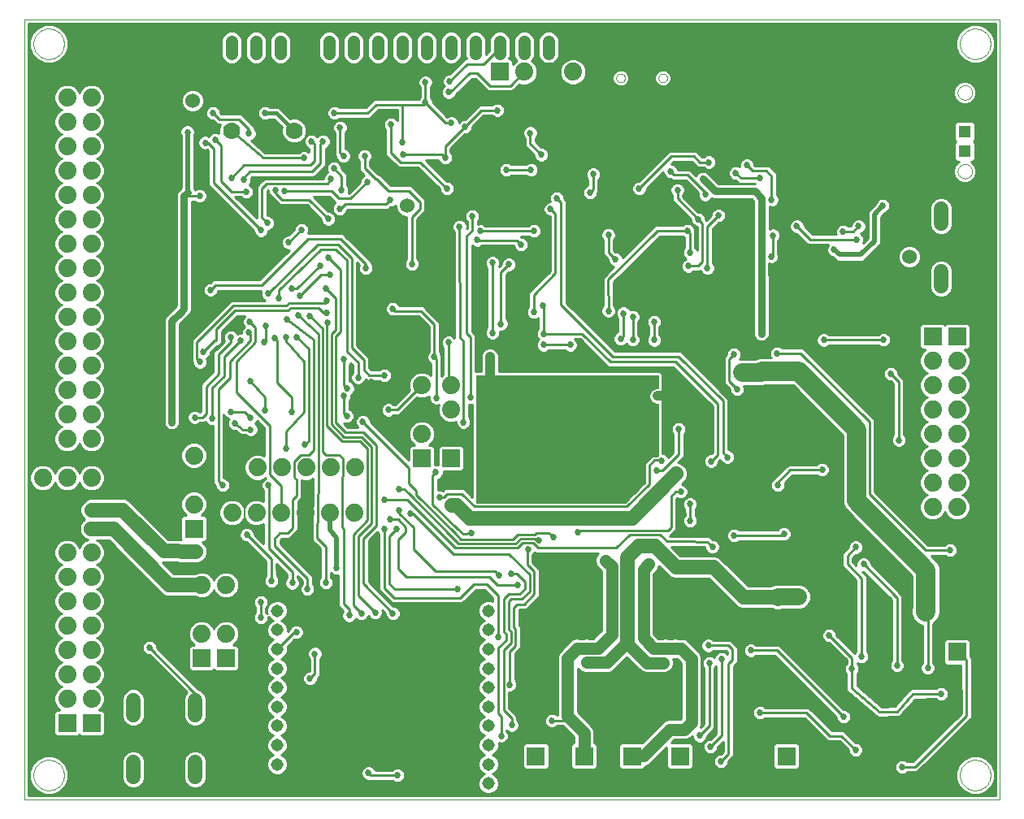
<source format=gbl>
G75*
G70*
%OFA0B0*%
%FSLAX24Y24*%
%IPPOS*%
%LPD*%
%AMOC8*
5,1,8,0,0,1.08239X$1,22.5*
%
%ADD10C,0.0000*%
%ADD11C,0.0515*%
%ADD12C,0.0740*%
%ADD13C,0.0600*%
%ADD14C,0.0515*%
%ADD15R,0.0740X0.0740*%
%ADD16C,0.1310*%
%ADD17C,0.0700*%
%ADD18R,0.0515X0.0515*%
%ADD19R,0.0768X0.0768*%
%ADD20C,0.0100*%
%ADD21C,0.0270*%
%ADD22C,0.0160*%
%ADD23C,0.0375*%
%ADD24C,0.0300*%
%ADD25C,0.0080*%
%ADD26R,0.0270X0.0270*%
%ADD27C,0.0400*%
%ADD28C,0.0800*%
%ADD29C,0.0600*%
%ADD30C,0.0750*%
%ADD31C,0.0700*%
%ADD32C,0.0500*%
%ADD33C,0.0200*%
%ADD34C,0.0010*%
D10*
X000150Y001360D02*
X000150Y033360D01*
X040150Y033360D01*
X040150Y001360D01*
X000150Y001360D01*
X000525Y002360D02*
X000527Y002410D01*
X000533Y002459D01*
X000543Y002508D01*
X000556Y002555D01*
X000574Y002602D01*
X000595Y002647D01*
X000619Y002690D01*
X000647Y002731D01*
X000678Y002770D01*
X000712Y002806D01*
X000749Y002840D01*
X000789Y002870D01*
X000830Y002897D01*
X000874Y002921D01*
X000919Y002941D01*
X000966Y002957D01*
X001014Y002970D01*
X001063Y002979D01*
X001113Y002984D01*
X001162Y002985D01*
X001212Y002982D01*
X001261Y002975D01*
X001310Y002964D01*
X001357Y002950D01*
X001403Y002931D01*
X001448Y002909D01*
X001491Y002884D01*
X001531Y002855D01*
X001569Y002823D01*
X001605Y002789D01*
X001638Y002751D01*
X001667Y002711D01*
X001693Y002669D01*
X001716Y002625D01*
X001735Y002579D01*
X001751Y002532D01*
X001763Y002483D01*
X001771Y002434D01*
X001775Y002385D01*
X001775Y002335D01*
X001771Y002286D01*
X001763Y002237D01*
X001751Y002188D01*
X001735Y002141D01*
X001716Y002095D01*
X001693Y002051D01*
X001667Y002009D01*
X001638Y001969D01*
X001605Y001931D01*
X001569Y001897D01*
X001531Y001865D01*
X001491Y001836D01*
X001448Y001811D01*
X001403Y001789D01*
X001357Y001770D01*
X001310Y001756D01*
X001261Y001745D01*
X001212Y001738D01*
X001162Y001735D01*
X001113Y001736D01*
X001063Y001741D01*
X001014Y001750D01*
X000966Y001763D01*
X000919Y001779D01*
X000874Y001799D01*
X000830Y001823D01*
X000789Y001850D01*
X000749Y001880D01*
X000712Y001914D01*
X000678Y001950D01*
X000647Y001989D01*
X000619Y002030D01*
X000595Y002073D01*
X000574Y002118D01*
X000556Y002165D01*
X000543Y002212D01*
X000533Y002261D01*
X000527Y002310D01*
X000525Y002360D01*
X024427Y030960D02*
X024429Y030986D01*
X024435Y031012D01*
X024445Y031037D01*
X024458Y031060D01*
X024474Y031080D01*
X024494Y031098D01*
X024516Y031113D01*
X024539Y031125D01*
X024565Y031133D01*
X024591Y031137D01*
X024617Y031137D01*
X024643Y031133D01*
X024669Y031125D01*
X024693Y031113D01*
X024714Y031098D01*
X024734Y031080D01*
X024750Y031060D01*
X024763Y031037D01*
X024773Y031012D01*
X024779Y030986D01*
X024781Y030960D01*
X024779Y030934D01*
X024773Y030908D01*
X024763Y030883D01*
X024750Y030860D01*
X024734Y030840D01*
X024714Y030822D01*
X024692Y030807D01*
X024669Y030795D01*
X024643Y030787D01*
X024617Y030783D01*
X024591Y030783D01*
X024565Y030787D01*
X024539Y030795D01*
X024515Y030807D01*
X024494Y030822D01*
X024474Y030840D01*
X024458Y030860D01*
X024445Y030883D01*
X024435Y030908D01*
X024429Y030934D01*
X024427Y030960D01*
X026159Y030960D02*
X026161Y030986D01*
X026167Y031012D01*
X026177Y031037D01*
X026190Y031060D01*
X026206Y031080D01*
X026226Y031098D01*
X026248Y031113D01*
X026271Y031125D01*
X026297Y031133D01*
X026323Y031137D01*
X026349Y031137D01*
X026375Y031133D01*
X026401Y031125D01*
X026425Y031113D01*
X026446Y031098D01*
X026466Y031080D01*
X026482Y031060D01*
X026495Y031037D01*
X026505Y031012D01*
X026511Y030986D01*
X026513Y030960D01*
X026511Y030934D01*
X026505Y030908D01*
X026495Y030883D01*
X026482Y030860D01*
X026466Y030840D01*
X026446Y030822D01*
X026424Y030807D01*
X026401Y030795D01*
X026375Y030787D01*
X026349Y030783D01*
X026323Y030783D01*
X026297Y030787D01*
X026271Y030795D01*
X026247Y030807D01*
X026226Y030822D01*
X026206Y030840D01*
X026190Y030860D01*
X026177Y030883D01*
X026167Y030908D01*
X026161Y030934D01*
X026159Y030960D01*
X038431Y030364D02*
X038433Y030398D01*
X038439Y030432D01*
X038449Y030465D01*
X038462Y030496D01*
X038480Y030526D01*
X038500Y030554D01*
X038524Y030579D01*
X038550Y030601D01*
X038578Y030619D01*
X038609Y030635D01*
X038641Y030647D01*
X038675Y030655D01*
X038709Y030659D01*
X038743Y030659D01*
X038777Y030655D01*
X038811Y030647D01*
X038843Y030635D01*
X038873Y030619D01*
X038902Y030601D01*
X038928Y030579D01*
X038952Y030554D01*
X038972Y030526D01*
X038990Y030496D01*
X039003Y030465D01*
X039013Y030432D01*
X039019Y030398D01*
X039021Y030364D01*
X039019Y030330D01*
X039013Y030296D01*
X039003Y030263D01*
X038990Y030232D01*
X038972Y030202D01*
X038952Y030174D01*
X038928Y030149D01*
X038902Y030127D01*
X038874Y030109D01*
X038843Y030093D01*
X038811Y030081D01*
X038777Y030073D01*
X038743Y030069D01*
X038709Y030069D01*
X038675Y030073D01*
X038641Y030081D01*
X038609Y030093D01*
X038578Y030109D01*
X038550Y030127D01*
X038524Y030149D01*
X038500Y030174D01*
X038480Y030202D01*
X038462Y030232D01*
X038449Y030263D01*
X038439Y030296D01*
X038433Y030330D01*
X038431Y030364D01*
X038525Y032360D02*
X038527Y032410D01*
X038533Y032459D01*
X038543Y032508D01*
X038556Y032555D01*
X038574Y032602D01*
X038595Y032647D01*
X038619Y032690D01*
X038647Y032731D01*
X038678Y032770D01*
X038712Y032806D01*
X038749Y032840D01*
X038789Y032870D01*
X038830Y032897D01*
X038874Y032921D01*
X038919Y032941D01*
X038966Y032957D01*
X039014Y032970D01*
X039063Y032979D01*
X039113Y032984D01*
X039162Y032985D01*
X039212Y032982D01*
X039261Y032975D01*
X039310Y032964D01*
X039357Y032950D01*
X039403Y032931D01*
X039448Y032909D01*
X039491Y032884D01*
X039531Y032855D01*
X039569Y032823D01*
X039605Y032789D01*
X039638Y032751D01*
X039667Y032711D01*
X039693Y032669D01*
X039716Y032625D01*
X039735Y032579D01*
X039751Y032532D01*
X039763Y032483D01*
X039771Y032434D01*
X039775Y032385D01*
X039775Y032335D01*
X039771Y032286D01*
X039763Y032237D01*
X039751Y032188D01*
X039735Y032141D01*
X039716Y032095D01*
X039693Y032051D01*
X039667Y032009D01*
X039638Y031969D01*
X039605Y031931D01*
X039569Y031897D01*
X039531Y031865D01*
X039491Y031836D01*
X039448Y031811D01*
X039403Y031789D01*
X039357Y031770D01*
X039310Y031756D01*
X039261Y031745D01*
X039212Y031738D01*
X039162Y031735D01*
X039113Y031736D01*
X039063Y031741D01*
X039014Y031750D01*
X038966Y031763D01*
X038919Y031779D01*
X038874Y031799D01*
X038830Y031823D01*
X038789Y031850D01*
X038749Y031880D01*
X038712Y031914D01*
X038678Y031950D01*
X038647Y031989D01*
X038619Y032030D01*
X038595Y032073D01*
X038574Y032118D01*
X038556Y032165D01*
X038543Y032212D01*
X038533Y032261D01*
X038527Y032310D01*
X038525Y032360D01*
X038431Y027135D02*
X038433Y027169D01*
X038439Y027203D01*
X038449Y027236D01*
X038462Y027267D01*
X038480Y027297D01*
X038500Y027325D01*
X038524Y027350D01*
X038550Y027372D01*
X038578Y027390D01*
X038609Y027406D01*
X038641Y027418D01*
X038675Y027426D01*
X038709Y027430D01*
X038743Y027430D01*
X038777Y027426D01*
X038811Y027418D01*
X038843Y027406D01*
X038873Y027390D01*
X038902Y027372D01*
X038928Y027350D01*
X038952Y027325D01*
X038972Y027297D01*
X038990Y027267D01*
X039003Y027236D01*
X039013Y027203D01*
X039019Y027169D01*
X039021Y027135D01*
X039019Y027101D01*
X039013Y027067D01*
X039003Y027034D01*
X038990Y027003D01*
X038972Y026973D01*
X038952Y026945D01*
X038928Y026920D01*
X038902Y026898D01*
X038874Y026880D01*
X038843Y026864D01*
X038811Y026852D01*
X038777Y026844D01*
X038743Y026840D01*
X038709Y026840D01*
X038675Y026844D01*
X038641Y026852D01*
X038609Y026864D01*
X038578Y026880D01*
X038550Y026898D01*
X038524Y026920D01*
X038500Y026945D01*
X038480Y026973D01*
X038462Y027003D01*
X038449Y027034D01*
X038439Y027067D01*
X038433Y027101D01*
X038431Y027135D01*
X038525Y002360D02*
X038527Y002410D01*
X038533Y002459D01*
X038543Y002508D01*
X038556Y002555D01*
X038574Y002602D01*
X038595Y002647D01*
X038619Y002690D01*
X038647Y002731D01*
X038678Y002770D01*
X038712Y002806D01*
X038749Y002840D01*
X038789Y002870D01*
X038830Y002897D01*
X038874Y002921D01*
X038919Y002941D01*
X038966Y002957D01*
X039014Y002970D01*
X039063Y002979D01*
X039113Y002984D01*
X039162Y002985D01*
X039212Y002982D01*
X039261Y002975D01*
X039310Y002964D01*
X039357Y002950D01*
X039403Y002931D01*
X039448Y002909D01*
X039491Y002884D01*
X039531Y002855D01*
X039569Y002823D01*
X039605Y002789D01*
X039638Y002751D01*
X039667Y002711D01*
X039693Y002669D01*
X039716Y002625D01*
X039735Y002579D01*
X039751Y002532D01*
X039763Y002483D01*
X039771Y002434D01*
X039775Y002385D01*
X039775Y002335D01*
X039771Y002286D01*
X039763Y002237D01*
X039751Y002188D01*
X039735Y002141D01*
X039716Y002095D01*
X039693Y002051D01*
X039667Y002009D01*
X039638Y001969D01*
X039605Y001931D01*
X039569Y001897D01*
X039531Y001865D01*
X039491Y001836D01*
X039448Y001811D01*
X039403Y001789D01*
X039357Y001770D01*
X039310Y001756D01*
X039261Y001745D01*
X039212Y001738D01*
X039162Y001735D01*
X039113Y001736D01*
X039063Y001741D01*
X039014Y001750D01*
X038966Y001763D01*
X038919Y001779D01*
X038874Y001799D01*
X038830Y001823D01*
X038789Y001850D01*
X038749Y001880D01*
X038712Y001914D01*
X038678Y001950D01*
X038647Y001989D01*
X038619Y002030D01*
X038595Y002073D01*
X038574Y002118D01*
X038556Y002165D01*
X038543Y002212D01*
X038533Y002261D01*
X038527Y002310D01*
X038525Y002360D01*
X000525Y032360D02*
X000527Y032410D01*
X000533Y032459D01*
X000543Y032508D01*
X000556Y032555D01*
X000574Y032602D01*
X000595Y032647D01*
X000619Y032690D01*
X000647Y032731D01*
X000678Y032770D01*
X000712Y032806D01*
X000749Y032840D01*
X000789Y032870D01*
X000830Y032897D01*
X000874Y032921D01*
X000919Y032941D01*
X000966Y032957D01*
X001014Y032970D01*
X001063Y032979D01*
X001113Y032984D01*
X001162Y032985D01*
X001212Y032982D01*
X001261Y032975D01*
X001310Y032964D01*
X001357Y032950D01*
X001403Y032931D01*
X001448Y032909D01*
X001491Y032884D01*
X001531Y032855D01*
X001569Y032823D01*
X001605Y032789D01*
X001638Y032751D01*
X001667Y032711D01*
X001693Y032669D01*
X001716Y032625D01*
X001735Y032579D01*
X001751Y032532D01*
X001763Y032483D01*
X001771Y032434D01*
X001775Y032385D01*
X001775Y032335D01*
X001771Y032286D01*
X001763Y032237D01*
X001751Y032188D01*
X001735Y032141D01*
X001716Y032095D01*
X001693Y032051D01*
X001667Y032009D01*
X001638Y031969D01*
X001605Y031931D01*
X001569Y031897D01*
X001531Y031865D01*
X001491Y031836D01*
X001448Y031811D01*
X001403Y031789D01*
X001357Y031770D01*
X001310Y031756D01*
X001261Y031745D01*
X001212Y031738D01*
X001162Y031735D01*
X001113Y031736D01*
X001063Y031741D01*
X001014Y031750D01*
X000966Y031763D01*
X000919Y031779D01*
X000874Y031799D01*
X000830Y031823D01*
X000789Y031850D01*
X000749Y031880D01*
X000712Y031914D01*
X000678Y031950D01*
X000647Y031989D01*
X000619Y032030D01*
X000595Y032073D01*
X000574Y032118D01*
X000556Y032165D01*
X000543Y032212D01*
X000533Y032261D01*
X000527Y032310D01*
X000525Y032360D01*
D11*
X010519Y009103D03*
X010519Y008316D03*
X010519Y007528D03*
X010519Y006741D03*
X010519Y005953D03*
X010519Y005166D03*
X010519Y004379D03*
X010519Y003591D03*
X010519Y002804D03*
X010519Y002016D03*
X019181Y002016D03*
X019181Y002804D03*
X019181Y003591D03*
X019181Y004379D03*
X019181Y005166D03*
X019181Y005953D03*
X019181Y006741D03*
X019181Y007528D03*
X019181Y008316D03*
X019181Y009103D03*
D12*
X013670Y013120D03*
X012670Y013120D03*
X011670Y013120D03*
X010670Y013120D03*
X009670Y013120D03*
X008670Y013120D03*
X007100Y013470D03*
X007100Y014470D03*
X007100Y015470D03*
X008700Y014980D03*
X009700Y014980D03*
X010700Y014980D03*
X011700Y014980D03*
X012700Y014980D03*
X013700Y014980D03*
X016450Y016360D03*
X016450Y017360D03*
X016450Y018360D03*
X017650Y018360D03*
X017650Y017360D03*
X017650Y016360D03*
X008420Y010160D03*
X007420Y010160D03*
X007420Y009160D03*
X008420Y009160D03*
X008420Y008160D03*
X007420Y008160D03*
X002900Y008500D03*
X002900Y009500D03*
X002900Y010500D03*
X002900Y011500D03*
X001900Y011500D03*
X000900Y011500D03*
X000900Y010500D03*
X001900Y010500D03*
X001900Y009500D03*
X000900Y009500D03*
X000900Y008500D03*
X001900Y008500D03*
X001900Y007500D03*
X000900Y007500D03*
X000900Y006500D03*
X001900Y006500D03*
X002900Y006500D03*
X002900Y007500D03*
X002900Y005500D03*
X001900Y005500D03*
X000900Y005500D03*
X000900Y014560D03*
X001900Y014560D03*
X002900Y014560D03*
X002900Y016160D03*
X002900Y017160D03*
X002900Y018160D03*
X002900Y019160D03*
X002900Y020160D03*
X002900Y021160D03*
X002900Y022160D03*
X002900Y023160D03*
X002900Y024160D03*
X002900Y025160D03*
X002900Y026160D03*
X002900Y027160D03*
X002900Y028160D03*
X002900Y029160D03*
X002900Y030160D03*
X001900Y030160D03*
X000900Y030160D03*
X000900Y029160D03*
X001900Y029160D03*
X001900Y028160D03*
X000900Y028160D03*
X000900Y027160D03*
X001900Y027160D03*
X001900Y026160D03*
X000900Y026160D03*
X000900Y025160D03*
X001900Y025160D03*
X001900Y024160D03*
X000900Y024160D03*
X000900Y023160D03*
X001900Y023160D03*
X001900Y022160D03*
X000900Y022160D03*
X000900Y021160D03*
X001900Y021160D03*
X001900Y020160D03*
X000900Y020160D03*
X000900Y019160D03*
X001900Y019160D03*
X001900Y018160D03*
X000900Y018160D03*
X000900Y017160D03*
X001900Y017160D03*
X001900Y016160D03*
X000900Y016160D03*
X020650Y031210D03*
X021650Y031210D03*
X022650Y031210D03*
X037400Y019360D03*
X038400Y019360D03*
X039400Y019360D03*
X039400Y018360D03*
X038400Y018360D03*
X037400Y018360D03*
X037400Y017360D03*
X038400Y017360D03*
X039400Y017360D03*
X039400Y016360D03*
X038400Y016360D03*
X037400Y016360D03*
X037400Y015360D03*
X038400Y015360D03*
X039400Y015360D03*
X039400Y014360D03*
X038400Y014360D03*
X037400Y014360D03*
X037400Y013360D03*
X038400Y013360D03*
X039400Y013360D03*
D13*
X031040Y009650D02*
X029640Y009650D01*
X028400Y010890D01*
X026870Y010890D01*
X026010Y011750D01*
X025360Y011750D01*
X024890Y011280D01*
X024890Y007820D01*
X025070Y012900D02*
X026881Y014711D01*
X026884Y014711D01*
X025070Y012900D02*
X018400Y012900D01*
X017870Y013430D01*
X017680Y013430D01*
X008940Y005440D02*
X008940Y004840D01*
X007160Y004840D02*
X007160Y005440D01*
X006390Y005440D02*
X006390Y004840D01*
X004610Y004840D02*
X004610Y005440D01*
X004610Y002880D02*
X004610Y002280D01*
X006390Y002280D02*
X006390Y002880D01*
X007160Y002880D02*
X007160Y002280D01*
X008940Y002280D02*
X008940Y002880D01*
X007420Y010160D02*
X006080Y010160D01*
X003800Y012460D01*
X002940Y012460D01*
X002880Y012470D01*
X002900Y013240D02*
X004180Y013240D01*
X005870Y011550D01*
X007180Y011540D01*
X037750Y022430D02*
X037750Y023030D01*
X039530Y023030D02*
X039530Y022430D01*
X039530Y024990D02*
X039530Y025590D01*
X037750Y025590D02*
X037750Y024990D01*
D14*
X022650Y031952D02*
X022650Y032467D01*
X021650Y032467D02*
X021650Y031952D01*
X020650Y031952D02*
X020650Y032467D01*
X019650Y032467D02*
X019650Y031952D01*
X018650Y031952D02*
X018650Y032467D01*
X017650Y032467D02*
X017650Y031952D01*
X016650Y031952D02*
X016650Y032467D01*
X015650Y032467D02*
X015650Y031952D01*
X014650Y031952D02*
X014650Y032467D01*
X013650Y032467D02*
X013650Y031952D01*
X012650Y031952D02*
X012650Y032467D01*
X011650Y032467D02*
X011650Y031952D01*
X010650Y031952D02*
X010650Y032467D01*
X009650Y032467D02*
X009650Y031952D01*
X008650Y031952D02*
X008650Y032467D01*
X007650Y032467D02*
X007650Y031952D01*
D15*
X019650Y031210D03*
X037400Y020360D03*
X038400Y020360D03*
X039400Y020360D03*
X017650Y015360D03*
X016450Y015360D03*
X007100Y012470D03*
X007420Y007160D03*
X008420Y007160D03*
X002900Y004500D03*
X001900Y004500D03*
X000900Y004500D03*
D16*
X029245Y029260D03*
X034415Y029260D03*
D17*
X011210Y028800D03*
X008650Y028800D03*
D18*
X038710Y028750D03*
X038710Y029537D03*
X038710Y027962D03*
D19*
X038410Y009390D03*
X038410Y007421D03*
X033370Y003140D03*
X031401Y003140D03*
X027040Y003140D03*
X025071Y003140D03*
X023100Y003140D03*
X021131Y003140D03*
D20*
X020578Y003133D02*
X019456Y003133D01*
X019423Y003166D02*
X019347Y003197D01*
X019423Y003229D01*
X019543Y003349D01*
X019608Y003506D01*
X019608Y003676D01*
X019608Y003678D01*
X019639Y003665D01*
X019761Y003665D01*
X019873Y003711D01*
X019959Y003797D01*
X020005Y003909D01*
X020005Y004030D01*
X019959Y004142D01*
X019920Y004181D01*
X019920Y004198D01*
X019967Y004151D01*
X020079Y004105D01*
X020201Y004105D01*
X020313Y004151D01*
X020399Y004237D01*
X020445Y004349D01*
X020445Y004470D01*
X020399Y004582D01*
X020360Y004621D01*
X020360Y004771D01*
X020020Y005111D01*
X020020Y005768D01*
X020121Y005768D01*
X020233Y005814D01*
X020319Y005900D01*
X020365Y006012D01*
X020365Y006133D01*
X020319Y006245D01*
X020280Y006284D01*
X020280Y007344D01*
X020386Y007451D01*
X020515Y007579D01*
X020515Y008440D01*
X020445Y008510D01*
X020445Y009148D01*
X020451Y009155D01*
X020738Y009155D01*
X021152Y009569D01*
X021281Y009697D01*
X021281Y010804D01*
X020991Y011094D01*
X020991Y011389D01*
X021059Y011457D01*
X021074Y011494D01*
X021109Y011460D01*
X023676Y011460D01*
X023624Y011408D01*
X023560Y011253D01*
X023560Y011086D01*
X023624Y010932D01*
X023820Y010736D01*
X023820Y008296D01*
X023498Y007980D01*
X022746Y007980D01*
X022592Y007916D01*
X022135Y007458D01*
X022077Y007402D01*
X022076Y007399D01*
X022074Y007398D01*
X022043Y007323D01*
X022011Y007248D01*
X022011Y007246D01*
X022010Y007243D01*
X022010Y007162D01*
X022001Y006426D01*
X022000Y006423D01*
X022000Y006342D01*
X021999Y006261D01*
X022000Y006259D01*
X022000Y004822D01*
X021963Y004859D01*
X021851Y004906D01*
X021729Y004906D01*
X021617Y004859D01*
X021531Y004773D01*
X021485Y004661D01*
X021485Y004540D01*
X021531Y004428D01*
X021617Y004342D01*
X021729Y004296D01*
X021851Y004296D01*
X021963Y004342D01*
X022001Y004381D01*
X022225Y004381D01*
X022680Y003926D01*
X022680Y003693D01*
X022646Y003693D01*
X022546Y003594D01*
X022546Y002685D01*
X022646Y002586D01*
X023554Y002586D01*
X023654Y002685D01*
X023654Y003594D01*
X023554Y003693D01*
X023520Y003693D01*
X023520Y004183D01*
X023456Y004338D01*
X022840Y004954D01*
X022840Y006337D01*
X022845Y006741D01*
X022962Y006624D01*
X023116Y006560D01*
X024134Y006560D01*
X024288Y006624D01*
X024865Y007201D01*
X025452Y006614D01*
X025606Y006550D01*
X026444Y006550D01*
X026598Y006614D01*
X026716Y006732D01*
X026780Y006886D01*
X026780Y007053D01*
X026744Y007140D01*
X026906Y007140D01*
X027080Y006966D01*
X027080Y004694D01*
X027046Y004660D01*
X026546Y004660D01*
X026392Y004596D01*
X026274Y004478D01*
X025490Y003693D01*
X024617Y003693D01*
X024518Y003594D01*
X024518Y002685D01*
X024617Y002586D01*
X025526Y002586D01*
X025625Y002685D01*
X025625Y002740D01*
X025634Y002740D01*
X025642Y002743D01*
X025651Y002743D01*
X025719Y002775D01*
X025788Y002804D01*
X025794Y002810D01*
X025803Y002814D01*
X025853Y002869D01*
X026486Y003502D01*
X026486Y002685D01*
X026586Y002586D01*
X027494Y002586D01*
X027594Y002685D01*
X027594Y003594D01*
X027494Y003693D01*
X026678Y003693D01*
X026804Y003820D01*
X027304Y003820D01*
X027458Y003884D01*
X027535Y003961D01*
X027535Y003919D01*
X027581Y003807D01*
X027667Y003721D01*
X027779Y003675D01*
X027901Y003675D01*
X028013Y003721D01*
X028099Y003807D01*
X028145Y003919D01*
X028145Y003973D01*
X028460Y004288D01*
X028460Y006748D01*
X028499Y006787D01*
X028522Y006843D01*
X028520Y004071D01*
X028284Y003835D01*
X028229Y003835D01*
X028117Y003788D01*
X028031Y003702D01*
X027985Y003590D01*
X027985Y003469D01*
X028031Y003357D01*
X028117Y003271D01*
X028229Y003225D01*
X028351Y003225D01*
X028463Y003271D01*
X028549Y003357D01*
X028595Y003469D01*
X028595Y003523D01*
X028810Y003738D01*
X028810Y003331D01*
X028714Y003235D01*
X028659Y003235D01*
X028547Y003188D01*
X028461Y003102D01*
X028415Y002990D01*
X028415Y002869D01*
X028461Y002757D01*
X028547Y002671D01*
X028659Y002625D01*
X028781Y002625D01*
X028893Y002671D01*
X028979Y002757D01*
X029025Y002869D01*
X029025Y002923D01*
X029121Y003020D01*
X029121Y003020D01*
X029250Y003148D01*
X029250Y006828D01*
X029410Y006988D01*
X029410Y007509D01*
X029410Y007600D01*
X029410Y007600D01*
X029410Y007601D01*
X029346Y007665D01*
X029238Y007774D01*
X029238Y007775D01*
X029173Y007838D01*
X029110Y007902D01*
X029109Y007902D01*
X029108Y007903D01*
X029018Y007903D01*
X028928Y007903D01*
X028927Y007902D01*
X028412Y007900D01*
X028374Y007938D01*
X028262Y007985D01*
X028140Y007985D01*
X028028Y007938D01*
X027942Y007852D01*
X027896Y007740D01*
X027896Y007619D01*
X027942Y007507D01*
X028028Y007421D01*
X028140Y007375D01*
X028262Y007375D01*
X028374Y007421D01*
X028413Y007460D01*
X028927Y007462D01*
X028970Y007419D01*
X028970Y007324D01*
X028915Y007379D01*
X028803Y007426D01*
X028681Y007426D01*
X028569Y007379D01*
X028483Y007293D01*
X028441Y007190D01*
X028413Y007218D01*
X028301Y007265D01*
X028179Y007265D01*
X028067Y007218D01*
X027981Y007132D01*
X027935Y007020D01*
X027935Y006899D01*
X027981Y006787D01*
X028020Y006748D01*
X028020Y004471D01*
X027874Y004325D01*
X027920Y004436D01*
X027920Y007223D01*
X027856Y007378D01*
X027738Y007496D01*
X027318Y007916D01*
X027164Y007980D01*
X026127Y007980D01*
X025960Y008151D01*
X025960Y010626D01*
X026106Y010772D01*
X026170Y010925D01*
X026472Y010623D01*
X026604Y010491D01*
X026777Y010420D01*
X028205Y010420D01*
X029374Y009251D01*
X029547Y009180D01*
X030816Y009180D01*
X030937Y009130D01*
X031143Y009130D01*
X031216Y009160D01*
X031983Y009160D01*
X032175Y009239D01*
X032321Y009385D01*
X032400Y009576D01*
X032400Y009783D01*
X032321Y009974D01*
X032175Y010120D01*
X031983Y010200D01*
X030957Y010200D01*
X030765Y010120D01*
X029835Y010120D01*
X028798Y011156D01*
X028666Y011288D01*
X028493Y011360D01*
X027065Y011360D01*
X026695Y011730D01*
X027198Y011730D01*
X028065Y011712D01*
X028065Y011659D01*
X028111Y011547D01*
X028197Y011461D01*
X028309Y011415D01*
X028431Y011415D01*
X028543Y011461D01*
X028629Y011547D01*
X028675Y011659D01*
X028675Y011780D01*
X028629Y011892D01*
X028543Y011978D01*
X028431Y012025D01*
X028376Y012025D01*
X028317Y012084D01*
X028256Y012148D01*
X028253Y012148D01*
X028251Y012150D01*
X028162Y012150D01*
X027293Y012168D01*
X027291Y012170D01*
X027202Y012170D01*
X027113Y012171D01*
X027112Y012170D01*
X026601Y012170D01*
X026631Y012170D01*
X026760Y012298D01*
X026890Y012428D01*
X026890Y013708D01*
X026905Y013723D01*
X027010Y013680D01*
X027132Y013680D01*
X027244Y013726D01*
X027330Y013812D01*
X027376Y013924D01*
X027376Y014045D01*
X027330Y014157D01*
X027244Y014243D01*
X027132Y014290D01*
X027125Y014290D01*
X027145Y014310D01*
X027150Y014312D01*
X027282Y014444D01*
X027354Y014617D01*
X027354Y014804D01*
X027282Y014977D01*
X027150Y015109D01*
X026977Y015181D01*
X026962Y015181D01*
X027200Y015418D01*
X027200Y016348D01*
X027239Y016387D01*
X027285Y016499D01*
X027285Y016620D01*
X027239Y016732D01*
X027153Y016818D01*
X027041Y016865D01*
X026919Y016865D01*
X026807Y016818D01*
X026721Y016732D01*
X026675Y016620D01*
X026675Y016499D01*
X026721Y016387D01*
X026760Y016348D01*
X026760Y015601D01*
X026564Y015405D01*
X026549Y015442D01*
X026463Y015528D01*
X026351Y015575D01*
X026325Y015575D01*
X026325Y018832D01*
X026222Y018935D01*
X019610Y018935D01*
X019611Y019597D01*
X019555Y019733D01*
X019451Y019837D01*
X019315Y019894D01*
X019168Y019894D01*
X019032Y019838D01*
X018928Y019734D01*
X018871Y019598D01*
X018870Y018935D01*
X018655Y018935D01*
X018655Y020416D01*
X018500Y020571D01*
X018500Y024100D01*
X018548Y024052D01*
X018660Y024006D01*
X018782Y024006D01*
X018894Y024052D01*
X018930Y024088D01*
X018974Y024088D01*
X018976Y024089D01*
X020218Y024089D01*
X020218Y024069D01*
X020264Y023957D01*
X020350Y023871D01*
X020462Y023825D01*
X020584Y023825D01*
X020696Y023871D01*
X020782Y023957D01*
X020828Y024069D01*
X020828Y024190D01*
X020782Y024302D01*
X020696Y024388D01*
X020584Y024435D01*
X020529Y024435D01*
X020505Y024459D01*
X020850Y024459D01*
X020877Y024431D01*
X020989Y024385D01*
X021111Y024385D01*
X021223Y024431D01*
X021309Y024517D01*
X021355Y024629D01*
X021355Y024750D01*
X021309Y024862D01*
X021223Y024948D01*
X021111Y024995D01*
X020989Y024995D01*
X020877Y024948D01*
X020828Y024899D01*
X019066Y024899D01*
X019028Y024937D01*
X018916Y024984D01*
X018794Y024984D01*
X018750Y024965D01*
X018750Y025098D01*
X021703Y025098D01*
X021703Y025000D02*
X018750Y025000D01*
X018750Y025098D02*
X018779Y025127D01*
X018825Y025239D01*
X018825Y025360D01*
X018779Y025472D01*
X018693Y025558D01*
X018581Y025605D01*
X018459Y025605D01*
X018347Y025558D01*
X018261Y025472D01*
X018215Y025360D01*
X018215Y025239D01*
X018261Y025127D01*
X018310Y025078D01*
X018310Y024801D01*
X018295Y024786D01*
X018302Y024802D01*
X018302Y024923D01*
X018256Y025035D01*
X018170Y025121D01*
X018058Y025168D01*
X017936Y025168D01*
X017824Y025121D01*
X017738Y025035D01*
X017692Y024923D01*
X017692Y024802D01*
X017738Y024690D01*
X017777Y024651D01*
X017780Y020320D01*
X017780Y020301D01*
X017713Y020368D01*
X017601Y020415D01*
X017479Y020415D01*
X017367Y020368D01*
X017281Y020282D01*
X017235Y020170D01*
X017235Y020049D01*
X017281Y019937D01*
X017320Y019898D01*
X017320Y018793D01*
X017260Y018733D01*
X017260Y019437D01*
X017265Y019449D01*
X017265Y019570D01*
X017219Y019682D01*
X017180Y019721D01*
X017180Y020941D01*
X016630Y021491D01*
X016501Y021620D01*
X015536Y021620D01*
X015519Y021662D01*
X015433Y021748D01*
X015321Y021795D01*
X015199Y021795D01*
X015087Y021748D01*
X015001Y021662D01*
X014955Y021550D01*
X014955Y021429D01*
X015001Y021317D01*
X015087Y021231D01*
X015199Y021185D01*
X015254Y021185D01*
X015259Y021180D01*
X016319Y021180D01*
X016740Y020758D01*
X016740Y019721D01*
X016701Y019682D01*
X016655Y019570D01*
X016655Y019449D01*
X016701Y019337D01*
X016787Y019251D01*
X016820Y019237D01*
X016820Y018753D01*
X016756Y018817D01*
X016557Y018900D01*
X016343Y018900D01*
X016144Y018817D01*
X015992Y018665D01*
X015910Y018467D01*
X015910Y018252D01*
X015946Y018166D01*
X015346Y017567D01*
X015297Y017567D01*
X015259Y017605D01*
X015147Y017652D01*
X015025Y017652D01*
X014913Y017605D01*
X014827Y017519D01*
X014781Y017407D01*
X014781Y017286D01*
X014827Y017174D01*
X014913Y017088D01*
X015025Y017042D01*
X015147Y017042D01*
X015259Y017088D01*
X015297Y017127D01*
X015528Y017127D01*
X015657Y017255D01*
X015657Y017255D01*
X016257Y017855D01*
X016343Y017820D01*
X016557Y017820D01*
X016735Y017893D01*
X016735Y017779D01*
X016781Y017667D01*
X016867Y017581D01*
X016979Y017535D01*
X017101Y017535D01*
X017146Y017553D01*
X017110Y017467D01*
X017110Y017252D01*
X017192Y017054D01*
X017344Y016902D01*
X017543Y016820D01*
X017757Y016820D01*
X017855Y016860D01*
X017855Y016779D01*
X017901Y016667D01*
X017987Y016581D01*
X018099Y016535D01*
X018221Y016535D01*
X018333Y016581D01*
X018419Y016667D01*
X018465Y016779D01*
X018465Y016900D01*
X018419Y017012D01*
X018380Y017051D01*
X018380Y017546D01*
X018496Y017546D01*
X018515Y017554D01*
X018515Y013776D01*
X018181Y014110D01*
X017389Y014110D01*
X017317Y014037D01*
X017251Y014065D01*
X017129Y014065D01*
X017110Y014057D01*
X017110Y014503D01*
X017203Y014541D01*
X017289Y014627D01*
X017335Y014739D01*
X017335Y014820D01*
X018090Y014820D01*
X018190Y014919D01*
X018190Y015800D01*
X018090Y015900D01*
X017210Y015900D01*
X017110Y015800D01*
X017110Y015097D01*
X017091Y015105D01*
X016990Y015105D01*
X016990Y015800D01*
X016890Y015900D01*
X016751Y015900D01*
X016756Y015902D01*
X016908Y016054D01*
X016990Y016252D01*
X016990Y016467D01*
X016908Y016665D01*
X016756Y016817D01*
X016557Y016900D01*
X016343Y016900D01*
X016144Y016817D01*
X015992Y016665D01*
X015910Y016467D01*
X015910Y016252D01*
X015992Y016054D01*
X016144Y015902D01*
X016149Y015900D01*
X016010Y015900D01*
X015910Y015800D01*
X015910Y015277D01*
X014335Y016865D01*
X014335Y016920D01*
X014289Y017032D01*
X014203Y017118D01*
X014091Y017165D01*
X013969Y017165D01*
X013857Y017118D01*
X013771Y017032D01*
X013725Y016920D01*
X013725Y016799D01*
X013771Y016687D01*
X013819Y016640D01*
X013423Y016640D01*
X013262Y016804D01*
X013309Y016785D01*
X013431Y016785D01*
X013543Y016831D01*
X013629Y016917D01*
X013675Y017029D01*
X013675Y017150D01*
X013629Y017262D01*
X013543Y017348D01*
X013480Y017374D01*
X013480Y017708D01*
X013519Y017747D01*
X013565Y017859D01*
X013565Y017974D01*
X013570Y017976D01*
X013656Y018062D01*
X013702Y018174D01*
X013702Y018295D01*
X013656Y018407D01*
X013570Y018493D01*
X013480Y018530D01*
X013480Y019198D01*
X013519Y019237D01*
X013533Y019271D01*
X013618Y019185D01*
X013618Y018882D01*
X013579Y018843D01*
X013533Y018731D01*
X013533Y018610D01*
X013579Y018498D01*
X013665Y018412D01*
X013777Y018366D01*
X013899Y018366D01*
X014011Y018412D01*
X014097Y018498D01*
X014140Y018603D01*
X014206Y018537D01*
X014708Y018537D01*
X014746Y018498D01*
X014858Y018452D01*
X014980Y018452D01*
X015092Y018498D01*
X015178Y018584D01*
X015224Y018696D01*
X015224Y018817D01*
X015178Y018929D01*
X015092Y019015D01*
X014980Y019062D01*
X014858Y019062D01*
X014746Y019015D01*
X014708Y018977D01*
X014388Y018977D01*
X014291Y019074D01*
X014291Y019493D01*
X013790Y019994D01*
X013790Y023378D01*
X013878Y023290D01*
X013845Y023210D01*
X013845Y023089D01*
X013891Y022977D01*
X013977Y022891D01*
X014089Y022845D01*
X014211Y022845D01*
X014323Y022891D01*
X014409Y022977D01*
X014455Y023089D01*
X014455Y023210D01*
X014409Y023322D01*
X014370Y023361D01*
X014370Y023421D01*
X014241Y023550D01*
X013330Y024461D01*
X013201Y024590D01*
X011792Y024590D01*
X011825Y024669D01*
X011825Y024790D01*
X011779Y024902D01*
X011693Y024988D01*
X011581Y025035D01*
X011459Y025035D01*
X011347Y024988D01*
X011261Y024902D01*
X011215Y024790D01*
X011215Y024739D01*
X010987Y024515D01*
X010929Y024515D01*
X010817Y024468D01*
X010731Y024382D01*
X010685Y024270D01*
X010685Y024149D01*
X010731Y024037D01*
X010817Y023951D01*
X010929Y023905D01*
X011014Y023905D01*
X009789Y022680D01*
X007879Y022680D01*
X007774Y022575D01*
X007719Y022575D01*
X007607Y022528D01*
X007521Y022442D01*
X007475Y022330D01*
X007475Y022209D01*
X007521Y022097D01*
X007607Y022011D01*
X007719Y021965D01*
X007841Y021965D01*
X007953Y022011D01*
X008039Y022097D01*
X008085Y022209D01*
X008085Y022240D01*
X009864Y022240D01*
X009835Y022170D01*
X009835Y022049D01*
X009881Y021937D01*
X009967Y021851D01*
X010009Y021834D01*
X008812Y021839D01*
X008811Y021840D01*
X008721Y021840D01*
X008630Y021840D01*
X008629Y021840D01*
X008565Y021775D01*
X008500Y021712D01*
X008500Y021711D01*
X007139Y020350D01*
X007010Y020221D01*
X007010Y019340D01*
X007044Y019306D01*
X007044Y019252D01*
X007090Y019140D01*
X007176Y019054D01*
X007288Y019008D01*
X007410Y019008D01*
X007522Y019054D01*
X007608Y019140D01*
X007654Y019252D01*
X007654Y019373D01*
X007624Y019447D01*
X007658Y019461D01*
X007744Y019547D01*
X007790Y019659D01*
X007790Y019713D01*
X008046Y019970D01*
X008121Y019970D01*
X008250Y020098D01*
X008250Y020568D01*
X008880Y021190D01*
X009194Y021190D01*
X009140Y021136D01*
X009094Y021024D01*
X009094Y020903D01*
X009140Y020791D01*
X009168Y020763D01*
X009106Y020701D01*
X009060Y020589D01*
X009060Y020502D01*
X008960Y020502D01*
X008890Y020473D01*
X008882Y020493D01*
X008796Y020579D01*
X008684Y020626D01*
X008562Y020626D01*
X008450Y020579D01*
X008364Y020493D01*
X008318Y020381D01*
X008318Y020260D01*
X008355Y020171D01*
X008026Y019843D01*
X007897Y019714D01*
X007897Y018917D01*
X007380Y018400D01*
X007380Y017291D01*
X007347Y017258D01*
X007346Y017258D01*
X007308Y017296D01*
X007196Y017343D01*
X007074Y017343D01*
X006962Y017296D01*
X006876Y017210D01*
X006830Y017098D01*
X006830Y016977D01*
X006876Y016865D01*
X006962Y016779D01*
X007074Y016733D01*
X007196Y016733D01*
X007308Y016779D01*
X007346Y016818D01*
X007529Y016818D01*
X007574Y016862D01*
X007591Y016819D01*
X007677Y016733D01*
X007789Y016687D01*
X007890Y016687D01*
X007890Y014338D01*
X007985Y014243D01*
X007985Y014189D01*
X008031Y014077D01*
X008117Y013991D01*
X008229Y013945D01*
X008351Y013945D01*
X008463Y013991D01*
X008549Y014077D01*
X008595Y014189D01*
X008595Y014310D01*
X008549Y014422D01*
X008463Y014508D01*
X008351Y014555D01*
X008330Y014555D01*
X008330Y017149D01*
X008351Y017097D01*
X008437Y017011D01*
X008538Y016969D01*
X008531Y016962D01*
X008485Y016850D01*
X008485Y016729D01*
X008531Y016617D01*
X008617Y016531D01*
X008729Y016485D01*
X008833Y016485D01*
X008986Y016372D01*
X009039Y016320D01*
X009058Y016320D01*
X009073Y016308D01*
X009147Y016320D01*
X009219Y016320D01*
X009257Y016281D01*
X009369Y016235D01*
X009491Y016235D01*
X009603Y016281D01*
X009689Y016367D01*
X009735Y016479D01*
X009735Y016600D01*
X009689Y016712D01*
X009621Y016780D01*
X009689Y016847D01*
X009701Y016877D01*
X009980Y016598D01*
X009980Y015448D01*
X009807Y015520D01*
X009593Y015520D01*
X009394Y015437D01*
X009242Y015285D01*
X009160Y015087D01*
X009160Y014872D01*
X009242Y014674D01*
X009394Y014522D01*
X009593Y014440D01*
X009807Y014440D01*
X010006Y014522D01*
X010031Y014547D01*
X010044Y014535D01*
X010046Y014532D01*
X009987Y014508D01*
X009901Y014422D01*
X009855Y014310D01*
X009855Y014189D01*
X009901Y014077D01*
X009950Y014028D01*
X009950Y013588D01*
X009777Y013660D01*
X009563Y013660D01*
X009364Y013577D01*
X009212Y013425D01*
X009170Y013324D01*
X009128Y013425D01*
X008976Y013577D01*
X008777Y013660D01*
X008563Y013660D01*
X008364Y013577D01*
X008212Y013425D01*
X008130Y013227D01*
X008130Y013012D01*
X008212Y012814D01*
X008364Y012662D01*
X008563Y012580D01*
X008777Y012580D01*
X008976Y012662D01*
X009128Y012814D01*
X009170Y012916D01*
X009212Y012814D01*
X009364Y012662D01*
X009563Y012580D01*
X009777Y012580D01*
X009950Y012651D01*
X009950Y011851D01*
X009575Y012226D01*
X009575Y012280D01*
X009529Y012392D01*
X009950Y012392D01*
X009950Y012490D02*
X009414Y012490D01*
X009443Y012478D02*
X009331Y012525D01*
X009209Y012525D01*
X009097Y012478D01*
X009011Y012392D01*
X007640Y012392D01*
X007640Y012490D02*
X009126Y012490D01*
X009011Y012392D02*
X008965Y012280D01*
X008965Y012159D01*
X009011Y012047D01*
X009097Y011961D01*
X009209Y011915D01*
X009264Y011915D01*
X010058Y011120D01*
X010060Y010535D01*
X010021Y010497D01*
X009975Y010385D01*
X009975Y010264D01*
X010021Y010152D01*
X010107Y010066D01*
X010219Y010020D01*
X010341Y010020D01*
X010453Y010066D01*
X010539Y010152D01*
X010585Y010264D01*
X010585Y010385D01*
X010539Y010497D01*
X010500Y010536D01*
X010498Y011018D01*
X010916Y010600D01*
X010916Y010458D01*
X010877Y010419D01*
X010831Y010307D01*
X010831Y010186D01*
X010877Y010074D01*
X010963Y009988D01*
X011075Y009942D01*
X011197Y009942D01*
X011309Y009988D01*
X011395Y010074D01*
X011441Y010186D01*
X011441Y010307D01*
X011395Y010419D01*
X011356Y010458D01*
X011356Y010521D01*
X011540Y010337D01*
X011540Y010205D01*
X011501Y010166D01*
X011455Y010054D01*
X011455Y009933D01*
X011501Y009821D01*
X011587Y009735D01*
X011699Y009689D01*
X011821Y009689D01*
X011933Y009735D01*
X012019Y009821D01*
X012065Y009933D01*
X012065Y010054D01*
X012019Y010166D01*
X011980Y010205D01*
X011980Y010520D01*
X011851Y010649D01*
X010644Y011856D01*
X010644Y011983D01*
X010723Y012063D01*
X011026Y012063D01*
X011155Y012191D01*
X011380Y012416D01*
X011380Y013578D01*
X011530Y013728D01*
X011530Y014466D01*
X011593Y014440D01*
X011807Y014440D01*
X011980Y014511D01*
X011941Y012182D01*
X011940Y012181D01*
X011940Y012091D01*
X011939Y012002D01*
X011940Y012001D01*
X011940Y011998D01*
X012003Y011935D01*
X012065Y011871D01*
X012067Y011871D01*
X012290Y011648D01*
X012290Y010471D01*
X012251Y010432D01*
X012205Y010320D01*
X012205Y010199D01*
X012251Y010087D01*
X012337Y010001D01*
X012449Y009955D01*
X012571Y009955D01*
X012683Y010001D01*
X012769Y010087D01*
X012815Y010199D01*
X012815Y010320D01*
X012769Y010432D01*
X012730Y010471D01*
X012730Y010658D01*
X012787Y010601D01*
X012899Y010555D01*
X013015Y010555D01*
X013015Y009294D01*
X013144Y009166D01*
X013216Y009094D01*
X013208Y009086D01*
X013162Y008974D01*
X013162Y008853D01*
X013208Y008741D01*
X013294Y008655D01*
X013406Y008609D01*
X013528Y008609D01*
X013640Y008655D01*
X013726Y008741D01*
X013745Y008788D01*
X013797Y008736D01*
X013909Y008690D01*
X014031Y008690D01*
X014143Y008736D01*
X014229Y008822D01*
X014259Y008895D01*
X014275Y008856D01*
X014361Y008770D01*
X014473Y008724D01*
X014595Y008724D01*
X014707Y008770D01*
X014793Y008856D01*
X014839Y008968D01*
X014839Y009089D01*
X014824Y009125D01*
X014960Y008989D01*
X014960Y008935D01*
X015006Y008823D01*
X015092Y008737D01*
X015204Y008691D01*
X015326Y008691D01*
X015438Y008737D01*
X015524Y008823D01*
X015570Y008935D01*
X015570Y009056D01*
X015524Y009168D01*
X015438Y009254D01*
X015326Y009301D01*
X015271Y009301D01*
X014270Y010302D01*
X014270Y011978D01*
X014623Y012331D01*
X014641Y012287D01*
X014680Y012248D01*
X014680Y009948D01*
X015080Y009548D01*
X015209Y009420D01*
X018121Y009420D01*
X018671Y009970D01*
X019009Y009970D01*
X019360Y009618D01*
X019360Y009491D01*
X019266Y009530D01*
X019096Y009530D01*
X018939Y009465D01*
X018818Y009345D01*
X018753Y009188D01*
X018753Y009018D01*
X018818Y008861D01*
X018939Y008741D01*
X019014Y008709D01*
X018939Y008678D01*
X018818Y008558D01*
X018753Y008401D01*
X018753Y008230D01*
X018818Y008073D01*
X018939Y007953D01*
X019014Y007922D01*
X018939Y007891D01*
X018818Y007770D01*
X018753Y007613D01*
X018753Y007443D01*
X018818Y007286D01*
X018939Y007166D01*
X019014Y007134D01*
X018939Y007103D01*
X018818Y006983D01*
X018753Y006826D01*
X018753Y006656D01*
X018818Y006499D01*
X018939Y006378D01*
X019014Y006347D01*
X018939Y006316D01*
X018818Y006195D01*
X018753Y006038D01*
X018753Y005868D01*
X018818Y005711D01*
X018939Y005591D01*
X019014Y005560D01*
X018939Y005528D01*
X018818Y005408D01*
X018753Y005251D01*
X018753Y005081D01*
X018818Y004924D01*
X018939Y004804D01*
X019014Y004772D01*
X018939Y004741D01*
X018818Y004621D01*
X018753Y004464D01*
X018753Y004293D01*
X018818Y004136D01*
X018939Y004016D01*
X019014Y003985D01*
X018939Y003954D01*
X018818Y003833D01*
X018753Y003676D01*
X018753Y003506D01*
X018818Y003349D01*
X018939Y003229D01*
X019014Y003197D01*
X018939Y003166D01*
X018818Y003046D01*
X018753Y002889D01*
X018753Y002719D01*
X018818Y002562D01*
X018939Y002441D01*
X019014Y002410D01*
X018939Y002379D01*
X018818Y002258D01*
X018753Y002101D01*
X018753Y001931D01*
X018818Y001774D01*
X018939Y001654D01*
X019096Y001589D01*
X019266Y001589D01*
X019423Y001654D01*
X019543Y001774D01*
X019608Y001931D01*
X019608Y002101D01*
X019543Y002258D01*
X019423Y002379D01*
X019347Y002410D01*
X019423Y002441D01*
X019543Y002562D01*
X019608Y002719D01*
X019608Y002889D01*
X019543Y003046D01*
X019423Y003166D01*
X019425Y003231D02*
X020578Y003231D01*
X020578Y003330D02*
X019524Y003330D01*
X019576Y003428D02*
X020578Y003428D01*
X020578Y003527D02*
X019608Y003527D01*
X019608Y003625D02*
X020609Y003625D01*
X020578Y003594D02*
X020578Y002685D01*
X020677Y002586D01*
X021586Y002586D01*
X021685Y002685D01*
X021685Y003594D01*
X021586Y003693D01*
X020677Y003693D01*
X020578Y003594D01*
X020578Y003034D02*
X019548Y003034D01*
X019589Y002936D02*
X020578Y002936D01*
X020578Y002837D02*
X019608Y002837D01*
X019608Y002739D02*
X020578Y002739D01*
X020623Y002640D02*
X019576Y002640D01*
X019523Y002542D02*
X035885Y002542D01*
X035891Y002527D02*
X035977Y002441D01*
X036089Y002395D01*
X036211Y002395D01*
X036323Y002441D01*
X036361Y002480D01*
X036669Y002480D01*
X036760Y002479D01*
X036761Y002480D01*
X036825Y002544D01*
X038881Y004580D01*
X038882Y004580D01*
X038945Y004644D01*
X039010Y004707D01*
X039010Y004709D01*
X039980Y004709D01*
X039980Y004807D02*
X039010Y004807D01*
X039010Y004799D02*
X039010Y004890D01*
X039010Y004891D01*
X039000Y007020D01*
X039006Y007026D01*
X039000Y007110D01*
X039000Y007193D01*
X038993Y007199D01*
X038993Y007208D01*
X038964Y007233D01*
X038964Y007875D01*
X038864Y007975D01*
X037956Y007975D01*
X037856Y007875D01*
X037856Y006967D01*
X037956Y006867D01*
X038561Y006867D01*
X038570Y004891D01*
X036579Y002920D01*
X036361Y002920D01*
X036323Y002958D01*
X036211Y003005D01*
X036089Y003005D01*
X035977Y002958D01*
X035891Y002872D01*
X035845Y002760D01*
X035845Y002639D01*
X035891Y002527D01*
X035975Y002443D02*
X019425Y002443D01*
X019457Y002345D02*
X038355Y002345D01*
X038355Y002443D02*
X036325Y002443D01*
X036150Y002700D02*
X036670Y002700D01*
X038790Y004800D01*
X038780Y007101D01*
X038410Y007421D01*
X038964Y007467D02*
X039980Y007467D01*
X039980Y007565D02*
X038964Y007565D01*
X038964Y007664D02*
X039980Y007664D01*
X039980Y007762D02*
X038964Y007762D01*
X038964Y007861D02*
X039980Y007861D01*
X039980Y007959D02*
X038880Y007959D01*
X038964Y007368D02*
X039980Y007368D01*
X039980Y007270D02*
X038964Y007270D01*
X039000Y007171D02*
X039980Y007171D01*
X039980Y007073D02*
X039003Y007073D01*
X039001Y006974D02*
X039980Y006974D01*
X039980Y006876D02*
X039001Y006876D01*
X039001Y006777D02*
X039980Y006777D01*
X039980Y006679D02*
X039002Y006679D01*
X039002Y006580D02*
X039980Y006580D01*
X039980Y006482D02*
X039003Y006482D01*
X039003Y006383D02*
X039980Y006383D01*
X039980Y006285D02*
X039004Y006285D01*
X039004Y006186D02*
X039980Y006186D01*
X039980Y006088D02*
X039004Y006088D01*
X039005Y005989D02*
X039980Y005989D01*
X039980Y005891D02*
X039005Y005891D01*
X039006Y005792D02*
X039980Y005792D01*
X039980Y005694D02*
X039006Y005694D01*
X039007Y005595D02*
X039980Y005595D01*
X039980Y005497D02*
X039007Y005497D01*
X039007Y005398D02*
X039980Y005398D01*
X039980Y005300D02*
X039008Y005300D01*
X039008Y005201D02*
X039980Y005201D01*
X039980Y005103D02*
X039009Y005103D01*
X039009Y005004D02*
X039980Y005004D01*
X039980Y004906D02*
X039010Y004906D01*
X039010Y004799D02*
X039010Y004709D01*
X039010Y004709D01*
X038912Y004610D02*
X039980Y004610D01*
X039980Y004512D02*
X038812Y004512D01*
X038712Y004413D02*
X039980Y004413D01*
X039980Y004315D02*
X038613Y004315D01*
X038514Y004216D02*
X039980Y004216D01*
X039980Y004118D02*
X038414Y004118D01*
X038315Y004019D02*
X039980Y004019D01*
X039980Y003921D02*
X038215Y003921D01*
X038116Y003822D02*
X039980Y003822D01*
X039980Y003724D02*
X038016Y003724D01*
X037917Y003625D02*
X039980Y003625D01*
X039980Y003527D02*
X037817Y003527D01*
X037718Y003428D02*
X039980Y003428D01*
X039980Y003330D02*
X037619Y003330D01*
X037519Y003231D02*
X039980Y003231D01*
X039980Y003133D02*
X039361Y003133D01*
X039308Y003155D02*
X038992Y003155D01*
X038700Y003034D01*
X038476Y002810D01*
X038355Y002518D01*
X038355Y002201D01*
X038476Y001909D01*
X038700Y001686D01*
X038992Y001565D01*
X039308Y001565D01*
X039600Y001686D01*
X039824Y001909D01*
X039945Y002201D01*
X039945Y002518D01*
X039824Y002810D01*
X039600Y003034D01*
X039308Y003155D01*
X039599Y003034D02*
X039980Y003034D01*
X039980Y002936D02*
X039698Y002936D01*
X039797Y002837D02*
X039980Y002837D01*
X039980Y002739D02*
X039854Y002739D01*
X039894Y002640D02*
X039980Y002640D01*
X039980Y002542D02*
X039935Y002542D01*
X039945Y002443D02*
X039980Y002443D01*
X039980Y002345D02*
X039945Y002345D01*
X039945Y002246D02*
X039980Y002246D01*
X039980Y002148D02*
X039923Y002148D01*
X039882Y002049D02*
X039980Y002049D01*
X039980Y001951D02*
X039841Y001951D01*
X039767Y001852D02*
X039980Y001852D01*
X039980Y001754D02*
X039668Y001754D01*
X039527Y001655D02*
X039980Y001655D01*
X039980Y001557D02*
X000320Y001557D01*
X000320Y001530D02*
X000320Y033190D01*
X039980Y033190D01*
X039980Y001530D01*
X000320Y001530D01*
X000320Y001655D02*
X000773Y001655D01*
X000700Y001686D02*
X000992Y001565D01*
X001308Y001565D01*
X001600Y001686D01*
X001824Y001909D01*
X001945Y002201D01*
X001945Y002518D01*
X001824Y002810D01*
X001600Y003034D01*
X001308Y003155D01*
X000992Y003155D01*
X000700Y003034D01*
X000476Y002810D01*
X000355Y002518D01*
X000355Y002201D01*
X000476Y001909D01*
X000700Y001686D01*
X000632Y001754D02*
X000320Y001754D01*
X000320Y001852D02*
X000533Y001852D01*
X000459Y001951D02*
X000320Y001951D01*
X000320Y002049D02*
X000418Y002049D01*
X000377Y002148D02*
X000320Y002148D01*
X000320Y002246D02*
X000355Y002246D01*
X000355Y002345D02*
X000320Y002345D01*
X000320Y002443D02*
X000355Y002443D01*
X000365Y002542D02*
X000320Y002542D01*
X000320Y002640D02*
X000406Y002640D01*
X000446Y002739D02*
X000320Y002739D01*
X000320Y002837D02*
X000503Y002837D01*
X000602Y002936D02*
X000320Y002936D01*
X000320Y003034D02*
X000701Y003034D01*
X000939Y003133D02*
X000320Y003133D01*
X000320Y003231D02*
X004297Y003231D01*
X004344Y003278D02*
X004212Y003146D01*
X004140Y002973D01*
X004140Y002186D01*
X004212Y002013D01*
X004344Y001881D01*
X004517Y001810D01*
X004703Y001810D01*
X004876Y001881D01*
X005008Y002013D01*
X005080Y002186D01*
X005080Y002973D01*
X005008Y003146D01*
X004876Y003278D01*
X004703Y003350D01*
X004517Y003350D01*
X004344Y003278D01*
X004468Y003330D02*
X000320Y003330D01*
X000320Y003428D02*
X010124Y003428D01*
X010092Y003506D02*
X010157Y003349D01*
X010277Y003229D01*
X010353Y003197D01*
X010277Y003166D01*
X010157Y003046D01*
X010092Y002889D01*
X010092Y002719D01*
X010157Y002562D01*
X010277Y002441D01*
X010434Y002376D01*
X010604Y002376D01*
X010761Y002441D01*
X010882Y002562D01*
X010947Y002719D01*
X010947Y002889D01*
X010882Y003046D01*
X010761Y003166D01*
X010686Y003197D01*
X010761Y003229D01*
X010882Y003349D01*
X010947Y003506D01*
X010947Y003676D01*
X010882Y003833D01*
X010761Y003954D01*
X010686Y003985D01*
X010761Y004016D01*
X010882Y004136D01*
X010947Y004293D01*
X010947Y004464D01*
X010882Y004621D01*
X010761Y004741D01*
X010686Y004772D01*
X010761Y004804D01*
X010882Y004924D01*
X010947Y005081D01*
X010947Y005251D01*
X010882Y005408D01*
X010761Y005528D01*
X010686Y005560D01*
X010761Y005591D01*
X010882Y005711D01*
X010947Y005868D01*
X010947Y006038D01*
X010882Y006195D01*
X010761Y006316D01*
X010686Y006347D01*
X010761Y006378D01*
X010882Y006499D01*
X010947Y006656D01*
X010947Y006826D01*
X010882Y006983D01*
X010761Y007103D01*
X010686Y007134D01*
X010761Y007166D01*
X010882Y007286D01*
X010947Y007443D01*
X010947Y007613D01*
X010938Y007635D01*
X011231Y007929D01*
X011240Y007925D01*
X011362Y007925D01*
X011474Y007971D01*
X011560Y008057D01*
X011606Y008169D01*
X011606Y008290D01*
X011560Y008402D01*
X011474Y008488D01*
X011362Y008535D01*
X011240Y008535D01*
X011128Y008488D01*
X011042Y008402D01*
X011014Y008334D01*
X010947Y008267D01*
X010947Y008401D01*
X010882Y008558D01*
X010761Y008678D01*
X010686Y008709D01*
X010761Y008741D01*
X010882Y008861D01*
X010947Y009018D01*
X010947Y009188D01*
X010882Y009345D01*
X010761Y009465D01*
X010604Y009530D01*
X010434Y009530D01*
X010277Y009465D01*
X010157Y009345D01*
X010092Y009188D01*
X010092Y009018D01*
X010100Y008998D01*
X010066Y009032D01*
X010066Y009243D01*
X010105Y009282D01*
X010151Y009394D01*
X010151Y009515D01*
X010105Y009627D01*
X010019Y009713D01*
X009907Y009760D01*
X009785Y009760D01*
X009673Y009713D01*
X009587Y009627D01*
X009541Y009515D01*
X009541Y009394D01*
X009587Y009282D01*
X009626Y009243D01*
X009626Y009032D01*
X009587Y008993D01*
X009541Y008881D01*
X009541Y008760D01*
X009587Y008648D01*
X009673Y008562D01*
X009785Y008516D01*
X009907Y008516D01*
X010019Y008562D01*
X010105Y008648D01*
X010151Y008760D01*
X010151Y008875D01*
X010157Y008861D01*
X010277Y008741D01*
X010353Y008709D01*
X010277Y008678D01*
X010157Y008558D01*
X010092Y008401D01*
X010092Y008230D01*
X010157Y008073D01*
X010277Y007953D01*
X010353Y007922D01*
X010277Y007891D01*
X010157Y007770D01*
X010092Y007613D01*
X010092Y007443D01*
X010157Y007286D01*
X010277Y007166D01*
X010353Y007134D01*
X010277Y007103D01*
X010157Y006983D01*
X010092Y006826D01*
X010092Y006656D01*
X010157Y006499D01*
X010277Y006378D01*
X010353Y006347D01*
X010277Y006316D01*
X010157Y006195D01*
X010092Y006038D01*
X010092Y005868D01*
X010157Y005711D01*
X010277Y005591D01*
X010353Y005560D01*
X010277Y005528D01*
X010157Y005408D01*
X010092Y005251D01*
X010092Y005081D01*
X010157Y004924D01*
X010277Y004804D01*
X010353Y004772D01*
X010277Y004741D01*
X010157Y004621D01*
X010092Y004464D01*
X010092Y004293D01*
X010157Y004136D01*
X010277Y004016D01*
X010353Y003985D01*
X010277Y003954D01*
X010157Y003833D01*
X010092Y003676D01*
X010092Y003506D01*
X010092Y003527D02*
X000320Y003527D01*
X000320Y003625D02*
X010092Y003625D01*
X010111Y003724D02*
X000320Y003724D01*
X000320Y003822D02*
X010152Y003822D01*
X010244Y003921D02*
X000320Y003921D01*
X000320Y004019D02*
X001400Y004019D01*
X001360Y004059D02*
X001460Y003960D01*
X002340Y003960D01*
X002400Y004019D01*
X002400Y004019D01*
X002460Y003960D01*
X003340Y003960D01*
X003440Y004059D01*
X003440Y004940D01*
X003340Y005040D01*
X003201Y005040D01*
X003206Y005042D01*
X003358Y005194D01*
X003440Y005392D01*
X003440Y005607D01*
X003358Y005805D01*
X003206Y005957D01*
X003104Y006000D01*
X003206Y006042D01*
X003358Y006194D01*
X003440Y006392D01*
X003440Y006607D01*
X003358Y006805D01*
X003206Y006957D01*
X003104Y007000D01*
X003206Y007042D01*
X003358Y007194D01*
X003440Y007392D01*
X003440Y007607D01*
X003358Y007805D01*
X003206Y007957D01*
X003104Y008000D01*
X003206Y008042D01*
X003358Y008194D01*
X003440Y008392D01*
X003440Y008607D01*
X003358Y008805D01*
X003206Y008957D01*
X003104Y009000D01*
X003206Y009042D01*
X003358Y009194D01*
X003440Y009392D01*
X003440Y009607D01*
X003358Y009805D01*
X003206Y009957D01*
X003104Y010000D01*
X003206Y010042D01*
X003358Y010194D01*
X003440Y010392D01*
X003440Y010607D01*
X003358Y010805D01*
X003206Y010957D01*
X003104Y011000D01*
X003206Y011042D01*
X003358Y011194D01*
X003440Y011392D01*
X003440Y011607D01*
X003358Y011805D01*
X003206Y011957D01*
X003128Y011990D01*
X003604Y011990D01*
X005681Y009894D01*
X005682Y009893D01*
X005747Y009828D01*
X005812Y009762D01*
X005813Y009762D01*
X005814Y009761D01*
X005899Y009726D01*
X005984Y009690D01*
X005986Y009690D01*
X005987Y009690D01*
X006079Y009690D01*
X006171Y009689D01*
X006172Y009690D01*
X007144Y009690D01*
X007313Y009620D01*
X007527Y009620D01*
X007726Y009702D01*
X007878Y009854D01*
X007920Y009956D01*
X007962Y009854D01*
X008114Y009702D01*
X008313Y009620D01*
X008527Y009620D01*
X008726Y009702D01*
X008878Y009854D01*
X008960Y010052D01*
X008960Y010267D01*
X008878Y010465D01*
X008726Y010617D01*
X008527Y010700D01*
X008313Y010700D01*
X008114Y010617D01*
X007962Y010465D01*
X007920Y010364D01*
X007878Y010465D01*
X007726Y010617D01*
X007527Y010700D01*
X007313Y010700D01*
X007144Y010630D01*
X006276Y010630D01*
X005830Y011080D01*
X005868Y011080D01*
X007085Y011070D01*
X007087Y011070D01*
X007178Y011070D01*
X007270Y011069D01*
X007272Y011070D01*
X007273Y011070D01*
X007358Y011105D01*
X007443Y011139D01*
X007445Y011140D01*
X007446Y011141D01*
X007511Y011206D01*
X007576Y011270D01*
X007577Y011272D01*
X007578Y011273D01*
X007614Y011358D01*
X007649Y011443D01*
X007649Y011444D01*
X007650Y011446D01*
X007650Y011538D01*
X007651Y011630D01*
X007650Y011631D01*
X007650Y011633D01*
X007615Y011718D01*
X007580Y011803D01*
X007579Y011804D01*
X007578Y011806D01*
X007514Y011871D01*
X007456Y011930D01*
X007540Y011930D01*
X007640Y012029D01*
X007640Y012910D01*
X007540Y013010D01*
X007401Y013010D01*
X007406Y013012D01*
X007558Y013164D01*
X007640Y013362D01*
X007640Y013577D01*
X007558Y013775D01*
X007406Y013927D01*
X007207Y014010D01*
X006993Y014010D01*
X006794Y013927D01*
X006642Y013775D01*
X006560Y013577D01*
X006560Y013362D01*
X006642Y013164D01*
X006794Y013012D01*
X006799Y013010D01*
X006660Y013010D01*
X006560Y012910D01*
X006560Y012029D01*
X006575Y012014D01*
X006066Y012018D01*
X004578Y013506D01*
X004446Y013638D01*
X004273Y013710D01*
X002807Y013710D01*
X002634Y013638D01*
X002502Y013506D01*
X002430Y013333D01*
X002430Y013146D01*
X002502Y012973D01*
X002610Y012865D01*
X002575Y012829D01*
X002531Y012798D01*
X002510Y012764D01*
X002482Y012736D01*
X002461Y012685D01*
X002432Y012639D01*
X002425Y012600D01*
X002410Y012563D01*
X002410Y012509D01*
X002401Y012455D01*
X002410Y012416D01*
X002410Y012376D01*
X002431Y012326D01*
X002443Y012272D01*
X002466Y012240D01*
X002482Y012203D01*
X002520Y012165D01*
X002552Y012120D01*
X002586Y012099D01*
X002614Y012071D01*
X002664Y012050D01*
X002711Y012021D01*
X002738Y012017D01*
X002594Y011957D01*
X002442Y011805D01*
X002400Y011704D01*
X002358Y011805D01*
X002206Y011957D01*
X002007Y012040D01*
X001793Y012040D01*
X001594Y011957D01*
X001442Y011805D01*
X001360Y011607D01*
X001360Y011392D01*
X001442Y011194D01*
X001594Y011042D01*
X001696Y011000D01*
X001594Y010957D01*
X001442Y010805D01*
X001360Y010607D01*
X001360Y010392D01*
X001442Y010194D01*
X001594Y010042D01*
X001696Y010000D01*
X001594Y009957D01*
X001442Y009805D01*
X001360Y009607D01*
X001360Y009392D01*
X001442Y009194D01*
X001594Y009042D01*
X001696Y009000D01*
X001594Y008957D01*
X001442Y008805D01*
X001360Y008607D01*
X001360Y008392D01*
X001442Y008194D01*
X001594Y008042D01*
X001696Y008000D01*
X001594Y007957D01*
X001442Y007805D01*
X001360Y007607D01*
X001360Y007392D01*
X001442Y007194D01*
X001594Y007042D01*
X001696Y007000D01*
X001594Y006957D01*
X001442Y006805D01*
X001360Y006607D01*
X001360Y006392D01*
X001442Y006194D01*
X001594Y006042D01*
X001696Y006000D01*
X001594Y005957D01*
X001442Y005805D01*
X001360Y005607D01*
X001360Y005392D01*
X001442Y005194D01*
X001594Y005042D01*
X001599Y005040D01*
X001460Y005040D01*
X001360Y004940D01*
X001360Y004059D01*
X001360Y004118D02*
X000320Y004118D01*
X000320Y004216D02*
X001360Y004216D01*
X001360Y004315D02*
X000320Y004315D01*
X000320Y004413D02*
X001360Y004413D01*
X001360Y004512D02*
X000320Y004512D01*
X000320Y004610D02*
X001360Y004610D01*
X001360Y004709D02*
X000320Y004709D01*
X000320Y004807D02*
X001360Y004807D01*
X001360Y004906D02*
X000320Y004906D01*
X000320Y005004D02*
X001424Y005004D01*
X001533Y005103D02*
X000320Y005103D01*
X000320Y005201D02*
X001439Y005201D01*
X001398Y005300D02*
X000320Y005300D01*
X000320Y005398D02*
X001360Y005398D01*
X001360Y005497D02*
X000320Y005497D01*
X000320Y005595D02*
X001360Y005595D01*
X001396Y005694D02*
X000320Y005694D01*
X000320Y005792D02*
X001437Y005792D01*
X001527Y005891D02*
X000320Y005891D01*
X000320Y005989D02*
X001671Y005989D01*
X001548Y006088D02*
X000320Y006088D01*
X000320Y006186D02*
X001450Y006186D01*
X001405Y006285D02*
X000320Y006285D01*
X000320Y006383D02*
X001364Y006383D01*
X001360Y006482D02*
X000320Y006482D01*
X000320Y006580D02*
X001360Y006580D01*
X001390Y006679D02*
X000320Y006679D01*
X000320Y006777D02*
X001430Y006777D01*
X001512Y006876D02*
X000320Y006876D01*
X000320Y006974D02*
X001634Y006974D01*
X001563Y007073D02*
X000320Y007073D01*
X000320Y007171D02*
X001465Y007171D01*
X001411Y007270D02*
X000320Y007270D01*
X000320Y007368D02*
X001370Y007368D01*
X001360Y007467D02*
X000320Y007467D01*
X000320Y007565D02*
X001360Y007565D01*
X001383Y007664D02*
X000320Y007664D01*
X000320Y007762D02*
X001424Y007762D01*
X001497Y007861D02*
X000320Y007861D01*
X000320Y007959D02*
X001598Y007959D01*
X001578Y008058D02*
X000320Y008058D01*
X000320Y008156D02*
X001480Y008156D01*
X001417Y008255D02*
X000320Y008255D01*
X000320Y008353D02*
X001376Y008353D01*
X001360Y008452D02*
X000320Y008452D01*
X000320Y008550D02*
X001360Y008550D01*
X001377Y008649D02*
X000320Y008649D01*
X000320Y008747D02*
X001418Y008747D01*
X001482Y008846D02*
X000320Y008846D01*
X000320Y008944D02*
X001581Y008944D01*
X001593Y009043D02*
X000320Y009043D01*
X000320Y009141D02*
X001495Y009141D01*
X001423Y009240D02*
X000320Y009240D01*
X000320Y009338D02*
X001382Y009338D01*
X001360Y009437D02*
X000320Y009437D01*
X000320Y009535D02*
X001360Y009535D01*
X001371Y009634D02*
X000320Y009634D01*
X000320Y009732D02*
X001412Y009732D01*
X001467Y009831D02*
X000320Y009831D01*
X000320Y009929D02*
X001566Y009929D01*
X001628Y010028D02*
X000320Y010028D01*
X000320Y010126D02*
X001510Y010126D01*
X001429Y010225D02*
X000320Y010225D01*
X000320Y010323D02*
X001389Y010323D01*
X001360Y010422D02*
X000320Y010422D01*
X000320Y010520D02*
X001360Y010520D01*
X001365Y010619D02*
X000320Y010619D01*
X000320Y010717D02*
X001406Y010717D01*
X001452Y010816D02*
X000320Y010816D01*
X000320Y010914D02*
X001551Y010914D01*
X001665Y011013D02*
X000320Y011013D01*
X000320Y011111D02*
X001525Y011111D01*
X001436Y011210D02*
X000320Y011210D01*
X000320Y011308D02*
X001395Y011308D01*
X001360Y011407D02*
X000320Y011407D01*
X000320Y011505D02*
X001360Y011505D01*
X001360Y011604D02*
X000320Y011604D01*
X000320Y011702D02*
X001399Y011702D01*
X001440Y011801D02*
X000320Y011801D01*
X000320Y011899D02*
X001536Y011899D01*
X001691Y011998D02*
X000320Y011998D01*
X000320Y012096D02*
X002589Y012096D01*
X002490Y012195D02*
X000320Y012195D01*
X000320Y012293D02*
X002438Y012293D01*
X002410Y012392D02*
X000320Y012392D01*
X000320Y012490D02*
X002407Y012490D01*
X002421Y012589D02*
X000320Y012589D01*
X000320Y012687D02*
X002461Y012687D01*
X002523Y012786D02*
X000320Y012786D01*
X000320Y012884D02*
X002591Y012884D01*
X002498Y012983D02*
X000320Y012983D01*
X000320Y013081D02*
X002457Y013081D01*
X002430Y013180D02*
X000320Y013180D01*
X000320Y013278D02*
X002430Y013278D01*
X002448Y013377D02*
X000320Y013377D01*
X000320Y013475D02*
X002489Y013475D01*
X002569Y013574D02*
X000320Y013574D01*
X000320Y013672D02*
X002716Y013672D01*
X002793Y014020D02*
X003007Y014020D01*
X003206Y014102D01*
X003358Y014254D01*
X003440Y014452D01*
X003440Y014667D01*
X003358Y014865D01*
X003206Y015017D01*
X003007Y015100D01*
X002793Y015100D01*
X002594Y015017D01*
X002442Y014865D01*
X002400Y014764D01*
X002358Y014865D01*
X002206Y015017D01*
X002007Y015100D01*
X001793Y015100D01*
X001594Y015017D01*
X001442Y014865D01*
X001400Y014764D01*
X001358Y014865D01*
X001206Y015017D01*
X001007Y015100D01*
X000793Y015100D01*
X000594Y015017D01*
X000442Y014865D01*
X000360Y014667D01*
X000360Y014452D01*
X000442Y014254D01*
X000594Y014102D01*
X000793Y014020D01*
X001007Y014020D01*
X001206Y014102D01*
X001358Y014254D01*
X001400Y014356D01*
X001442Y014254D01*
X001594Y014102D01*
X001793Y014020D01*
X002007Y014020D01*
X002206Y014102D01*
X002358Y014254D01*
X002400Y014356D01*
X002442Y014254D01*
X002594Y014102D01*
X002793Y014020D01*
X002680Y014066D02*
X002120Y014066D01*
X002269Y014165D02*
X002531Y014165D01*
X002438Y014263D02*
X002362Y014263D01*
X001680Y014066D02*
X001120Y014066D01*
X001269Y014165D02*
X001531Y014165D01*
X001438Y014263D02*
X001362Y014263D01*
X001362Y014854D02*
X001438Y014854D01*
X001529Y014953D02*
X001271Y014953D01*
X001124Y015051D02*
X001676Y015051D01*
X002124Y015051D02*
X002676Y015051D01*
X002529Y014953D02*
X002271Y014953D01*
X002362Y014854D02*
X002438Y014854D01*
X003124Y015051D02*
X006755Y015051D01*
X006794Y015012D02*
X006993Y014930D01*
X007207Y014930D01*
X007406Y015012D01*
X007558Y015164D01*
X007640Y015362D01*
X007640Y015577D01*
X007558Y015775D01*
X007406Y015927D01*
X007207Y016010D01*
X006993Y016010D01*
X006794Y015927D01*
X006642Y015775D01*
X006560Y015577D01*
X006560Y015362D01*
X006642Y015164D01*
X006794Y015012D01*
X006937Y014953D02*
X003271Y014953D01*
X003362Y014854D02*
X007890Y014854D01*
X007890Y014756D02*
X003403Y014756D01*
X003440Y014657D02*
X007890Y014657D01*
X007890Y014559D02*
X003440Y014559D01*
X003440Y014460D02*
X007890Y014460D01*
X007890Y014362D02*
X003402Y014362D01*
X003362Y014263D02*
X007965Y014263D01*
X007995Y014165D02*
X003269Y014165D01*
X003120Y014066D02*
X008042Y014066D01*
X008174Y013968D02*
X007309Y013968D01*
X007464Y013869D02*
X009950Y013869D01*
X009950Y013771D02*
X007560Y013771D01*
X007601Y013672D02*
X009950Y013672D01*
X009950Y013968D02*
X008406Y013968D01*
X008538Y014066D02*
X009912Y014066D01*
X009865Y014165D02*
X008585Y014165D01*
X008595Y014263D02*
X009855Y014263D01*
X009876Y014362D02*
X008574Y014362D01*
X008511Y014460D02*
X009543Y014460D01*
X009357Y014559D02*
X008330Y014559D01*
X008330Y014657D02*
X009259Y014657D01*
X009208Y014756D02*
X008330Y014756D01*
X008330Y014854D02*
X009167Y014854D01*
X009160Y014953D02*
X008330Y014953D01*
X008330Y015051D02*
X009160Y015051D01*
X009186Y015150D02*
X008330Y015150D01*
X008330Y015248D02*
X009227Y015248D01*
X009303Y015347D02*
X008330Y015347D01*
X008330Y015445D02*
X009413Y015445D01*
X009980Y015544D02*
X008330Y015544D01*
X008330Y015642D02*
X009980Y015642D01*
X009980Y015741D02*
X008330Y015741D01*
X008330Y015839D02*
X009980Y015839D01*
X009980Y015938D02*
X008330Y015938D01*
X008330Y016036D02*
X009980Y016036D01*
X009980Y016135D02*
X008330Y016135D01*
X008330Y016233D02*
X009980Y016233D01*
X009980Y016332D02*
X009653Y016332D01*
X009715Y016430D02*
X009980Y016430D01*
X009980Y016529D02*
X009735Y016529D01*
X009724Y016627D02*
X009951Y016627D01*
X009853Y016726D02*
X009675Y016726D01*
X009666Y016824D02*
X009754Y016824D01*
X009430Y017020D02*
X009180Y017270D01*
X008610Y017270D01*
X008342Y017120D02*
X008330Y017120D01*
X008330Y017021D02*
X008427Y017021D01*
X008515Y016923D02*
X008330Y016923D01*
X008330Y016824D02*
X008485Y016824D01*
X008486Y016726D02*
X008330Y016726D01*
X008330Y016627D02*
X008527Y016627D01*
X008623Y016529D02*
X008330Y016529D01*
X008330Y016430D02*
X008907Y016430D01*
X009027Y016332D02*
X008330Y016332D01*
X007890Y016332D02*
X003413Y016332D01*
X003440Y016267D02*
X003358Y016465D01*
X003206Y016617D01*
X003104Y016660D01*
X003206Y016702D01*
X003358Y016854D01*
X003440Y017052D01*
X003440Y017267D01*
X003358Y017465D01*
X003206Y017617D01*
X003104Y017660D01*
X003206Y017702D01*
X003358Y017854D01*
X003440Y018052D01*
X003440Y018267D01*
X003358Y018465D01*
X003206Y018617D01*
X003104Y018660D01*
X003206Y018702D01*
X003358Y018854D01*
X003440Y019052D01*
X003440Y019267D01*
X003358Y019465D01*
X003206Y019617D01*
X003104Y019660D01*
X003206Y019702D01*
X003358Y019854D01*
X003440Y020052D01*
X003440Y020267D01*
X003358Y020465D01*
X003206Y020617D01*
X003104Y020660D01*
X003206Y020702D01*
X003358Y020854D01*
X003440Y021052D01*
X003440Y021267D01*
X003358Y021465D01*
X003206Y021617D01*
X003104Y021660D01*
X003206Y021702D01*
X003358Y021854D01*
X003440Y022052D01*
X003440Y022267D01*
X003358Y022465D01*
X003206Y022617D01*
X003104Y022660D01*
X003206Y022702D01*
X003358Y022854D01*
X003440Y023052D01*
X003440Y023267D01*
X003358Y023465D01*
X003206Y023617D01*
X003104Y023660D01*
X003206Y023702D01*
X003358Y023854D01*
X003440Y024052D01*
X003440Y024267D01*
X003358Y024465D01*
X003206Y024617D01*
X003104Y024660D01*
X003206Y024702D01*
X003358Y024854D01*
X003440Y025052D01*
X003440Y025267D01*
X003358Y025465D01*
X003206Y025617D01*
X003104Y025660D01*
X003206Y025702D01*
X003358Y025854D01*
X003440Y026052D01*
X003440Y026267D01*
X003358Y026465D01*
X003206Y026617D01*
X003104Y026660D01*
X003206Y026702D01*
X003358Y026854D01*
X003440Y027052D01*
X003440Y027267D01*
X003358Y027465D01*
X003206Y027617D01*
X003104Y027660D01*
X003206Y027702D01*
X003358Y027854D01*
X003440Y028052D01*
X003440Y028267D01*
X003358Y028465D01*
X003206Y028617D01*
X003104Y028660D01*
X003206Y028702D01*
X003358Y028854D01*
X003440Y029052D01*
X003440Y029267D01*
X003358Y029465D01*
X003206Y029617D01*
X003104Y029660D01*
X003206Y029702D01*
X003358Y029854D01*
X003440Y030052D01*
X003440Y030267D01*
X003358Y030465D01*
X003206Y030617D01*
X003007Y030700D01*
X002793Y030700D01*
X002594Y030617D01*
X002442Y030465D01*
X002400Y030364D01*
X002358Y030465D01*
X002206Y030617D01*
X002007Y030700D01*
X001793Y030700D01*
X001594Y030617D01*
X001442Y030465D01*
X001360Y030267D01*
X001360Y030052D01*
X001442Y029854D01*
X001594Y029702D01*
X001696Y029660D01*
X001594Y029617D01*
X001442Y029465D01*
X001360Y029267D01*
X001360Y029052D01*
X001442Y028854D01*
X001594Y028702D01*
X001696Y028660D01*
X001594Y028617D01*
X001442Y028465D01*
X001360Y028267D01*
X001360Y028052D01*
X001442Y027854D01*
X001594Y027702D01*
X001696Y027660D01*
X001594Y027617D01*
X001442Y027465D01*
X001360Y027267D01*
X001360Y027052D01*
X001442Y026854D01*
X001594Y026702D01*
X001696Y026660D01*
X001594Y026617D01*
X001442Y026465D01*
X001360Y026267D01*
X001360Y026052D01*
X001442Y025854D01*
X001594Y025702D01*
X001696Y025660D01*
X001594Y025617D01*
X001442Y025465D01*
X001360Y025267D01*
X001360Y025052D01*
X001442Y024854D01*
X001594Y024702D01*
X001696Y024660D01*
X001594Y024617D01*
X001442Y024465D01*
X001360Y024267D01*
X001360Y024052D01*
X001442Y023854D01*
X001594Y023702D01*
X001696Y023660D01*
X001594Y023617D01*
X001442Y023465D01*
X001360Y023267D01*
X001360Y023052D01*
X001442Y022854D01*
X001594Y022702D01*
X001696Y022660D01*
X001594Y022617D01*
X001442Y022465D01*
X001360Y022267D01*
X001360Y022052D01*
X001442Y021854D01*
X001594Y021702D01*
X001696Y021660D01*
X001594Y021617D01*
X001442Y021465D01*
X001360Y021267D01*
X001360Y021052D01*
X001442Y020854D01*
X001594Y020702D01*
X001696Y020660D01*
X001594Y020617D01*
X001442Y020465D01*
X001360Y020267D01*
X001360Y020052D01*
X001442Y019854D01*
X001594Y019702D01*
X001696Y019660D01*
X001594Y019617D01*
X001442Y019465D01*
X001360Y019267D01*
X001360Y019052D01*
X001442Y018854D01*
X001594Y018702D01*
X001696Y018660D01*
X001594Y018617D01*
X001442Y018465D01*
X001360Y018267D01*
X001360Y018052D01*
X001442Y017854D01*
X001594Y017702D01*
X001696Y017660D01*
X001594Y017617D01*
X001442Y017465D01*
X001360Y017267D01*
X001360Y017052D01*
X001442Y016854D01*
X001594Y016702D01*
X001696Y016660D01*
X001594Y016617D01*
X001442Y016465D01*
X001360Y016267D01*
X001360Y016052D01*
X001442Y015854D01*
X001594Y015702D01*
X001793Y015620D01*
X002007Y015620D01*
X002206Y015702D01*
X002358Y015854D01*
X002400Y015956D01*
X002442Y015854D01*
X002594Y015702D01*
X002793Y015620D01*
X003007Y015620D01*
X003206Y015702D01*
X003358Y015854D01*
X003440Y016052D01*
X003440Y016267D01*
X003440Y016233D02*
X007890Y016233D01*
X007890Y016135D02*
X003440Y016135D01*
X003433Y016036D02*
X007890Y016036D01*
X007890Y015938D02*
X007381Y015938D01*
X007494Y015839D02*
X007890Y015839D01*
X007890Y015741D02*
X007572Y015741D01*
X007613Y015642D02*
X007890Y015642D01*
X007890Y015544D02*
X007640Y015544D01*
X007640Y015445D02*
X007890Y015445D01*
X007890Y015347D02*
X007634Y015347D01*
X007593Y015248D02*
X007890Y015248D01*
X007890Y015150D02*
X007544Y015150D01*
X007445Y015051D02*
X007890Y015051D01*
X007890Y014953D02*
X007263Y014953D01*
X006656Y015150D02*
X000320Y015150D01*
X000320Y015248D02*
X006607Y015248D01*
X006566Y015347D02*
X000320Y015347D01*
X000320Y015445D02*
X006560Y015445D01*
X006560Y015544D02*
X000320Y015544D01*
X000320Y015642D02*
X001738Y015642D01*
X001555Y015741D02*
X000320Y015741D01*
X000320Y015839D02*
X001457Y015839D01*
X001407Y015938D02*
X000320Y015938D01*
X000320Y016036D02*
X001367Y016036D01*
X001360Y016135D02*
X000320Y016135D01*
X000320Y016233D02*
X001360Y016233D01*
X001387Y016332D02*
X000320Y016332D01*
X000320Y016430D02*
X001428Y016430D01*
X001505Y016529D02*
X000320Y016529D01*
X000320Y016627D02*
X001618Y016627D01*
X001570Y016726D02*
X000320Y016726D01*
X000320Y016824D02*
X001472Y016824D01*
X001414Y016923D02*
X000320Y016923D01*
X000320Y017021D02*
X001373Y017021D01*
X001360Y017120D02*
X000320Y017120D01*
X000320Y017218D02*
X001360Y017218D01*
X001381Y017317D02*
X000320Y017317D01*
X000320Y017415D02*
X001421Y017415D01*
X001490Y017514D02*
X000320Y017514D01*
X000320Y017612D02*
X001589Y017612D01*
X001585Y017711D02*
X000320Y017711D01*
X000320Y017809D02*
X001487Y017809D01*
X001420Y017908D02*
X000320Y017908D01*
X000320Y018006D02*
X001379Y018006D01*
X001360Y018105D02*
X000320Y018105D01*
X000320Y018203D02*
X001360Y018203D01*
X001374Y018302D02*
X000320Y018302D01*
X000320Y018400D02*
X001415Y018400D01*
X001475Y018499D02*
X000320Y018499D01*
X000320Y018597D02*
X001574Y018597D01*
X001609Y018696D02*
X000320Y018696D01*
X000320Y018794D02*
X001502Y018794D01*
X001426Y018893D02*
X000320Y018893D01*
X000320Y018991D02*
X001385Y018991D01*
X001360Y019090D02*
X000320Y019090D01*
X000320Y019188D02*
X001360Y019188D01*
X001368Y019287D02*
X000320Y019287D01*
X000320Y019385D02*
X001409Y019385D01*
X001460Y019484D02*
X000320Y019484D01*
X000320Y019582D02*
X001559Y019582D01*
X001645Y019681D02*
X000320Y019681D01*
X000320Y019779D02*
X001517Y019779D01*
X001432Y019878D02*
X000320Y019878D01*
X000320Y019976D02*
X001391Y019976D01*
X001360Y020075D02*
X000320Y020075D01*
X000320Y020173D02*
X001360Y020173D01*
X001362Y020272D02*
X000320Y020272D01*
X000320Y020370D02*
X001403Y020370D01*
X001445Y020469D02*
X000320Y020469D01*
X000320Y020567D02*
X001544Y020567D01*
X001681Y020666D02*
X000320Y020666D01*
X000320Y020764D02*
X001532Y020764D01*
X001439Y020863D02*
X000320Y020863D01*
X000320Y020961D02*
X001398Y020961D01*
X001360Y021060D02*
X000320Y021060D01*
X000320Y021158D02*
X001360Y021158D01*
X001360Y021257D02*
X000320Y021257D01*
X000320Y021355D02*
X001397Y021355D01*
X001437Y021454D02*
X000320Y021454D01*
X000320Y021552D02*
X001529Y021552D01*
X001674Y021651D02*
X000320Y021651D01*
X000320Y021749D02*
X001547Y021749D01*
X001448Y021848D02*
X000320Y021848D01*
X000320Y021946D02*
X001404Y021946D01*
X001363Y022045D02*
X000320Y022045D01*
X000320Y022143D02*
X001360Y022143D01*
X001360Y022242D02*
X000320Y022242D01*
X000320Y022340D02*
X001390Y022340D01*
X001431Y022439D02*
X000320Y022439D01*
X000320Y022537D02*
X001514Y022537D01*
X001638Y022636D02*
X000320Y022636D01*
X000320Y022734D02*
X001562Y022734D01*
X001463Y022833D02*
X000320Y022833D01*
X000320Y022931D02*
X001410Y022931D01*
X001369Y023030D02*
X000320Y023030D01*
X000320Y023128D02*
X001360Y023128D01*
X001360Y023227D02*
X000320Y023227D01*
X000320Y023325D02*
X001384Y023325D01*
X001425Y023424D02*
X000320Y023424D01*
X000320Y023522D02*
X001499Y023522D01*
X001602Y023621D02*
X000320Y023621D01*
X000320Y023719D02*
X001577Y023719D01*
X001478Y023818D02*
X000320Y023818D01*
X000320Y023916D02*
X001416Y023916D01*
X001376Y024015D02*
X000320Y024015D01*
X000320Y024113D02*
X001360Y024113D01*
X001360Y024212D02*
X000320Y024212D01*
X000320Y024310D02*
X001378Y024310D01*
X001419Y024409D02*
X000320Y024409D01*
X000320Y024507D02*
X001484Y024507D01*
X001582Y024606D02*
X000320Y024606D01*
X000320Y024704D02*
X001592Y024704D01*
X001493Y024803D02*
X000320Y024803D01*
X000320Y024901D02*
X001423Y024901D01*
X001382Y025000D02*
X000320Y025000D01*
X000320Y025098D02*
X001360Y025098D01*
X001360Y025197D02*
X000320Y025197D01*
X000320Y025295D02*
X001372Y025295D01*
X001412Y025394D02*
X000320Y025394D01*
X000320Y025492D02*
X001469Y025492D01*
X001567Y025591D02*
X000320Y025591D01*
X000320Y025689D02*
X001625Y025689D01*
X001508Y025788D02*
X000320Y025788D01*
X000320Y025886D02*
X001429Y025886D01*
X001388Y025985D02*
X000320Y025985D01*
X000320Y026083D02*
X001360Y026083D01*
X001360Y026182D02*
X000320Y026182D01*
X000320Y026280D02*
X001365Y026280D01*
X001406Y026379D02*
X000320Y026379D01*
X000320Y026477D02*
X001454Y026477D01*
X001552Y026576D02*
X000320Y026576D01*
X000320Y026674D02*
X001661Y026674D01*
X001523Y026773D02*
X000320Y026773D01*
X000320Y026871D02*
X001435Y026871D01*
X001394Y026970D02*
X000320Y026970D01*
X000320Y027068D02*
X001360Y027068D01*
X001360Y027167D02*
X000320Y027167D01*
X000320Y027265D02*
X001360Y027265D01*
X001400Y027364D02*
X000320Y027364D01*
X000320Y027462D02*
X001441Y027462D01*
X001537Y027561D02*
X000320Y027561D01*
X000320Y027659D02*
X001695Y027659D01*
X001538Y027758D02*
X000320Y027758D01*
X000320Y027856D02*
X001441Y027856D01*
X001400Y027955D02*
X000320Y027955D01*
X000320Y028053D02*
X001360Y028053D01*
X001360Y028152D02*
X000320Y028152D01*
X000320Y028250D02*
X001360Y028250D01*
X001394Y028349D02*
X000320Y028349D01*
X000320Y028447D02*
X001435Y028447D01*
X001522Y028546D02*
X000320Y028546D01*
X000320Y028644D02*
X001659Y028644D01*
X001553Y028743D02*
X000320Y028743D01*
X000320Y028841D02*
X001455Y028841D01*
X001407Y028940D02*
X000320Y028940D01*
X000320Y029038D02*
X001366Y029038D01*
X001360Y029137D02*
X000320Y029137D01*
X000320Y029235D02*
X001360Y029235D01*
X001388Y029334D02*
X000320Y029334D01*
X000320Y029432D02*
X001428Y029432D01*
X001507Y029531D02*
X000320Y029531D01*
X000320Y029629D02*
X001623Y029629D01*
X001568Y029728D02*
X000320Y029728D01*
X000320Y029826D02*
X001470Y029826D01*
X001413Y029925D02*
X000320Y029925D01*
X000320Y030023D02*
X001372Y030023D01*
X001360Y030122D02*
X000320Y030122D01*
X000320Y030220D02*
X001360Y030220D01*
X001381Y030319D02*
X000320Y030319D01*
X000320Y030417D02*
X001422Y030417D01*
X001492Y030516D02*
X000320Y030516D01*
X000320Y030614D02*
X001591Y030614D01*
X002209Y030614D02*
X002591Y030614D01*
X002492Y030516D02*
X002308Y030516D01*
X002378Y030417D02*
X002422Y030417D01*
X003209Y030614D02*
X016337Y030614D01*
X016338Y030610D02*
X016377Y030571D01*
X016377Y030158D01*
X016339Y030120D01*
X016328Y030094D01*
X014486Y030094D01*
X014357Y029965D01*
X014138Y029746D01*
X013077Y029746D01*
X013038Y029785D01*
X012926Y029832D01*
X012804Y029832D01*
X012692Y029785D01*
X012606Y029699D01*
X012560Y029587D01*
X012560Y029466D01*
X012606Y029354D01*
X012692Y029268D01*
X012804Y029222D01*
X012926Y029222D01*
X013038Y029268D01*
X013075Y029306D01*
X014320Y029306D01*
X014449Y029434D01*
X014449Y029434D01*
X014668Y029654D01*
X015442Y029654D01*
X015442Y029214D01*
X015435Y029232D01*
X015349Y029318D01*
X015237Y029365D01*
X015115Y029365D01*
X015003Y029318D01*
X014917Y029232D01*
X014871Y029120D01*
X014871Y028999D01*
X014917Y028887D01*
X014956Y028848D01*
X014956Y027806D01*
X015347Y027415D01*
X015476Y027287D01*
X016295Y027287D01*
X017170Y026424D01*
X017170Y026372D01*
X017216Y026260D01*
X017302Y026174D01*
X017414Y026128D01*
X017536Y026128D01*
X017648Y026174D01*
X017734Y026260D01*
X017780Y026372D01*
X017780Y026493D01*
X017734Y026605D01*
X017648Y026691D01*
X017536Y026738D01*
X017479Y026738D01*
X016600Y027604D01*
X017119Y027604D01*
X017151Y027526D01*
X017237Y027440D01*
X017349Y027394D01*
X017471Y027394D01*
X017583Y027440D01*
X017669Y027526D01*
X017715Y027638D01*
X017715Y027759D01*
X017669Y027871D01*
X017630Y027910D01*
X017630Y028059D01*
X018221Y028651D01*
X018276Y028651D01*
X018388Y028697D01*
X018474Y028783D01*
X018520Y028895D01*
X018520Y028949D01*
X018987Y029417D01*
X019333Y029417D01*
X019371Y029378D01*
X019483Y029332D01*
X019605Y029332D01*
X019717Y029378D01*
X019803Y029464D01*
X019849Y029576D01*
X019849Y029697D01*
X019803Y029809D01*
X019717Y029895D01*
X019605Y029942D01*
X019483Y029942D01*
X019371Y029895D01*
X019333Y029857D01*
X018805Y029857D01*
X018209Y029261D01*
X018154Y029261D01*
X018042Y029214D01*
X017967Y029139D01*
X017967Y029175D01*
X017921Y029287D01*
X017835Y029373D01*
X017723Y029420D01*
X017601Y029420D01*
X017489Y029373D01*
X017486Y029370D01*
X016903Y029954D01*
X016903Y030008D01*
X016857Y030120D01*
X016817Y030160D01*
X016817Y030571D01*
X016856Y030610D01*
X016902Y030722D01*
X016902Y030843D01*
X016856Y030955D01*
X016770Y031041D01*
X016658Y031088D01*
X016536Y031088D01*
X016424Y031041D01*
X016338Y030955D01*
X016292Y030843D01*
X016292Y030722D01*
X016338Y030610D01*
X016377Y030516D02*
X003308Y030516D01*
X003378Y030417D02*
X006790Y030417D01*
X006792Y030419D02*
X006660Y030287D01*
X006588Y030114D01*
X006588Y029927D01*
X006660Y029754D01*
X006792Y029622D01*
X006965Y029551D01*
X007151Y029551D01*
X007324Y029622D01*
X007456Y029754D01*
X007528Y029927D01*
X007528Y030114D01*
X007456Y030287D01*
X007324Y030419D01*
X007151Y030491D01*
X006965Y030491D01*
X006792Y030419D01*
X006691Y030319D02*
X003419Y030319D01*
X003440Y030220D02*
X006632Y030220D01*
X006591Y030122D02*
X003440Y030122D01*
X003428Y030023D02*
X006588Y030023D01*
X006589Y029925D02*
X003387Y029925D01*
X003330Y029826D02*
X006630Y029826D01*
X006686Y029728D02*
X003232Y029728D01*
X003177Y029629D02*
X006785Y029629D01*
X007331Y029629D02*
X007605Y029629D01*
X007585Y029581D02*
X007585Y029460D01*
X007631Y029348D01*
X007717Y029262D01*
X007829Y029216D01*
X007884Y029216D01*
X008044Y029056D01*
X008194Y029056D01*
X008130Y028903D01*
X008130Y028696D01*
X008133Y028691D01*
X008046Y028727D01*
X007924Y028727D01*
X007812Y028680D01*
X007726Y028594D01*
X007718Y028575D01*
X007629Y028612D01*
X007507Y028612D01*
X007395Y028565D01*
X007309Y028479D01*
X007263Y028367D01*
X007263Y028246D01*
X007309Y028134D01*
X007395Y028048D01*
X007507Y028002D01*
X007629Y028002D01*
X007658Y028014D01*
X007690Y027981D01*
X007690Y026568D01*
X009430Y024828D01*
X009554Y024704D01*
X007012Y024704D01*
X007012Y024606D02*
X009574Y024606D01*
X009554Y024653D02*
X009600Y024541D01*
X009686Y024455D01*
X009798Y024409D01*
X007012Y024409D01*
X007012Y024507D02*
X009634Y024507D01*
X009554Y024653D02*
X009554Y024704D01*
X009456Y024803D02*
X007012Y024803D01*
X007012Y024901D02*
X009357Y024901D01*
X009259Y025000D02*
X007012Y025000D01*
X007012Y025098D02*
X009160Y025098D01*
X009062Y025197D02*
X007012Y025197D01*
X007012Y025295D02*
X008963Y025295D01*
X008865Y025394D02*
X007012Y025394D01*
X007012Y025492D02*
X008766Y025492D01*
X008668Y025591D02*
X007012Y025591D01*
X007012Y025689D02*
X008569Y025689D01*
X008471Y025788D02*
X007012Y025788D01*
X007012Y025886D02*
X007135Y025886D01*
X007122Y025900D02*
X007161Y025860D01*
X007273Y025814D01*
X007395Y025814D01*
X007507Y025860D01*
X007593Y025946D01*
X007639Y026058D01*
X007639Y026179D01*
X007593Y026291D01*
X007507Y026377D01*
X007395Y026424D01*
X007273Y026424D01*
X007161Y026377D01*
X007147Y026363D01*
X007111Y026451D01*
X007110Y026452D01*
X007110Y028343D01*
X007110Y028344D01*
X007110Y028397D01*
X007110Y028449D01*
X007110Y028450D01*
X007108Y028599D01*
X007142Y028681D01*
X007142Y028802D01*
X007096Y028914D01*
X007010Y029000D01*
X006898Y029047D01*
X006776Y029047D01*
X006664Y029000D01*
X006578Y028914D01*
X006532Y028802D01*
X006532Y028681D01*
X006568Y028593D01*
X006570Y028394D01*
X006570Y026452D01*
X006421Y026303D01*
X006372Y026185D01*
X006372Y022980D01*
X006369Y022972D01*
X006369Y021611D01*
X006366Y021609D01*
X005919Y021161D01*
X005870Y021043D01*
X005870Y016767D01*
X005919Y016649D01*
X006009Y016559D01*
X006126Y016511D01*
X006254Y016511D01*
X006371Y016559D01*
X006461Y016649D01*
X006510Y016767D01*
X006510Y020847D01*
X006841Y021178D01*
X006841Y021178D01*
X006960Y021297D01*
X006989Y021368D01*
X007009Y021415D01*
X007009Y022841D01*
X007012Y022848D01*
X007012Y025900D01*
X007122Y025900D01*
X007334Y026119D02*
X006692Y026122D01*
X006411Y026280D02*
X003435Y026280D01*
X003440Y026182D02*
X006372Y026182D01*
X006372Y026083D02*
X003440Y026083D01*
X003412Y025985D02*
X006372Y025985D01*
X006372Y025886D02*
X003371Y025886D01*
X003292Y025788D02*
X006372Y025788D01*
X006372Y025689D02*
X003175Y025689D01*
X003233Y025591D02*
X006372Y025591D01*
X006372Y025492D02*
X003331Y025492D01*
X003388Y025394D02*
X006372Y025394D01*
X006372Y025295D02*
X003428Y025295D01*
X003440Y025197D02*
X006372Y025197D01*
X006372Y025098D02*
X003440Y025098D01*
X003418Y025000D02*
X006372Y025000D01*
X006372Y024901D02*
X003377Y024901D01*
X003307Y024803D02*
X006372Y024803D01*
X006372Y024704D02*
X003208Y024704D01*
X003218Y024606D02*
X006372Y024606D01*
X006372Y024507D02*
X003316Y024507D01*
X003381Y024409D02*
X006372Y024409D01*
X006372Y024310D02*
X003422Y024310D01*
X003440Y024212D02*
X006372Y024212D01*
X006372Y024113D02*
X003440Y024113D01*
X003424Y024015D02*
X006372Y024015D01*
X006372Y023916D02*
X003384Y023916D01*
X003322Y023818D02*
X006372Y023818D01*
X006372Y023719D02*
X003223Y023719D01*
X003198Y023621D02*
X006372Y023621D01*
X006372Y023522D02*
X003301Y023522D01*
X003375Y023424D02*
X006372Y023424D01*
X006372Y023325D02*
X003416Y023325D01*
X003440Y023227D02*
X006372Y023227D01*
X006372Y023128D02*
X003440Y023128D01*
X003431Y023030D02*
X006372Y023030D01*
X006369Y022931D02*
X003390Y022931D01*
X003337Y022833D02*
X006369Y022833D01*
X006369Y022734D02*
X003238Y022734D01*
X003162Y022636D02*
X006369Y022636D01*
X006369Y022537D02*
X003286Y022537D01*
X003369Y022439D02*
X006369Y022439D01*
X006369Y022340D02*
X003410Y022340D01*
X003440Y022242D02*
X006369Y022242D01*
X006369Y022143D02*
X003440Y022143D01*
X003437Y022045D02*
X006369Y022045D01*
X006369Y021946D02*
X003396Y021946D01*
X003352Y021848D02*
X006369Y021848D01*
X006369Y021749D02*
X003253Y021749D01*
X003126Y021651D02*
X006369Y021651D01*
X006310Y021552D02*
X003271Y021552D01*
X003363Y021454D02*
X006212Y021454D01*
X006113Y021355D02*
X003403Y021355D01*
X003440Y021257D02*
X006015Y021257D01*
X005918Y021158D02*
X003440Y021158D01*
X003440Y021060D02*
X005877Y021060D01*
X005870Y020961D02*
X003402Y020961D01*
X003361Y020863D02*
X005870Y020863D01*
X005870Y020764D02*
X003268Y020764D01*
X003119Y020666D02*
X005870Y020666D01*
X005870Y020567D02*
X003256Y020567D01*
X003355Y020469D02*
X005870Y020469D01*
X005870Y020370D02*
X003397Y020370D01*
X003438Y020272D02*
X005870Y020272D01*
X005870Y020173D02*
X003440Y020173D01*
X003440Y020075D02*
X005870Y020075D01*
X005870Y019976D02*
X003409Y019976D01*
X003368Y019878D02*
X005870Y019878D01*
X005870Y019779D02*
X003283Y019779D01*
X003155Y019681D02*
X005870Y019681D01*
X005870Y019582D02*
X003241Y019582D01*
X003340Y019484D02*
X005870Y019484D01*
X005870Y019385D02*
X003391Y019385D01*
X003432Y019287D02*
X005870Y019287D01*
X005870Y019188D02*
X003440Y019188D01*
X003440Y019090D02*
X005870Y019090D01*
X005870Y018991D02*
X003415Y018991D01*
X003374Y018893D02*
X005870Y018893D01*
X005870Y018794D02*
X003298Y018794D01*
X003191Y018696D02*
X005870Y018696D01*
X005870Y018597D02*
X003226Y018597D01*
X003325Y018499D02*
X005870Y018499D01*
X005870Y018400D02*
X003385Y018400D01*
X003426Y018302D02*
X005870Y018302D01*
X005870Y018203D02*
X003440Y018203D01*
X003440Y018105D02*
X005870Y018105D01*
X005870Y018006D02*
X003421Y018006D01*
X003380Y017908D02*
X005870Y017908D01*
X005870Y017809D02*
X003313Y017809D01*
X003215Y017711D02*
X005870Y017711D01*
X005870Y017612D02*
X003211Y017612D01*
X003310Y017514D02*
X005870Y017514D01*
X005870Y017415D02*
X003379Y017415D01*
X003419Y017317D02*
X005870Y017317D01*
X005870Y017218D02*
X003440Y017218D01*
X003440Y017120D02*
X005870Y017120D01*
X005870Y017021D02*
X003427Y017021D01*
X003386Y016923D02*
X005870Y016923D01*
X005870Y016824D02*
X003328Y016824D01*
X003230Y016726D02*
X005887Y016726D01*
X005941Y016627D02*
X003182Y016627D01*
X003295Y016529D02*
X006083Y016529D01*
X006297Y016529D02*
X007890Y016529D01*
X007890Y016627D02*
X006439Y016627D01*
X006493Y016726D02*
X007695Y016726D01*
X007589Y016824D02*
X007536Y016824D01*
X007438Y017038D02*
X007600Y017200D01*
X007600Y018309D01*
X008117Y018826D01*
X008117Y019623D01*
X008623Y020129D01*
X008623Y020321D01*
X008354Y020469D02*
X008250Y020469D01*
X008250Y020567D02*
X008438Y020567D01*
X008349Y020666D02*
X009092Y020666D01*
X009060Y020567D02*
X008808Y020567D01*
X008549Y020863D02*
X009111Y020863D01*
X009094Y020961D02*
X008649Y020961D01*
X008749Y021060D02*
X009109Y021060D01*
X009162Y021158D02*
X008848Y021158D01*
X008790Y021410D02*
X008030Y020660D01*
X008030Y020190D01*
X007955Y020190D01*
X007485Y019720D01*
X007758Y019582D02*
X007897Y019582D01*
X007897Y019484D02*
X007680Y019484D01*
X007649Y019385D02*
X007897Y019385D01*
X007897Y019287D02*
X007654Y019287D01*
X007628Y019188D02*
X007897Y019188D01*
X007897Y019090D02*
X007557Y019090D01*
X007349Y019313D02*
X007230Y019432D01*
X007230Y020130D01*
X008720Y021620D01*
X010880Y021610D01*
X011000Y021730D01*
X012470Y021730D01*
X012560Y021820D01*
X012680Y022150D02*
X012510Y022330D01*
X012680Y022150D02*
X012900Y021930D01*
X012900Y020630D01*
X012750Y020470D01*
X012750Y016760D01*
X013260Y016230D01*
X013980Y016230D01*
X014380Y015830D01*
X014380Y012690D01*
X013840Y012150D01*
X013840Y009723D01*
X014534Y009029D01*
X014839Y009043D02*
X014907Y009043D01*
X014960Y008944D02*
X014829Y008944D01*
X014782Y008846D02*
X014997Y008846D01*
X015082Y008747D02*
X014651Y008747D01*
X014417Y008747D02*
X014154Y008747D01*
X014238Y008846D02*
X014286Y008846D01*
X013970Y008995D02*
X013650Y009315D01*
X013650Y012230D01*
X014200Y012810D01*
X014200Y015750D01*
X013900Y016050D01*
X013180Y016050D01*
X012560Y016680D01*
X012566Y020858D01*
X012590Y020910D01*
X012380Y020690D02*
X011860Y021200D01*
X011390Y021220D02*
X012200Y020460D01*
X012200Y014520D01*
X012160Y012090D01*
X012510Y011740D01*
X012510Y010260D01*
X012785Y010126D02*
X013015Y010126D01*
X013015Y010028D02*
X012709Y010028D01*
X012815Y010225D02*
X013015Y010225D01*
X013015Y010323D02*
X012814Y010323D01*
X012773Y010422D02*
X013015Y010422D01*
X013015Y010520D02*
X012730Y010520D01*
X012730Y010619D02*
X012770Y010619D01*
X012290Y010619D02*
X011881Y010619D01*
X011783Y010717D02*
X012290Y010717D01*
X012290Y010816D02*
X011684Y010816D01*
X011586Y010914D02*
X012290Y010914D01*
X012290Y011013D02*
X011487Y011013D01*
X011389Y011111D02*
X012290Y011111D01*
X012290Y011210D02*
X011290Y011210D01*
X011192Y011308D02*
X012290Y011308D01*
X012290Y011407D02*
X011093Y011407D01*
X010995Y011505D02*
X012290Y011505D01*
X012290Y011604D02*
X010896Y011604D01*
X010798Y011702D02*
X012236Y011702D01*
X012138Y011801D02*
X010699Y011801D01*
X010644Y011899D02*
X012038Y011899D01*
X011941Y011998D02*
X010658Y011998D01*
X010424Y012075D02*
X010632Y012283D01*
X010935Y012283D01*
X011160Y012508D01*
X011160Y013670D01*
X011310Y013820D01*
X011310Y014480D01*
X011260Y014530D01*
X011200Y014610D01*
X011200Y015210D01*
X011490Y015500D01*
X011810Y015500D01*
X012000Y015690D01*
X012010Y020210D01*
X010920Y021060D01*
X010960Y021410D02*
X011090Y021540D01*
X012220Y021540D01*
X012430Y021330D01*
X012550Y021330D01*
X012380Y020690D02*
X012380Y015640D01*
X012520Y015500D01*
X013050Y015500D01*
X013200Y015350D01*
X013200Y014650D01*
X013180Y014560D01*
X013170Y012510D01*
X013235Y012445D01*
X013235Y009386D01*
X013467Y009154D01*
X013467Y008914D01*
X013190Y009043D02*
X010947Y009043D01*
X010947Y009141D02*
X013168Y009141D01*
X013070Y009240D02*
X010925Y009240D01*
X010885Y009338D02*
X013015Y009338D01*
X013015Y009437D02*
X010790Y009437D01*
X010248Y009437D02*
X010151Y009437D01*
X010143Y009535D02*
X013015Y009535D01*
X013015Y009634D02*
X010098Y009634D01*
X009973Y009732D02*
X011594Y009732D01*
X011497Y009831D02*
X008855Y009831D01*
X008909Y009929D02*
X011457Y009929D01*
X011455Y010028D02*
X011348Y010028D01*
X011416Y010126D02*
X011485Y010126D01*
X011441Y010225D02*
X011540Y010225D01*
X011540Y010323D02*
X011434Y010323D01*
X011456Y010422D02*
X011392Y010422D01*
X011356Y010520D02*
X011357Y010520D01*
X011136Y010692D02*
X011136Y010247D01*
X010856Y010126D02*
X010513Y010126D01*
X010569Y010225D02*
X010831Y010225D01*
X010838Y010323D02*
X010585Y010323D01*
X010570Y010422D02*
X010880Y010422D01*
X010916Y010520D02*
X010516Y010520D01*
X010499Y010619D02*
X010898Y010619D01*
X010799Y010717D02*
X010499Y010717D01*
X010499Y010816D02*
X010701Y010816D01*
X010602Y010914D02*
X010499Y010914D01*
X010498Y011013D02*
X010504Y011013D01*
X010278Y011212D02*
X009270Y012220D01*
X008991Y012096D02*
X007640Y012096D01*
X007640Y012195D02*
X008965Y012195D01*
X008970Y012293D02*
X007640Y012293D01*
X007640Y012589D02*
X008541Y012589D01*
X008339Y012687D02*
X007640Y012687D01*
X007640Y012786D02*
X008240Y012786D01*
X008183Y012884D02*
X007640Y012884D01*
X007567Y012983D02*
X008142Y012983D01*
X008130Y013081D02*
X007475Y013081D01*
X007564Y013180D02*
X008130Y013180D01*
X008151Y013278D02*
X007605Y013278D01*
X007640Y013377D02*
X008192Y013377D01*
X008262Y013475D02*
X007640Y013475D01*
X007640Y013574D02*
X008360Y013574D01*
X008980Y013574D02*
X009360Y013574D01*
X009262Y013475D02*
X009078Y013475D01*
X009148Y013377D02*
X009192Y013377D01*
X009183Y012884D02*
X009157Y012884D01*
X009100Y012786D02*
X009240Y012786D01*
X009339Y012687D02*
X009001Y012687D01*
X008799Y012589D02*
X009541Y012589D01*
X009443Y012478D02*
X009529Y012392D01*
X009570Y012293D02*
X009950Y012293D01*
X009950Y012195D02*
X009606Y012195D01*
X009705Y012096D02*
X009950Y012096D01*
X009950Y011998D02*
X009803Y011998D01*
X009902Y011899D02*
X009950Y011899D01*
X010170Y011658D02*
X011136Y010692D01*
X011760Y010429D02*
X011760Y009994D01*
X012035Y010126D02*
X012235Y010126D01*
X012205Y010225D02*
X011980Y010225D01*
X011980Y010323D02*
X012206Y010323D01*
X012247Y010422D02*
X011980Y010422D01*
X011980Y010520D02*
X012290Y010520D01*
X011760Y010429D02*
X010424Y011765D01*
X010424Y012075D01*
X010170Y011658D02*
X010170Y014170D01*
X010160Y014180D01*
X010160Y014250D01*
X009939Y014460D02*
X009857Y014460D01*
X010200Y014690D02*
X010200Y016690D01*
X008840Y018050D01*
X008840Y019340D01*
X009620Y020120D01*
X009620Y020743D01*
X009399Y020964D01*
X009167Y020764D02*
X008449Y020764D01*
X008318Y020370D02*
X008250Y020370D01*
X008250Y020272D02*
X008318Y020272D01*
X008354Y020173D02*
X008250Y020173D01*
X008258Y020075D02*
X008226Y020075D01*
X008159Y019976D02*
X008128Y019976D01*
X008061Y019878D02*
X007954Y019878D01*
X007962Y019779D02*
X007856Y019779D01*
X007897Y019681D02*
X007790Y019681D01*
X008339Y019515D02*
X009021Y020197D01*
X009420Y020180D02*
X009420Y020474D01*
X009365Y020529D01*
X009420Y020180D02*
X008570Y019330D01*
X008570Y018650D01*
X008110Y018190D01*
X008110Y014430D01*
X008290Y014250D01*
X006891Y013968D02*
X000320Y013968D01*
X000320Y014066D02*
X000680Y014066D01*
X000531Y014165D02*
X000320Y014165D01*
X000320Y014263D02*
X000438Y014263D01*
X000398Y014362D02*
X000320Y014362D01*
X000320Y014460D02*
X000360Y014460D01*
X000360Y014559D02*
X000320Y014559D01*
X000320Y014657D02*
X000360Y014657D01*
X000397Y014756D02*
X000320Y014756D01*
X000320Y014854D02*
X000438Y014854D01*
X000529Y014953D02*
X000320Y014953D01*
X000320Y015051D02*
X000676Y015051D01*
X000320Y013869D02*
X006736Y013869D01*
X006640Y013771D02*
X000320Y013771D01*
X002062Y015642D02*
X002738Y015642D01*
X002555Y015741D02*
X002245Y015741D01*
X002343Y015839D02*
X002457Y015839D01*
X002407Y015938D02*
X002393Y015938D01*
X003062Y015642D02*
X006587Y015642D01*
X006628Y015741D02*
X003245Y015741D01*
X003343Y015839D02*
X006706Y015839D01*
X006819Y015938D02*
X003393Y015938D01*
X003372Y016430D02*
X007890Y016430D01*
X007850Y016992D02*
X007850Y018252D01*
X008339Y018741D01*
X008339Y019515D01*
X007897Y018991D02*
X006510Y018991D01*
X006510Y018893D02*
X007873Y018893D01*
X007774Y018794D02*
X006510Y018794D01*
X006510Y018696D02*
X007676Y018696D01*
X007577Y018597D02*
X006510Y018597D01*
X006510Y018499D02*
X007479Y018499D01*
X007380Y018400D02*
X006510Y018400D01*
X006510Y018302D02*
X007380Y018302D01*
X007380Y018203D02*
X006510Y018203D01*
X006510Y018105D02*
X007380Y018105D01*
X007380Y018006D02*
X006510Y018006D01*
X006510Y017908D02*
X007380Y017908D01*
X007380Y017809D02*
X006510Y017809D01*
X006510Y017711D02*
X007380Y017711D01*
X007380Y017612D02*
X006510Y017612D01*
X006510Y017514D02*
X007380Y017514D01*
X007380Y017415D02*
X006510Y017415D01*
X006510Y017317D02*
X007012Y017317D01*
X006884Y017218D02*
X006510Y017218D01*
X006510Y017120D02*
X006839Y017120D01*
X006830Y017021D02*
X006510Y017021D01*
X006510Y016923D02*
X006852Y016923D01*
X006917Y016824D02*
X006510Y016824D01*
X007135Y017038D02*
X007438Y017038D01*
X007380Y017317D02*
X007258Y017317D01*
X008790Y016790D02*
X009130Y016540D01*
X009430Y016540D01*
X009860Y016290D02*
X009870Y016300D01*
X010870Y016470D02*
X010870Y015770D01*
X011660Y015910D02*
X011810Y016060D01*
X011810Y019870D01*
X011330Y020340D01*
X010870Y020310D02*
X010870Y020150D01*
X011630Y019330D01*
X011630Y017250D01*
X010870Y016470D01*
X011110Y017250D02*
X011110Y017860D01*
X010520Y018450D01*
X010520Y020180D01*
X010400Y020280D01*
X010062Y020212D02*
X009980Y020130D01*
X010062Y020212D02*
X010062Y020796D01*
X010960Y021410D02*
X008790Y021410D01*
X008538Y021749D02*
X007009Y021749D01*
X007009Y021651D02*
X008440Y021651D01*
X008341Y021552D02*
X007009Y021552D01*
X007009Y021454D02*
X008243Y021454D01*
X008144Y021355D02*
X006984Y021355D01*
X006920Y021257D02*
X008046Y021257D01*
X007947Y021158D02*
X006821Y021158D01*
X006723Y021060D02*
X007849Y021060D01*
X007750Y020961D02*
X006624Y020961D01*
X006526Y020863D02*
X007652Y020863D01*
X007553Y020764D02*
X006510Y020764D01*
X006510Y020666D02*
X007455Y020666D01*
X007356Y020567D02*
X006510Y020567D01*
X006510Y020469D02*
X007258Y020469D01*
X007159Y020370D02*
X006510Y020370D01*
X006510Y020272D02*
X007061Y020272D01*
X007010Y020173D02*
X006510Y020173D01*
X006510Y020075D02*
X007010Y020075D01*
X007010Y019976D02*
X006510Y019976D01*
X006510Y019878D02*
X007010Y019878D01*
X007010Y019779D02*
X006510Y019779D01*
X006510Y019681D02*
X007010Y019681D01*
X007010Y019582D02*
X006510Y019582D01*
X006510Y019484D02*
X007010Y019484D01*
X007010Y019385D02*
X006510Y019385D01*
X006510Y019287D02*
X007044Y019287D01*
X007070Y019188D02*
X006510Y019188D01*
X006510Y019090D02*
X007141Y019090D01*
X009410Y018510D02*
X010000Y017870D01*
X010000Y017340D01*
X010200Y014690D02*
X010670Y014210D01*
X010670Y013120D01*
X011380Y013081D02*
X011956Y013081D01*
X011955Y012983D02*
X011380Y012983D01*
X011380Y012884D02*
X011953Y012884D01*
X011951Y012786D02*
X011380Y012786D01*
X011380Y012687D02*
X011950Y012687D01*
X011948Y012589D02*
X011380Y012589D01*
X011380Y012490D02*
X011947Y012490D01*
X011945Y012392D02*
X011355Y012392D01*
X011257Y012293D02*
X011943Y012293D01*
X011942Y012195D02*
X011158Y012195D01*
X011060Y012096D02*
X011940Y012096D01*
X011958Y013180D02*
X011380Y013180D01*
X011380Y013278D02*
X011960Y013278D01*
X011961Y013377D02*
X011380Y013377D01*
X011380Y013475D02*
X011963Y013475D01*
X011964Y013574D02*
X011380Y013574D01*
X011474Y013672D02*
X011966Y013672D01*
X011968Y013771D02*
X011530Y013771D01*
X011530Y013869D02*
X011969Y013869D01*
X011971Y013968D02*
X011530Y013968D01*
X011530Y014066D02*
X011973Y014066D01*
X011974Y014165D02*
X011530Y014165D01*
X011530Y014263D02*
X011976Y014263D01*
X011977Y014362D02*
X011530Y014362D01*
X011530Y014460D02*
X011543Y014460D01*
X011857Y014460D02*
X011979Y014460D01*
X013330Y016420D02*
X012930Y016830D01*
X012930Y020360D01*
X013100Y020560D01*
X013100Y023100D01*
X012620Y023580D01*
X012930Y023930D02*
X012300Y023930D01*
X010590Y022250D01*
X010590Y021920D01*
X010140Y022110D02*
X012170Y024140D01*
X013010Y024140D01*
X013570Y023560D01*
X013570Y019903D01*
X014071Y019402D01*
X014071Y018983D01*
X014297Y018757D01*
X014919Y018757D01*
X015193Y018893D02*
X016326Y018893D01*
X016121Y018794D02*
X015224Y018794D01*
X015224Y018696D02*
X016022Y018696D01*
X015964Y018597D02*
X015183Y018597D01*
X015092Y018499D02*
X015923Y018499D01*
X015910Y018400D02*
X013982Y018400D01*
X014097Y018499D02*
X014746Y018499D01*
X014722Y018991D02*
X014374Y018991D01*
X014291Y019090D02*
X016820Y019090D01*
X016820Y019188D02*
X014291Y019188D01*
X014291Y019287D02*
X016752Y019287D01*
X016681Y019385D02*
X014291Y019385D01*
X014291Y019484D02*
X016655Y019484D01*
X016660Y019582D02*
X014202Y019582D01*
X014103Y019681D02*
X016701Y019681D01*
X016740Y019779D02*
X014005Y019779D01*
X013906Y019878D02*
X016740Y019878D01*
X016740Y019976D02*
X013808Y019976D01*
X013790Y020075D02*
X016740Y020075D01*
X016740Y020173D02*
X013790Y020173D01*
X013790Y020272D02*
X016740Y020272D01*
X016740Y020370D02*
X013790Y020370D01*
X013790Y020469D02*
X016740Y020469D01*
X016740Y020567D02*
X013790Y020567D01*
X013790Y020666D02*
X016740Y020666D01*
X016734Y020764D02*
X013790Y020764D01*
X013790Y020863D02*
X016636Y020863D01*
X016537Y020961D02*
X013790Y020961D01*
X013790Y021060D02*
X016439Y021060D01*
X016340Y021158D02*
X013790Y021158D01*
X013790Y021257D02*
X015062Y021257D01*
X014986Y021355D02*
X013790Y021355D01*
X013790Y021454D02*
X014955Y021454D01*
X014956Y021552D02*
X013790Y021552D01*
X013790Y021651D02*
X014997Y021651D01*
X015090Y021749D02*
X013790Y021749D01*
X013790Y021848D02*
X017779Y021848D01*
X017779Y021946D02*
X013790Y021946D01*
X013790Y022045D02*
X017779Y022045D01*
X017779Y022143D02*
X013790Y022143D01*
X013790Y022242D02*
X017779Y022242D01*
X017779Y022340D02*
X013790Y022340D01*
X013790Y022439D02*
X017779Y022439D01*
X017779Y022537D02*
X013790Y022537D01*
X013790Y022636D02*
X017778Y022636D01*
X017778Y022734D02*
X013790Y022734D01*
X013790Y022833D02*
X017778Y022833D01*
X017778Y022931D02*
X014363Y022931D01*
X014430Y023030D02*
X015981Y023030D01*
X015983Y023029D02*
X016105Y023029D01*
X016217Y023075D01*
X016303Y023161D01*
X016349Y023273D01*
X016349Y023394D01*
X016303Y023506D01*
X016265Y023544D01*
X016265Y025152D01*
X016598Y025485D01*
X016598Y025961D01*
X016469Y026090D01*
X016011Y026548D01*
X015179Y026548D01*
X014685Y027042D01*
X014635Y027042D01*
X014324Y027353D01*
X014324Y027547D01*
X014363Y027586D01*
X014409Y027698D01*
X014409Y027819D01*
X014363Y027931D01*
X014277Y028017D01*
X014165Y028064D01*
X014043Y028064D01*
X013931Y028017D01*
X013845Y027931D01*
X013799Y027819D01*
X013799Y027698D01*
X013845Y027586D01*
X013884Y027547D01*
X013884Y027170D01*
X014086Y026968D01*
X014037Y026948D01*
X013951Y026862D01*
X013905Y026750D01*
X013905Y026696D01*
X013442Y026232D01*
X013465Y026289D01*
X013465Y026410D01*
X013419Y026522D01*
X013380Y026561D01*
X013380Y027031D01*
X013145Y027266D01*
X013145Y027320D01*
X013099Y027432D01*
X013013Y027518D01*
X012901Y027565D01*
X012779Y027565D01*
X012667Y027518D01*
X012581Y027432D01*
X012535Y027320D01*
X012535Y027199D01*
X012577Y027097D01*
X012557Y027088D01*
X012471Y027002D01*
X012425Y026890D01*
X012425Y026842D01*
X010168Y026842D01*
X010167Y026843D01*
X010077Y026842D01*
X009987Y026842D01*
X009986Y026841D01*
X009985Y026841D01*
X009922Y026776D01*
X009858Y026713D01*
X009858Y026711D01*
X009734Y026584D01*
X009670Y026521D01*
X009670Y026519D01*
X009669Y026518D01*
X009670Y026428D01*
X009670Y025211D01*
X008799Y026082D01*
X009047Y026082D01*
X009085Y026043D01*
X009197Y025997D01*
X009319Y025997D01*
X009431Y026043D01*
X009517Y026129D01*
X009563Y026241D01*
X009563Y026362D01*
X009517Y026474D01*
X009431Y026560D01*
X009391Y026577D01*
X009419Y026605D01*
X009465Y026717D01*
X009465Y026838D01*
X009457Y026858D01*
X009488Y026890D01*
X012033Y026890D01*
X012372Y027229D01*
X012501Y027357D01*
X012501Y028076D01*
X012572Y028105D01*
X012658Y028191D01*
X012704Y028303D01*
X012704Y028424D01*
X012658Y028536D01*
X012572Y028622D01*
X012460Y028669D01*
X012338Y028669D01*
X012226Y028622D01*
X012158Y028554D01*
X012090Y028622D01*
X011978Y028669D01*
X011856Y028669D01*
X011744Y028622D01*
X011667Y028545D01*
X011730Y028696D01*
X011730Y028903D01*
X011650Y029094D01*
X011504Y029240D01*
X011313Y029320D01*
X011106Y029320D01*
X011062Y029301D01*
X010629Y029734D01*
X010537Y029772D01*
X010190Y029772D01*
X010182Y029780D01*
X010070Y029827D01*
X009948Y029827D01*
X009836Y029780D01*
X009750Y029694D01*
X009704Y029582D01*
X009704Y029461D01*
X009750Y029349D01*
X009836Y029263D01*
X009948Y029217D01*
X010070Y029217D01*
X010182Y029263D01*
X010190Y029272D01*
X010384Y029272D01*
X010708Y028948D01*
X010690Y028903D01*
X010690Y028696D01*
X010769Y028505D01*
X010915Y028359D01*
X011106Y028280D01*
X011313Y028280D01*
X011504Y028359D01*
X011642Y028497D01*
X011612Y028424D01*
X011612Y028303D01*
X011658Y028191D01*
X011744Y028105D01*
X011817Y028075D01*
X011817Y027919D01*
X011798Y027938D01*
X011686Y027985D01*
X011564Y027985D01*
X011452Y027938D01*
X011414Y027900D01*
X010032Y027900D01*
X009465Y028388D01*
X009538Y028418D01*
X009624Y028504D01*
X009670Y028616D01*
X009670Y028737D01*
X009624Y028849D01*
X009585Y028888D01*
X009585Y028965D01*
X009183Y029367D01*
X009054Y029496D01*
X008226Y029496D01*
X008195Y029527D01*
X008195Y029581D01*
X008149Y029693D01*
X008063Y029779D01*
X007951Y029826D01*
X007829Y029826D01*
X007717Y029779D01*
X007631Y029693D01*
X007585Y029581D01*
X007585Y029531D02*
X003293Y029531D01*
X003372Y029432D02*
X007596Y029432D01*
X007646Y029334D02*
X003412Y029334D01*
X003440Y029235D02*
X007782Y029235D01*
X007963Y029137D02*
X003440Y029137D01*
X003434Y029038D02*
X006756Y029038D01*
X006918Y029038D02*
X008186Y029038D01*
X008146Y028940D02*
X007070Y028940D01*
X007126Y028841D02*
X008130Y028841D01*
X008130Y028743D02*
X007142Y028743D01*
X007127Y028644D02*
X007776Y028644D01*
X007985Y028422D02*
X008226Y028181D01*
X008226Y026738D01*
X008662Y026302D01*
X009258Y026302D01*
X009538Y026182D02*
X009670Y026182D01*
X009670Y026280D02*
X009563Y026280D01*
X009556Y026379D02*
X009670Y026379D01*
X009669Y026477D02*
X009514Y026477D01*
X009393Y026576D02*
X009725Y026576D01*
X009822Y026674D02*
X009447Y026674D01*
X009465Y026773D02*
X009918Y026773D01*
X010078Y026622D02*
X009890Y026430D01*
X009890Y025240D01*
X010120Y025010D01*
X010126Y025315D02*
X010110Y025331D01*
X010110Y026340D01*
X010135Y026365D01*
X010135Y026308D01*
X010181Y026196D01*
X010220Y026157D01*
X010220Y026148D01*
X010490Y025878D01*
X010619Y025750D01*
X011739Y025750D01*
X012315Y025173D01*
X012315Y025119D01*
X012361Y025007D01*
X012447Y024921D01*
X012559Y024875D01*
X012681Y024875D01*
X012793Y024921D01*
X012879Y025007D01*
X012925Y025119D01*
X012925Y025240D01*
X012879Y025352D01*
X012793Y025438D01*
X012681Y025485D01*
X012626Y025485D01*
X012021Y026090D01*
X012649Y026090D01*
X012820Y025918D01*
X012894Y025845D01*
X012821Y025772D01*
X012775Y025660D01*
X012775Y025539D01*
X012821Y025427D01*
X012907Y025341D01*
X013019Y025295D01*
X013141Y025295D01*
X013253Y025341D01*
X013339Y025427D01*
X013385Y025539D01*
X013385Y025563D01*
X013391Y025570D01*
X015087Y025570D01*
X015164Y025647D01*
X015219Y025647D01*
X015331Y025693D01*
X015368Y025730D01*
X015368Y025647D01*
X015440Y025474D01*
X015572Y025342D01*
X015745Y025271D01*
X015825Y025271D01*
X015825Y023546D01*
X015785Y023506D01*
X015739Y023394D01*
X015739Y023273D01*
X015785Y023161D01*
X015871Y023075D01*
X015983Y023029D01*
X016107Y023030D02*
X017778Y023030D01*
X017778Y023128D02*
X016270Y023128D01*
X016330Y023227D02*
X017778Y023227D01*
X017778Y023325D02*
X016349Y023325D01*
X016337Y023424D02*
X017778Y023424D01*
X017778Y023522D02*
X016287Y023522D01*
X016265Y023621D02*
X017778Y023621D01*
X017778Y023719D02*
X016265Y023719D01*
X016265Y023818D02*
X017778Y023818D01*
X017778Y023916D02*
X016265Y023916D01*
X016265Y024015D02*
X017778Y024015D01*
X017777Y024113D02*
X016265Y024113D01*
X016265Y024212D02*
X017777Y024212D01*
X017777Y024310D02*
X016265Y024310D01*
X016265Y024409D02*
X017777Y024409D01*
X017777Y024507D02*
X016265Y024507D01*
X016265Y024606D02*
X017777Y024606D01*
X017732Y024704D02*
X016265Y024704D01*
X016265Y024803D02*
X017692Y024803D01*
X017692Y024901D02*
X016265Y024901D01*
X016265Y025000D02*
X017724Y025000D01*
X017801Y025098D02*
X016265Y025098D01*
X016309Y025197D02*
X018233Y025197D01*
X018215Y025295D02*
X016408Y025295D01*
X016506Y025394D02*
X018229Y025394D01*
X018281Y025492D02*
X016598Y025492D01*
X016598Y025591D02*
X018426Y025591D01*
X018614Y025591D02*
X021423Y025591D01*
X021423Y025643D02*
X021423Y025522D01*
X021469Y025410D01*
X021555Y025324D01*
X021667Y025278D01*
X021703Y025278D01*
X021703Y023036D01*
X020947Y022279D01*
X020947Y022279D01*
X020882Y022215D01*
X020818Y022151D01*
X020818Y022151D01*
X020818Y022150D01*
X020818Y022059D01*
X020818Y021968D01*
X020819Y021573D01*
X020780Y021534D01*
X020734Y021422D01*
X020734Y021301D01*
X020780Y021189D01*
X020866Y021103D01*
X020978Y021057D01*
X021100Y021057D01*
X021212Y021103D01*
X021230Y021121D01*
X021230Y020681D01*
X021191Y020642D01*
X021145Y020530D01*
X021145Y020409D01*
X021191Y020297D01*
X021243Y020245D01*
X021180Y020182D01*
X021134Y020070D01*
X021134Y019949D01*
X021180Y019837D01*
X021266Y019751D01*
X021378Y019705D01*
X021500Y019705D01*
X021612Y019751D01*
X021650Y019790D01*
X022330Y019790D01*
X022366Y019753D01*
X022478Y019707D01*
X022600Y019707D01*
X022712Y019753D01*
X022798Y019839D01*
X022844Y019951D01*
X022844Y020072D01*
X022798Y020184D01*
X022732Y020250D01*
X022939Y020250D01*
X023966Y019222D01*
X024095Y019094D01*
X026765Y019094D01*
X028370Y017488D01*
X028370Y015596D01*
X028318Y015544D01*
X027200Y015544D01*
X027200Y015642D02*
X028370Y015642D01*
X028370Y015741D02*
X027200Y015741D01*
X027200Y015839D02*
X028370Y015839D01*
X028370Y015938D02*
X027200Y015938D01*
X027200Y016036D02*
X028370Y016036D01*
X028370Y016135D02*
X027200Y016135D01*
X027200Y016233D02*
X028370Y016233D01*
X028370Y016332D02*
X027200Y016332D01*
X027257Y016430D02*
X028370Y016430D01*
X028370Y016529D02*
X027285Y016529D01*
X027282Y016627D02*
X028370Y016627D01*
X028370Y016726D02*
X027241Y016726D01*
X027138Y016824D02*
X028370Y016824D01*
X028370Y016923D02*
X026325Y016923D01*
X026325Y017021D02*
X028370Y017021D01*
X028370Y017120D02*
X026325Y017120D01*
X026325Y017218D02*
X028370Y017218D01*
X028370Y017317D02*
X026325Y017317D01*
X026325Y017415D02*
X028370Y017415D01*
X028345Y017514D02*
X026325Y017514D01*
X026325Y017612D02*
X028246Y017612D01*
X028148Y017711D02*
X026325Y017711D01*
X026325Y017809D02*
X028049Y017809D01*
X027951Y017908D02*
X026325Y017908D01*
X026325Y018006D02*
X027852Y018006D01*
X027754Y018105D02*
X026325Y018105D01*
X026325Y018203D02*
X027655Y018203D01*
X027557Y018302D02*
X026325Y018302D01*
X026325Y018400D02*
X027458Y018400D01*
X027360Y018499D02*
X026325Y018499D01*
X026325Y018597D02*
X027261Y018597D01*
X027163Y018696D02*
X026325Y018696D01*
X026325Y018794D02*
X027064Y018794D01*
X026966Y018893D02*
X026264Y018893D01*
X026769Y019090D02*
X019611Y019090D01*
X019611Y019188D02*
X024000Y019188D01*
X023902Y019287D02*
X019611Y019287D01*
X019611Y019385D02*
X023803Y019385D01*
X023705Y019484D02*
X019611Y019484D01*
X019611Y019582D02*
X023606Y019582D01*
X023508Y019681D02*
X019576Y019681D01*
X019509Y019779D02*
X021238Y019779D01*
X021164Y019878D02*
X019353Y019878D01*
X019129Y019878D02*
X018655Y019878D01*
X018655Y019976D02*
X021134Y019976D01*
X021136Y020075D02*
X018655Y020075D01*
X018655Y020173D02*
X021177Y020173D01*
X021217Y020272D02*
X019545Y020272D01*
X019523Y020249D02*
X019609Y020335D01*
X019655Y020447D01*
X019655Y020567D01*
X019758Y020567D01*
X019870Y020613D01*
X019956Y020699D01*
X020002Y020811D01*
X020002Y020932D01*
X019956Y021044D01*
X019917Y021083D01*
X019917Y022901D01*
X020024Y023009D01*
X020079Y023009D01*
X020191Y023055D01*
X020277Y023141D01*
X020323Y023253D01*
X020323Y023374D01*
X020277Y023486D01*
X020191Y023572D01*
X020079Y023619D01*
X019957Y023619D01*
X019845Y023572D01*
X019759Y023486D01*
X019713Y023374D01*
X019713Y023320D01*
X019615Y023222D01*
X019654Y023316D01*
X019654Y023437D01*
X019608Y023549D01*
X019522Y023635D01*
X019410Y023682D01*
X019288Y023682D01*
X019176Y023635D01*
X019090Y023549D01*
X019044Y023437D01*
X019044Y023316D01*
X019090Y023204D01*
X019130Y023164D01*
X019130Y020719D01*
X019091Y020680D01*
X019045Y020568D01*
X019045Y020447D01*
X019091Y020335D01*
X019177Y020249D01*
X019289Y020203D01*
X019411Y020203D01*
X019523Y020249D01*
X019623Y020370D02*
X021161Y020370D01*
X021145Y020469D02*
X019655Y020469D01*
X019759Y020567D02*
X021160Y020567D01*
X021215Y020666D02*
X019922Y020666D01*
X019983Y020764D02*
X021230Y020764D01*
X021230Y020863D02*
X020002Y020863D01*
X019990Y020961D02*
X021230Y020961D01*
X021230Y021060D02*
X021107Y021060D01*
X020971Y021060D02*
X019940Y021060D01*
X019917Y021158D02*
X020811Y021158D01*
X020752Y021257D02*
X019917Y021257D01*
X019917Y021355D02*
X020734Y021355D01*
X020747Y021454D02*
X019917Y021454D01*
X019917Y021552D02*
X020798Y021552D01*
X020819Y021651D02*
X019917Y021651D01*
X019917Y021749D02*
X020818Y021749D01*
X020818Y021848D02*
X019917Y021848D01*
X019917Y021946D02*
X020818Y021946D01*
X020818Y021968D02*
X020818Y021968D01*
X020818Y022045D02*
X019917Y022045D01*
X019917Y022143D02*
X020818Y022143D01*
X020909Y022242D02*
X019917Y022242D01*
X019917Y022340D02*
X021007Y022340D01*
X021106Y022439D02*
X019917Y022439D01*
X019917Y022537D02*
X021204Y022537D01*
X021303Y022636D02*
X019917Y022636D01*
X019917Y022734D02*
X021401Y022734D01*
X021500Y022833D02*
X019917Y022833D01*
X019947Y022931D02*
X021598Y022931D01*
X021697Y023030D02*
X020129Y023030D01*
X020264Y023128D02*
X021703Y023128D01*
X021703Y023227D02*
X020312Y023227D01*
X020323Y023325D02*
X021703Y023325D01*
X021703Y023424D02*
X020303Y023424D01*
X020241Y023522D02*
X021703Y023522D01*
X021703Y023621D02*
X019536Y023621D01*
X019619Y023522D02*
X019795Y023522D01*
X019733Y023424D02*
X019654Y023424D01*
X019654Y023325D02*
X019713Y023325D01*
X019620Y023227D02*
X019617Y023227D01*
X019697Y022993D02*
X020018Y023314D01*
X019697Y022993D02*
X019697Y020872D01*
X019350Y020508D02*
X019350Y023376D01*
X019349Y023377D01*
X019079Y023522D02*
X018500Y023522D01*
X018500Y023424D02*
X019044Y023424D01*
X019044Y023325D02*
X018500Y023325D01*
X018500Y023227D02*
X019081Y023227D01*
X019130Y023128D02*
X018500Y023128D01*
X018500Y023030D02*
X019130Y023030D01*
X019130Y022931D02*
X018500Y022931D01*
X018500Y022833D02*
X019130Y022833D01*
X019130Y022734D02*
X018500Y022734D01*
X018500Y022636D02*
X019130Y022636D01*
X019130Y022537D02*
X018500Y022537D01*
X018500Y022439D02*
X019130Y022439D01*
X019130Y022340D02*
X018500Y022340D01*
X018500Y022242D02*
X019130Y022242D01*
X019130Y022143D02*
X018500Y022143D01*
X018500Y022045D02*
X019130Y022045D01*
X019130Y021946D02*
X018500Y021946D01*
X018500Y021848D02*
X019130Y021848D01*
X019130Y021749D02*
X018500Y021749D01*
X018500Y021651D02*
X019130Y021651D01*
X019130Y021552D02*
X018500Y021552D01*
X018500Y021454D02*
X019130Y021454D01*
X019130Y021355D02*
X018500Y021355D01*
X018500Y021257D02*
X019130Y021257D01*
X019130Y021158D02*
X018500Y021158D01*
X018500Y021060D02*
X019130Y021060D01*
X019130Y020961D02*
X018500Y020961D01*
X018500Y020863D02*
X019130Y020863D01*
X019130Y020764D02*
X018500Y020764D01*
X018500Y020666D02*
X019085Y020666D01*
X019045Y020567D02*
X018504Y020567D01*
X018602Y020469D02*
X019045Y020469D01*
X019077Y020370D02*
X018655Y020370D01*
X018655Y020272D02*
X019155Y020272D01*
X018973Y019779D02*
X018655Y019779D01*
X018655Y019681D02*
X018906Y019681D01*
X018871Y019582D02*
X018655Y019582D01*
X018655Y019484D02*
X018871Y019484D01*
X018871Y019385D02*
X018655Y019385D01*
X018655Y019287D02*
X018871Y019287D01*
X018871Y019188D02*
X018655Y019188D01*
X018655Y019090D02*
X018871Y019090D01*
X018870Y018991D02*
X018655Y018991D01*
X019610Y018991D02*
X026867Y018991D01*
X026856Y019314D02*
X024186Y019314D01*
X023030Y020470D01*
X021450Y020470D01*
X021450Y021607D01*
X021423Y021634D01*
X021039Y021362D02*
X021038Y022060D01*
X021923Y022945D01*
X021923Y025388D01*
X021728Y025583D01*
X021715Y025888D02*
X021667Y025888D01*
X021555Y025841D01*
X021469Y025755D01*
X021423Y025643D01*
X021442Y025689D02*
X016598Y025689D01*
X016598Y025788D02*
X021502Y025788D01*
X021664Y025886D02*
X016598Y025886D01*
X016574Y025985D02*
X021685Y025985D01*
X021685Y025961D02*
X021715Y025888D01*
X021685Y025961D02*
X021685Y026082D01*
X021731Y026194D01*
X021817Y026280D01*
X017742Y026280D01*
X017780Y026379D02*
X023069Y026379D01*
X023091Y026432D02*
X023045Y026320D01*
X023045Y026199D01*
X023091Y026087D01*
X023177Y026001D01*
X023289Y025955D01*
X023411Y025955D01*
X023523Y026001D01*
X023609Y026087D01*
X023655Y026199D01*
X023655Y026253D01*
X023696Y026294D01*
X023696Y026801D01*
X023735Y026840D01*
X023781Y026952D01*
X023781Y027073D01*
X023735Y027185D01*
X023649Y027271D01*
X023537Y027318D01*
X023415Y027318D01*
X023303Y027271D01*
X023217Y027185D01*
X023171Y027073D01*
X023171Y026952D01*
X023217Y026840D01*
X023256Y026801D01*
X023256Y026551D01*
X023177Y026518D01*
X023091Y026432D01*
X023136Y026477D02*
X017780Y026477D01*
X017746Y026576D02*
X023256Y026576D01*
X023256Y026674D02*
X017665Y026674D01*
X017443Y026773D02*
X023256Y026773D01*
X023204Y026871D02*
X017343Y026871D01*
X017243Y026970D02*
X019709Y026970D01*
X019747Y026931D02*
X019859Y026885D01*
X019981Y026885D01*
X020093Y026931D01*
X020131Y026970D01*
X020717Y026970D01*
X020755Y026931D01*
X020867Y026885D01*
X020989Y026885D01*
X021101Y026931D01*
X021187Y027017D01*
X021233Y027129D01*
X021233Y027250D01*
X021187Y027362D01*
X021101Y027448D01*
X020989Y027495D01*
X020867Y027495D01*
X020755Y027448D01*
X020717Y027410D01*
X020131Y027410D01*
X020093Y027448D01*
X019981Y027495D01*
X019859Y027495D01*
X019747Y027448D01*
X019661Y027362D01*
X019615Y027250D01*
X019615Y027129D01*
X019661Y027017D01*
X019747Y026931D01*
X019640Y027068D02*
X017143Y027068D01*
X017043Y027167D02*
X019615Y027167D01*
X019621Y027265D02*
X016943Y027265D01*
X016844Y027364D02*
X019663Y027364D01*
X019781Y027462D02*
X017605Y027462D01*
X017683Y027561D02*
X021161Y027561D01*
X021170Y027551D02*
X021282Y027505D01*
X021404Y027505D01*
X021516Y027551D01*
X021602Y027637D01*
X021648Y027749D01*
X021648Y027870D01*
X021602Y027982D01*
X021516Y028068D01*
X021404Y028115D01*
X021349Y028115D01*
X021116Y028348D01*
X021116Y028495D01*
X021155Y028534D01*
X021201Y028646D01*
X021201Y028767D01*
X021155Y028879D01*
X021069Y028965D01*
X020957Y029012D01*
X020835Y029012D01*
X020723Y028965D01*
X020637Y028879D01*
X020591Y028767D01*
X020591Y028646D01*
X020637Y028534D01*
X020676Y028495D01*
X020676Y028165D01*
X021038Y027803D01*
X021038Y027749D01*
X021084Y027637D01*
X021170Y027551D01*
X021067Y027462D02*
X026086Y027462D01*
X025988Y027364D02*
X021185Y027364D01*
X021227Y027265D02*
X023297Y027265D01*
X023210Y027167D02*
X021233Y027167D01*
X021208Y027068D02*
X023171Y027068D01*
X023171Y026970D02*
X021139Y026970D01*
X020928Y027190D02*
X019920Y027190D01*
X020059Y027462D02*
X020789Y027462D01*
X021075Y027659D02*
X017715Y027659D01*
X017715Y027758D02*
X021038Y027758D01*
X020985Y027856D02*
X017675Y027856D01*
X017630Y027955D02*
X020887Y027955D01*
X020788Y028053D02*
X017630Y028053D01*
X017722Y028152D02*
X020690Y028152D01*
X020676Y028250D02*
X017821Y028250D01*
X017919Y028349D02*
X020676Y028349D01*
X020676Y028447D02*
X018018Y028447D01*
X018116Y028546D02*
X020633Y028546D01*
X020592Y028644D02*
X018215Y028644D01*
X018433Y028743D02*
X020591Y028743D01*
X020622Y028841D02*
X018498Y028841D01*
X018520Y028940D02*
X020698Y028940D01*
X020896Y028707D02*
X020896Y028257D01*
X021343Y027810D01*
X021613Y027955D02*
X026579Y027955D01*
X026597Y027973D02*
X025359Y026735D01*
X025304Y026735D01*
X025192Y026688D01*
X025106Y026602D01*
X025060Y026490D01*
X025060Y026369D01*
X025106Y026257D01*
X025192Y026171D01*
X025304Y026125D01*
X025426Y026125D01*
X025538Y026171D01*
X025624Y026257D01*
X025670Y026369D01*
X025670Y026423D01*
X026355Y027108D01*
X026355Y027060D01*
X026401Y026948D01*
X026487Y026862D01*
X026599Y026816D01*
X026654Y026816D01*
X026701Y026769D01*
X027268Y026769D01*
X027776Y026261D01*
X027767Y026239D01*
X027767Y026118D01*
X027813Y026006D01*
X027899Y025920D01*
X028011Y025874D01*
X028133Y025874D01*
X028245Y025920D01*
X028331Y026006D01*
X028339Y026026D01*
X028426Y025990D01*
X029973Y025990D01*
X030060Y025903D01*
X030060Y024075D01*
X030059Y024073D01*
X030059Y024073D01*
X030059Y024072D01*
X030059Y024009D01*
X030057Y023167D01*
X030057Y023165D01*
X030057Y023103D01*
X030057Y023041D01*
X030057Y023039D01*
X030059Y022780D01*
X030059Y022717D01*
X030059Y022716D01*
X030059Y022715D01*
X030060Y022714D01*
X030060Y020408D01*
X030109Y020290D01*
X030199Y020200D01*
X030316Y020152D01*
X030444Y020152D01*
X030561Y020200D01*
X030651Y020290D01*
X030700Y020408D01*
X030700Y022843D01*
X030699Y022847D01*
X030697Y023104D01*
X030698Y023347D01*
X030729Y023334D01*
X030851Y023334D01*
X030963Y023380D01*
X031049Y023466D01*
X031095Y023578D01*
X031095Y023699D01*
X031066Y023769D01*
X031066Y024293D01*
X031105Y024332D01*
X031151Y024444D01*
X031151Y024565D01*
X031105Y024677D01*
X031019Y024763D01*
X030907Y024810D01*
X030785Y024810D01*
X030700Y024774D01*
X030700Y025678D01*
X030737Y025663D01*
X030859Y025663D01*
X030971Y025709D01*
X031057Y025795D01*
X031103Y025907D01*
X031103Y026028D01*
X031057Y026140D01*
X031018Y026179D01*
X031018Y027034D01*
X030806Y027246D01*
X030677Y027375D01*
X030099Y027375D01*
X030090Y027384D01*
X030090Y027438D01*
X030044Y027550D01*
X029958Y027636D01*
X029846Y027683D01*
X029724Y027683D01*
X029612Y027636D01*
X029526Y027550D01*
X029480Y027438D01*
X029480Y027331D01*
X029388Y027370D01*
X029266Y027370D01*
X029154Y027323D01*
X029068Y027237D01*
X029022Y027125D01*
X029022Y027004D01*
X029068Y026892D01*
X029154Y026806D01*
X029266Y026760D01*
X029321Y026760D01*
X029448Y026633D01*
X030122Y026633D01*
X030125Y026630D01*
X028623Y026630D01*
X028161Y027091D01*
X028044Y027140D01*
X027916Y027140D01*
X027799Y027091D01*
X027709Y027001D01*
X027694Y026965D01*
X027450Y027209D01*
X026954Y027209D01*
X026919Y027293D01*
X026833Y027379D01*
X026721Y027426D01*
X026672Y027426D01*
X026779Y027533D01*
X027521Y027533D01*
X027766Y027288D01*
X028012Y027288D01*
X028050Y027249D01*
X028162Y027203D01*
X028284Y027203D01*
X028396Y027249D01*
X028482Y027335D01*
X028528Y027447D01*
X028528Y027568D01*
X028482Y027680D01*
X028396Y027766D01*
X028284Y027813D01*
X028162Y027813D01*
X028050Y027766D01*
X028012Y027728D01*
X027948Y027728D01*
X027832Y027844D01*
X027703Y027973D01*
X026597Y027973D01*
X026480Y027856D02*
X021648Y027856D01*
X021648Y027758D02*
X026382Y027758D01*
X026283Y027659D02*
X021611Y027659D01*
X021525Y027561D02*
X026185Y027561D01*
X025889Y027265D02*
X023655Y027265D01*
X023742Y027167D02*
X025791Y027167D01*
X025692Y027068D02*
X023781Y027068D01*
X023781Y026970D02*
X025594Y026970D01*
X025495Y026871D02*
X023748Y026871D01*
X023696Y026773D02*
X025397Y026773D01*
X025178Y026674D02*
X023696Y026674D01*
X023696Y026576D02*
X025095Y026576D01*
X025060Y026477D02*
X023696Y026477D01*
X023696Y026379D02*
X025060Y026379D01*
X025097Y026280D02*
X023682Y026280D01*
X023648Y026182D02*
X025182Y026182D01*
X025365Y026430D02*
X026688Y027753D01*
X027612Y027753D01*
X027857Y027508D01*
X028223Y027508D01*
X028494Y027364D02*
X029252Y027364D01*
X029402Y027364D02*
X029480Y027364D01*
X029490Y027462D02*
X028528Y027462D01*
X028528Y027561D02*
X029537Y027561D01*
X029668Y027659D02*
X028490Y027659D01*
X028404Y027758D02*
X038283Y027758D01*
X038283Y027856D02*
X027820Y027856D01*
X027918Y027758D02*
X028042Y027758D01*
X027721Y027955D02*
X038283Y027955D01*
X038283Y028053D02*
X021531Y028053D01*
X021312Y028152D02*
X038283Y028152D01*
X038283Y028250D02*
X021214Y028250D01*
X021116Y028349D02*
X038341Y028349D01*
X038348Y028356D02*
X038283Y028290D01*
X038283Y027634D01*
X038382Y027535D01*
X038474Y027535D01*
X038462Y027530D01*
X038331Y027399D01*
X038260Y027228D01*
X038260Y027043D01*
X038331Y026872D01*
X038462Y026741D01*
X038633Y026670D01*
X038818Y026670D01*
X038989Y026741D01*
X039120Y026872D01*
X039191Y027043D01*
X039191Y027228D01*
X039120Y027399D01*
X038989Y027530D01*
X038978Y027535D01*
X039038Y027535D01*
X039137Y027634D01*
X039137Y028290D01*
X039072Y028356D01*
X039137Y028422D01*
X039137Y029078D01*
X039038Y029177D01*
X038382Y029177D01*
X038283Y029078D01*
X038283Y028422D01*
X038348Y028356D01*
X038283Y028447D02*
X021116Y028447D01*
X021159Y028546D02*
X038283Y028546D01*
X038283Y028644D02*
X021200Y028644D01*
X021201Y028743D02*
X038283Y028743D01*
X038283Y028841D02*
X021170Y028841D01*
X021094Y028940D02*
X038283Y028940D01*
X038283Y029038D02*
X018609Y029038D01*
X018707Y029137D02*
X038342Y029137D01*
X039078Y029137D02*
X039980Y029137D01*
X039980Y029235D02*
X018806Y029235D01*
X018904Y029334D02*
X019478Y029334D01*
X019610Y029334D02*
X039980Y029334D01*
X039980Y029432D02*
X019771Y029432D01*
X019830Y029531D02*
X039980Y029531D01*
X039980Y029629D02*
X019849Y029629D01*
X019836Y029728D02*
X039980Y029728D01*
X039980Y029826D02*
X019786Y029826D01*
X019646Y029925D02*
X038570Y029925D01*
X038633Y029899D02*
X038818Y029899D01*
X038989Y029969D01*
X039120Y030100D01*
X039191Y030271D01*
X039191Y030456D01*
X039120Y030627D01*
X038989Y030758D01*
X038818Y030829D01*
X038633Y030829D01*
X038462Y030758D01*
X038331Y030627D01*
X038260Y030456D01*
X038260Y030271D01*
X038331Y030100D01*
X038462Y029969D01*
X038633Y029899D01*
X038881Y029925D02*
X039980Y029925D01*
X039980Y030023D02*
X039043Y030023D01*
X039129Y030122D02*
X039980Y030122D01*
X039980Y030220D02*
X039170Y030220D01*
X039191Y030319D02*
X039980Y030319D01*
X039980Y030417D02*
X039191Y030417D01*
X039166Y030516D02*
X039980Y030516D01*
X039980Y030614D02*
X039126Y030614D01*
X039035Y030713D02*
X039980Y030713D01*
X039980Y030811D02*
X038861Y030811D01*
X038590Y030811D02*
X026650Y030811D01*
X026630Y030763D02*
X026683Y030891D01*
X026683Y031029D01*
X026630Y031156D01*
X026533Y031254D01*
X026405Y031307D01*
X026267Y031307D01*
X026139Y031254D01*
X026042Y031156D01*
X025989Y031029D01*
X025989Y030891D01*
X026042Y030763D01*
X026139Y030665D01*
X026267Y030612D01*
X026405Y030612D01*
X026533Y030665D01*
X026630Y030763D01*
X026580Y030713D02*
X038417Y030713D01*
X038326Y030614D02*
X026409Y030614D01*
X026263Y030614D02*
X024677Y030614D01*
X024673Y030612D02*
X024801Y030665D01*
X024898Y030763D01*
X024951Y030891D01*
X024951Y031029D01*
X024898Y031156D01*
X024801Y031254D01*
X024673Y031307D01*
X024535Y031307D01*
X024407Y031254D01*
X024310Y031156D01*
X024257Y031029D01*
X024257Y030891D01*
X024310Y030763D01*
X024407Y030665D01*
X024535Y030612D01*
X024673Y030612D01*
X024531Y030614D02*
X020366Y030614D01*
X020457Y030705D02*
X020543Y030670D01*
X020757Y030670D01*
X020956Y030752D01*
X021108Y030904D01*
X021190Y031102D01*
X021190Y031317D01*
X021108Y031515D01*
X020963Y031660D01*
X021012Y031710D01*
X021077Y031867D01*
X021077Y032552D01*
X021012Y032709D01*
X020892Y032829D01*
X020735Y032895D01*
X020565Y032895D01*
X020408Y032829D01*
X020288Y032709D01*
X020223Y032552D01*
X020223Y031867D01*
X020288Y031710D01*
X020337Y031660D01*
X020192Y031515D01*
X020190Y031510D01*
X020190Y031650D01*
X020090Y031750D01*
X020029Y031750D01*
X020077Y031867D01*
X020077Y032552D01*
X020012Y032709D01*
X019892Y032829D01*
X019735Y032895D01*
X019565Y032895D01*
X019408Y032829D01*
X019288Y032709D01*
X019223Y032552D01*
X019223Y032078D01*
X019077Y031933D01*
X019077Y032552D01*
X019012Y032709D01*
X018892Y032829D01*
X018735Y032895D01*
X018565Y032895D01*
X018408Y032829D01*
X018288Y032709D01*
X018223Y032552D01*
X018223Y031867D01*
X018267Y031761D01*
X018225Y031761D01*
X017592Y031128D01*
X017537Y031128D01*
X017425Y031081D01*
X017339Y030995D01*
X017293Y030883D01*
X017293Y030762D01*
X017339Y030650D01*
X017368Y030622D01*
X017296Y030550D01*
X017250Y030438D01*
X017250Y030317D01*
X017296Y030205D01*
X017382Y030119D01*
X017494Y030073D01*
X017616Y030073D01*
X017728Y030119D01*
X017814Y030205D01*
X017845Y030280D01*
X018502Y030938D01*
X018638Y030938D01*
X019034Y030541D01*
X019163Y030413D01*
X020164Y030413D01*
X020457Y030705D01*
X020267Y030516D02*
X038285Y030516D01*
X038260Y030417D02*
X020169Y030417D01*
X020073Y030633D02*
X020650Y031210D01*
X021190Y031205D02*
X022110Y031205D01*
X022110Y031107D02*
X021190Y031107D01*
X021151Y031008D02*
X022149Y031008D01*
X022110Y031102D02*
X022192Y030904D01*
X022344Y030752D01*
X022543Y030670D01*
X022757Y030670D01*
X022956Y030752D01*
X023108Y030904D01*
X023190Y031102D01*
X023190Y031317D01*
X023108Y031515D01*
X022956Y031667D01*
X022757Y031750D01*
X022543Y031750D01*
X022344Y031667D01*
X022192Y031515D01*
X022110Y031317D01*
X022110Y031102D01*
X022110Y031304D02*
X021190Y031304D01*
X021155Y031402D02*
X022145Y031402D01*
X022186Y031501D02*
X021114Y031501D01*
X021024Y031599D02*
X021398Y031599D01*
X021408Y031590D02*
X021565Y031525D01*
X021735Y031525D01*
X021892Y031590D01*
X022012Y031710D01*
X022077Y031867D01*
X022077Y032552D01*
X022012Y032709D01*
X021892Y032829D01*
X021735Y032895D01*
X021565Y032895D01*
X021408Y032829D01*
X021288Y032709D01*
X021223Y032552D01*
X021223Y031867D01*
X021288Y031710D01*
X021408Y031590D01*
X021300Y031698D02*
X021000Y031698D01*
X021048Y031796D02*
X021252Y031796D01*
X021223Y031895D02*
X021077Y031895D01*
X021077Y031993D02*
X021223Y031993D01*
X021223Y032092D02*
X021077Y032092D01*
X021077Y032190D02*
X021223Y032190D01*
X021223Y032289D02*
X021077Y032289D01*
X021077Y032387D02*
X021223Y032387D01*
X021223Y032486D02*
X021077Y032486D01*
X021064Y032584D02*
X021236Y032584D01*
X021277Y032683D02*
X021023Y032683D01*
X020940Y032781D02*
X021360Y032781D01*
X021529Y032880D02*
X020771Y032880D01*
X020529Y032880D02*
X019771Y032880D01*
X019940Y032781D02*
X020360Y032781D01*
X020277Y032683D02*
X020023Y032683D01*
X020064Y032584D02*
X020236Y032584D01*
X020223Y032486D02*
X020077Y032486D01*
X020077Y032387D02*
X020223Y032387D01*
X020223Y032289D02*
X020077Y032289D01*
X020077Y032190D02*
X020223Y032190D01*
X020223Y032092D02*
X020077Y032092D01*
X020077Y031993D02*
X020223Y031993D01*
X020223Y031895D02*
X020077Y031895D01*
X020048Y031796D02*
X020252Y031796D01*
X020300Y031698D02*
X020142Y031698D01*
X020190Y031599D02*
X020276Y031599D01*
X019650Y032195D02*
X018996Y031541D01*
X018316Y031541D01*
X017598Y030823D01*
X017487Y031107D02*
X000320Y031107D01*
X000320Y031205D02*
X017669Y031205D01*
X017768Y031304D02*
X000320Y031304D01*
X000320Y031402D02*
X017866Y031402D01*
X017965Y031501D02*
X000320Y031501D01*
X000320Y031599D02*
X000908Y031599D01*
X000992Y031565D02*
X001308Y031565D01*
X001600Y031686D01*
X001824Y031909D01*
X001945Y032201D01*
X001945Y032518D01*
X001824Y032810D01*
X001600Y033034D01*
X001308Y033155D01*
X000992Y033155D01*
X000700Y033034D01*
X000476Y032810D01*
X000355Y032518D01*
X000355Y032201D01*
X000476Y031909D01*
X000700Y031686D01*
X000992Y031565D01*
X000688Y031698D02*
X000320Y031698D01*
X000320Y031796D02*
X000589Y031796D01*
X000491Y031895D02*
X000320Y031895D01*
X000320Y031993D02*
X000441Y031993D01*
X000400Y032092D02*
X000320Y032092D01*
X000320Y032190D02*
X000360Y032190D01*
X000355Y032289D02*
X000320Y032289D01*
X000320Y032387D02*
X000355Y032387D01*
X000355Y032486D02*
X000320Y032486D01*
X000320Y032584D02*
X000383Y032584D01*
X000423Y032683D02*
X000320Y032683D01*
X000320Y032781D02*
X000464Y032781D01*
X000546Y032880D02*
X000320Y032880D01*
X000320Y032978D02*
X000644Y032978D01*
X000804Y033077D02*
X000320Y033077D01*
X000320Y033175D02*
X039980Y033175D01*
X039980Y033077D02*
X039496Y033077D01*
X039600Y033034D02*
X039308Y033155D01*
X038992Y033155D01*
X038700Y033034D01*
X038476Y032810D01*
X038355Y032518D01*
X038355Y032201D01*
X038476Y031909D01*
X038700Y031686D01*
X038992Y031565D01*
X039308Y031565D01*
X039600Y031686D01*
X039824Y031909D01*
X039945Y032201D01*
X039945Y032518D01*
X039824Y032810D01*
X039600Y033034D01*
X039656Y032978D02*
X039980Y032978D01*
X039980Y032880D02*
X039754Y032880D01*
X039836Y032781D02*
X039980Y032781D01*
X039980Y032683D02*
X039877Y032683D01*
X039917Y032584D02*
X039980Y032584D01*
X039980Y032486D02*
X039945Y032486D01*
X039945Y032387D02*
X039980Y032387D01*
X039980Y032289D02*
X039945Y032289D01*
X039940Y032190D02*
X039980Y032190D01*
X039980Y032092D02*
X039900Y032092D01*
X039859Y031993D02*
X039980Y031993D01*
X039980Y031895D02*
X039809Y031895D01*
X039711Y031796D02*
X039980Y031796D01*
X039980Y031698D02*
X039612Y031698D01*
X039392Y031599D02*
X039980Y031599D01*
X039980Y031501D02*
X023114Y031501D01*
X023155Y031402D02*
X039980Y031402D01*
X039980Y031304D02*
X026413Y031304D01*
X026260Y031304D02*
X024680Y031304D01*
X024527Y031304D02*
X023190Y031304D01*
X023190Y031205D02*
X024358Y031205D01*
X024289Y031107D02*
X023190Y031107D01*
X023151Y031008D02*
X024257Y031008D01*
X024257Y030910D02*
X023110Y030910D01*
X023015Y030811D02*
X024290Y030811D01*
X024360Y030713D02*
X022861Y030713D01*
X022439Y030713D02*
X020861Y030713D01*
X021015Y030811D02*
X022285Y030811D01*
X022190Y030910D02*
X021110Y030910D01*
X021902Y031599D02*
X022276Y031599D01*
X022417Y031698D02*
X022000Y031698D01*
X022048Y031796D02*
X038589Y031796D01*
X038688Y031698D02*
X022883Y031698D01*
X023024Y031599D02*
X038908Y031599D01*
X038491Y031895D02*
X022077Y031895D01*
X022077Y031993D02*
X038441Y031993D01*
X038400Y032092D02*
X022077Y032092D01*
X022077Y032190D02*
X038360Y032190D01*
X038355Y032289D02*
X022077Y032289D01*
X022077Y032387D02*
X038355Y032387D01*
X038355Y032486D02*
X022077Y032486D01*
X022064Y032584D02*
X038383Y032584D01*
X038423Y032683D02*
X022023Y032683D01*
X021940Y032781D02*
X038464Y032781D01*
X038546Y032880D02*
X021771Y032880D01*
X019650Y032210D02*
X019650Y032195D01*
X019223Y032190D02*
X019077Y032190D01*
X019077Y032092D02*
X019223Y032092D01*
X019137Y031993D02*
X019077Y031993D01*
X019077Y032289D02*
X019223Y032289D01*
X019223Y032387D02*
X019077Y032387D01*
X019077Y032486D02*
X019223Y032486D01*
X019236Y032584D02*
X019064Y032584D01*
X019023Y032683D02*
X019277Y032683D01*
X019360Y032781D02*
X018940Y032781D01*
X018771Y032880D02*
X019529Y032880D01*
X018529Y032880D02*
X017771Y032880D01*
X017735Y032895D02*
X017565Y032895D01*
X017408Y032829D01*
X017288Y032709D01*
X017223Y032552D01*
X017223Y031867D01*
X017288Y031710D01*
X017408Y031590D01*
X017565Y031525D01*
X017735Y031525D01*
X017892Y031590D01*
X018012Y031710D01*
X018077Y031867D01*
X018077Y032552D01*
X018012Y032709D01*
X017892Y032829D01*
X017735Y032895D01*
X017529Y032880D02*
X016771Y032880D01*
X016735Y032895D02*
X016565Y032895D01*
X016408Y032829D01*
X016288Y032709D01*
X016223Y032552D01*
X016223Y031867D01*
X016288Y031710D01*
X016408Y031590D01*
X016565Y031525D01*
X016735Y031525D01*
X016892Y031590D01*
X017012Y031710D01*
X017077Y031867D01*
X017077Y032552D01*
X017012Y032709D01*
X016892Y032829D01*
X016735Y032895D01*
X016529Y032880D02*
X015771Y032880D01*
X015735Y032895D02*
X015565Y032895D01*
X015408Y032829D01*
X015288Y032709D01*
X015223Y032552D01*
X015223Y031867D01*
X015288Y031710D01*
X015408Y031590D01*
X015565Y031525D01*
X015735Y031525D01*
X015892Y031590D01*
X016012Y031710D01*
X016077Y031867D01*
X016077Y032552D01*
X016012Y032709D01*
X015892Y032829D01*
X015735Y032895D01*
X015529Y032880D02*
X014771Y032880D01*
X014735Y032895D02*
X014565Y032895D01*
X014408Y032829D01*
X014288Y032709D01*
X014223Y032552D01*
X014223Y031867D01*
X014288Y031710D01*
X014408Y031590D01*
X014565Y031525D01*
X014735Y031525D01*
X014892Y031590D01*
X015012Y031710D01*
X015077Y031867D01*
X015077Y032552D01*
X015012Y032709D01*
X014892Y032829D01*
X014735Y032895D01*
X014529Y032880D02*
X013771Y032880D01*
X013735Y032895D02*
X013565Y032895D01*
X013408Y032829D01*
X013288Y032709D01*
X013223Y032552D01*
X013223Y031867D01*
X013288Y031710D01*
X013408Y031590D01*
X013565Y031525D01*
X013735Y031525D01*
X013892Y031590D01*
X014012Y031710D01*
X014077Y031867D01*
X014077Y032552D01*
X014012Y032709D01*
X013892Y032829D01*
X013735Y032895D01*
X013529Y032880D02*
X012771Y032880D01*
X012735Y032895D02*
X012565Y032895D01*
X012408Y032829D01*
X012288Y032709D01*
X012223Y032552D01*
X012223Y031867D01*
X012288Y031710D01*
X012408Y031590D01*
X012565Y031525D01*
X012735Y031525D01*
X012892Y031590D01*
X013012Y031710D01*
X013077Y031867D01*
X013077Y032552D01*
X013012Y032709D01*
X012892Y032829D01*
X012735Y032895D01*
X012529Y032880D02*
X010771Y032880D01*
X010735Y032895D02*
X010565Y032895D01*
X010408Y032829D01*
X010288Y032709D01*
X010223Y032552D01*
X010223Y031867D01*
X010288Y031710D01*
X010408Y031590D01*
X010565Y031525D01*
X010735Y031525D01*
X010892Y031590D01*
X011012Y031710D01*
X011077Y031867D01*
X011077Y032552D01*
X011012Y032709D01*
X010892Y032829D01*
X010735Y032895D01*
X010529Y032880D02*
X009771Y032880D01*
X009735Y032895D02*
X009565Y032895D01*
X009408Y032829D01*
X009288Y032709D01*
X009223Y032552D01*
X009223Y031867D01*
X009288Y031710D01*
X009408Y031590D01*
X009565Y031525D01*
X009735Y031525D01*
X009892Y031590D01*
X010012Y031710D01*
X010077Y031867D01*
X010077Y032552D01*
X010012Y032709D01*
X009892Y032829D01*
X009735Y032895D01*
X009529Y032880D02*
X008771Y032880D01*
X008735Y032895D02*
X008565Y032895D01*
X008408Y032829D01*
X008288Y032709D01*
X008223Y032552D01*
X008223Y031867D01*
X008288Y031710D01*
X008408Y031590D01*
X008565Y031525D01*
X008735Y031525D01*
X008892Y031590D01*
X009012Y031710D01*
X009077Y031867D01*
X009077Y032552D01*
X009012Y032709D01*
X008892Y032829D01*
X008735Y032895D01*
X008529Y032880D02*
X001754Y032880D01*
X001836Y032781D02*
X008360Y032781D01*
X008277Y032683D02*
X001877Y032683D01*
X001917Y032584D02*
X008236Y032584D01*
X008223Y032486D02*
X001945Y032486D01*
X001945Y032387D02*
X008223Y032387D01*
X008223Y032289D02*
X001945Y032289D01*
X001940Y032190D02*
X008223Y032190D01*
X008223Y032092D02*
X001900Y032092D01*
X001859Y031993D02*
X008223Y031993D01*
X008223Y031895D02*
X001809Y031895D01*
X001711Y031796D02*
X008252Y031796D01*
X008300Y031698D02*
X001612Y031698D01*
X001392Y031599D02*
X008398Y031599D01*
X008902Y031599D02*
X009398Y031599D01*
X009300Y031698D02*
X009000Y031698D01*
X009048Y031796D02*
X009252Y031796D01*
X009223Y031895D02*
X009077Y031895D01*
X009077Y031993D02*
X009223Y031993D01*
X009223Y032092D02*
X009077Y032092D01*
X009077Y032190D02*
X009223Y032190D01*
X009223Y032289D02*
X009077Y032289D01*
X009077Y032387D02*
X009223Y032387D01*
X009223Y032486D02*
X009077Y032486D01*
X009064Y032584D02*
X009236Y032584D01*
X009277Y032683D02*
X009023Y032683D01*
X008940Y032781D02*
X009360Y032781D01*
X009940Y032781D02*
X010360Y032781D01*
X010277Y032683D02*
X010023Y032683D01*
X010064Y032584D02*
X010236Y032584D01*
X010223Y032486D02*
X010077Y032486D01*
X010077Y032387D02*
X010223Y032387D01*
X010223Y032289D02*
X010077Y032289D01*
X010077Y032190D02*
X010223Y032190D01*
X010223Y032092D02*
X010077Y032092D01*
X010077Y031993D02*
X010223Y031993D01*
X010223Y031895D02*
X010077Y031895D01*
X010048Y031796D02*
X010252Y031796D01*
X010300Y031698D02*
X010000Y031698D01*
X009902Y031599D02*
X010398Y031599D01*
X010902Y031599D02*
X012398Y031599D01*
X012300Y031698D02*
X011000Y031698D01*
X011048Y031796D02*
X012252Y031796D01*
X012223Y031895D02*
X011077Y031895D01*
X011077Y031993D02*
X012223Y031993D01*
X012223Y032092D02*
X011077Y032092D01*
X011077Y032190D02*
X012223Y032190D01*
X012223Y032289D02*
X011077Y032289D01*
X011077Y032387D02*
X012223Y032387D01*
X012223Y032486D02*
X011077Y032486D01*
X011064Y032584D02*
X012236Y032584D01*
X012277Y032683D02*
X011023Y032683D01*
X010940Y032781D02*
X012360Y032781D01*
X012940Y032781D02*
X013360Y032781D01*
X013277Y032683D02*
X013023Y032683D01*
X013064Y032584D02*
X013236Y032584D01*
X013223Y032486D02*
X013077Y032486D01*
X013077Y032387D02*
X013223Y032387D01*
X013223Y032289D02*
X013077Y032289D01*
X013077Y032190D02*
X013223Y032190D01*
X013223Y032092D02*
X013077Y032092D01*
X013077Y031993D02*
X013223Y031993D01*
X013223Y031895D02*
X013077Y031895D01*
X013048Y031796D02*
X013252Y031796D01*
X013300Y031698D02*
X013000Y031698D01*
X012902Y031599D02*
X013398Y031599D01*
X013902Y031599D02*
X014398Y031599D01*
X014300Y031698D02*
X014000Y031698D01*
X014048Y031796D02*
X014252Y031796D01*
X014223Y031895D02*
X014077Y031895D01*
X014077Y031993D02*
X014223Y031993D01*
X014223Y032092D02*
X014077Y032092D01*
X014077Y032190D02*
X014223Y032190D01*
X014223Y032289D02*
X014077Y032289D01*
X014077Y032387D02*
X014223Y032387D01*
X014223Y032486D02*
X014077Y032486D01*
X014064Y032584D02*
X014236Y032584D01*
X014277Y032683D02*
X014023Y032683D01*
X013940Y032781D02*
X014360Y032781D01*
X014940Y032781D02*
X015360Y032781D01*
X015277Y032683D02*
X015023Y032683D01*
X015064Y032584D02*
X015236Y032584D01*
X015223Y032486D02*
X015077Y032486D01*
X015077Y032387D02*
X015223Y032387D01*
X015223Y032289D02*
X015077Y032289D01*
X015077Y032190D02*
X015223Y032190D01*
X015223Y032092D02*
X015077Y032092D01*
X015077Y031993D02*
X015223Y031993D01*
X015223Y031895D02*
X015077Y031895D01*
X015048Y031796D02*
X015252Y031796D01*
X015300Y031698D02*
X015000Y031698D01*
X014902Y031599D02*
X015398Y031599D01*
X015902Y031599D02*
X016398Y031599D01*
X016300Y031698D02*
X016000Y031698D01*
X016048Y031796D02*
X016252Y031796D01*
X016223Y031895D02*
X016077Y031895D01*
X016077Y031993D02*
X016223Y031993D01*
X016223Y032092D02*
X016077Y032092D01*
X016077Y032190D02*
X016223Y032190D01*
X016223Y032289D02*
X016077Y032289D01*
X016077Y032387D02*
X016223Y032387D01*
X016223Y032486D02*
X016077Y032486D01*
X016064Y032584D02*
X016236Y032584D01*
X016277Y032683D02*
X016023Y032683D01*
X015940Y032781D02*
X016360Y032781D01*
X016940Y032781D02*
X017360Y032781D01*
X017277Y032683D02*
X017023Y032683D01*
X017064Y032584D02*
X017236Y032584D01*
X017223Y032486D02*
X017077Y032486D01*
X017077Y032387D02*
X017223Y032387D01*
X017223Y032289D02*
X017077Y032289D01*
X017077Y032190D02*
X017223Y032190D01*
X017223Y032092D02*
X017077Y032092D01*
X017077Y031993D02*
X017223Y031993D01*
X017223Y031895D02*
X017077Y031895D01*
X017048Y031796D02*
X017252Y031796D01*
X017300Y031698D02*
X017000Y031698D01*
X016902Y031599D02*
X017398Y031599D01*
X017902Y031599D02*
X018063Y031599D01*
X018000Y031698D02*
X018162Y031698D01*
X018252Y031796D02*
X018048Y031796D01*
X018077Y031895D02*
X018223Y031895D01*
X018223Y031993D02*
X018077Y031993D01*
X018077Y032092D02*
X018223Y032092D01*
X018223Y032190D02*
X018077Y032190D01*
X018077Y032289D02*
X018223Y032289D01*
X018223Y032387D02*
X018077Y032387D01*
X018077Y032486D02*
X018223Y032486D01*
X018236Y032584D02*
X018064Y032584D01*
X018023Y032683D02*
X018277Y032683D01*
X018360Y032781D02*
X017940Y032781D01*
X018411Y031158D02*
X018729Y031158D01*
X019254Y030633D01*
X020073Y030633D01*
X019158Y030417D02*
X017982Y030417D01*
X018080Y030516D02*
X019060Y030516D01*
X018961Y030614D02*
X018179Y030614D01*
X018277Y030713D02*
X018863Y030713D01*
X018764Y030811D02*
X018376Y030811D01*
X018474Y030910D02*
X018666Y030910D01*
X018411Y031158D02*
X017631Y030378D01*
X017555Y030378D01*
X017282Y030516D02*
X016817Y030516D01*
X016817Y030417D02*
X017250Y030417D01*
X017250Y030319D02*
X016817Y030319D01*
X016817Y030220D02*
X017290Y030220D01*
X017380Y030122D02*
X016855Y030122D01*
X016897Y030023D02*
X038408Y030023D01*
X038322Y030122D02*
X017730Y030122D01*
X017820Y030220D02*
X038282Y030220D01*
X038260Y030319D02*
X017883Y030319D01*
X017360Y030614D02*
X016857Y030614D01*
X016898Y030713D02*
X017313Y030713D01*
X017293Y030811D02*
X016902Y030811D01*
X016874Y030910D02*
X017304Y030910D01*
X017352Y031008D02*
X016803Y031008D01*
X016597Y030783D02*
X016597Y029949D01*
X016598Y029948D01*
X017431Y029115D01*
X017662Y029115D01*
X017874Y029334D02*
X018282Y029334D01*
X018380Y029432D02*
X017425Y029432D01*
X017326Y029531D02*
X018479Y029531D01*
X018577Y029629D02*
X017228Y029629D01*
X017129Y029728D02*
X018676Y029728D01*
X018774Y029826D02*
X017031Y029826D01*
X016932Y029925D02*
X019442Y029925D01*
X019544Y029637D02*
X018896Y029637D01*
X018215Y028956D01*
X017410Y028151D01*
X017410Y027699D01*
X017285Y027824D01*
X015679Y027824D01*
X015567Y027507D02*
X015176Y027898D01*
X015176Y029060D01*
X014896Y028940D02*
X013404Y028940D01*
X013404Y028984D02*
X013358Y029096D01*
X013272Y029182D01*
X013160Y029229D01*
X013038Y029229D01*
X012926Y029182D01*
X012840Y029096D01*
X012794Y028984D01*
X012794Y028863D01*
X012840Y028751D01*
X012879Y028712D01*
X012879Y027807D01*
X012932Y027754D01*
X012932Y027700D01*
X012978Y027588D01*
X013064Y027502D01*
X013176Y027456D01*
X013298Y027456D01*
X013410Y027502D01*
X013496Y027588D01*
X013542Y027700D01*
X013542Y027821D01*
X013496Y027933D01*
X013410Y028019D01*
X013319Y028057D01*
X013319Y028712D01*
X013358Y028751D01*
X013404Y028863D01*
X013404Y028984D01*
X013382Y029038D02*
X014871Y029038D01*
X014878Y029137D02*
X013317Y029137D01*
X013099Y028924D02*
X013099Y027899D01*
X013237Y027761D01*
X013542Y027758D02*
X013799Y027758D01*
X013814Y027856D02*
X013528Y027856D01*
X013474Y027955D02*
X013869Y027955D01*
X014018Y028053D02*
X013328Y028053D01*
X013319Y028152D02*
X014956Y028152D01*
X014956Y028250D02*
X013319Y028250D01*
X013319Y028349D02*
X014956Y028349D01*
X014956Y028447D02*
X013319Y028447D01*
X013319Y028546D02*
X014956Y028546D01*
X014956Y028644D02*
X013319Y028644D01*
X013349Y028743D02*
X014956Y028743D01*
X014956Y028841D02*
X013395Y028841D01*
X012879Y028644D02*
X012519Y028644D01*
X012648Y028546D02*
X012879Y028546D01*
X012879Y028447D02*
X012695Y028447D01*
X012704Y028349D02*
X012879Y028349D01*
X012879Y028250D02*
X012682Y028250D01*
X012618Y028152D02*
X012879Y028152D01*
X012879Y028053D02*
X012501Y028053D01*
X012501Y027955D02*
X012879Y027955D01*
X012879Y027856D02*
X012501Y027856D01*
X012501Y027758D02*
X012929Y027758D01*
X012949Y027659D02*
X012501Y027659D01*
X012501Y027561D02*
X012770Y027561D01*
X012910Y027561D02*
X013006Y027561D01*
X013069Y027462D02*
X013160Y027462D01*
X013127Y027364D02*
X013884Y027364D01*
X013884Y027462D02*
X013314Y027462D01*
X013468Y027561D02*
X013871Y027561D01*
X013815Y027659D02*
X013525Y027659D01*
X013884Y027265D02*
X013146Y027265D01*
X013244Y027167D02*
X013888Y027167D01*
X013986Y027068D02*
X013343Y027068D01*
X013380Y026970D02*
X014085Y026970D01*
X013960Y026871D02*
X013380Y026871D01*
X013380Y026773D02*
X013914Y026773D01*
X013883Y026674D02*
X013380Y026674D01*
X013380Y026576D02*
X013785Y026576D01*
X013686Y026477D02*
X013437Y026477D01*
X013465Y026379D02*
X013588Y026379D01*
X013489Y026280D02*
X013461Y026280D01*
X013530Y026010D02*
X013040Y026010D01*
X012740Y026310D01*
X010830Y026310D01*
X010710Y025970D02*
X011830Y025970D01*
X012620Y025180D01*
X012837Y025394D02*
X012855Y025394D01*
X012902Y025295D02*
X013018Y025295D01*
X013142Y025295D02*
X015685Y025295D01*
X015825Y025197D02*
X012925Y025197D01*
X012916Y025098D02*
X015825Y025098D01*
X015825Y025000D02*
X012871Y025000D01*
X012745Y024901D02*
X015825Y024901D01*
X015825Y024803D02*
X011820Y024803D01*
X011825Y024704D02*
X015825Y024704D01*
X015825Y024606D02*
X011799Y024606D01*
X011790Y024370D02*
X009880Y022460D01*
X007970Y022460D01*
X007780Y022270D01*
X008058Y022143D02*
X009835Y022143D01*
X009837Y022045D02*
X007986Y022045D01*
X007574Y022045D02*
X007009Y022045D01*
X007009Y022143D02*
X007502Y022143D01*
X007475Y022242D02*
X007009Y022242D01*
X007009Y022340D02*
X007479Y022340D01*
X007520Y022439D02*
X007009Y022439D01*
X007009Y022537D02*
X007629Y022537D01*
X007835Y022636D02*
X007009Y022636D01*
X007009Y022734D02*
X009843Y022734D01*
X009942Y022833D02*
X007009Y022833D01*
X007012Y022931D02*
X010040Y022931D01*
X010139Y023030D02*
X007012Y023030D01*
X007012Y023128D02*
X010237Y023128D01*
X010336Y023227D02*
X007012Y023227D01*
X007012Y023325D02*
X010434Y023325D01*
X010533Y023424D02*
X007012Y023424D01*
X007012Y023522D02*
X010631Y023522D01*
X010730Y023621D02*
X007012Y023621D01*
X007012Y023719D02*
X010828Y023719D01*
X010927Y023818D02*
X007012Y023818D01*
X007012Y023916D02*
X010901Y023916D01*
X010754Y024015D02*
X007012Y024015D01*
X007012Y024113D02*
X010700Y024113D01*
X010685Y024212D02*
X007012Y024212D01*
X007012Y024310D02*
X010702Y024310D01*
X010758Y024409D02*
X009920Y024409D01*
X010032Y024455D01*
X010118Y024541D01*
X010164Y024653D01*
X010164Y024705D01*
X010181Y024705D01*
X010293Y024751D01*
X010379Y024837D01*
X010425Y024949D01*
X010425Y025070D01*
X010379Y025182D01*
X010293Y025268D01*
X010181Y025315D01*
X010126Y025315D01*
X010110Y025394D02*
X012095Y025394D01*
X011996Y025492D02*
X010110Y025492D01*
X010110Y025591D02*
X011898Y025591D01*
X011799Y025689D02*
X010110Y025689D01*
X010110Y025788D02*
X010581Y025788D01*
X010482Y025886D02*
X010110Y025886D01*
X010110Y025985D02*
X010384Y025985D01*
X010285Y026083D02*
X010110Y026083D01*
X010110Y026182D02*
X010196Y026182D01*
X010147Y026280D02*
X010110Y026280D01*
X010440Y026240D02*
X010710Y025970D01*
X010440Y026240D02*
X010440Y026369D01*
X010078Y026622D02*
X012581Y026622D01*
X012730Y026830D01*
X012458Y026970D02*
X012113Y026970D01*
X012212Y027068D02*
X012537Y027068D01*
X012548Y027167D02*
X012310Y027167D01*
X012409Y027265D02*
X012535Y027265D01*
X012553Y027364D02*
X012501Y027364D01*
X012501Y027462D02*
X012611Y027462D01*
X012840Y027260D02*
X013160Y026940D01*
X013160Y026350D01*
X013530Y026010D02*
X014210Y026690D01*
X014544Y026822D02*
X014594Y026822D01*
X015088Y026328D01*
X015920Y026328D01*
X016378Y025870D01*
X016378Y025577D01*
X016045Y025244D01*
X016045Y023335D01*
X016044Y023334D01*
X015739Y023325D02*
X014406Y023325D01*
X014367Y023424D02*
X015751Y023424D01*
X015801Y023522D02*
X014269Y023522D01*
X014241Y023550D02*
X014241Y023550D01*
X014170Y023621D02*
X015825Y023621D01*
X015825Y023719D02*
X014072Y023719D01*
X013973Y023818D02*
X015825Y023818D01*
X015825Y023916D02*
X013875Y023916D01*
X013776Y024015D02*
X015825Y024015D01*
X015825Y024113D02*
X013678Y024113D01*
X013579Y024212D02*
X015825Y024212D01*
X015825Y024310D02*
X013481Y024310D01*
X013382Y024409D02*
X015825Y024409D01*
X015825Y024507D02*
X013284Y024507D01*
X013330Y024461D02*
X013330Y024461D01*
X013110Y024370D02*
X011790Y024370D01*
X011520Y024730D02*
X010990Y024210D01*
X010911Y024507D02*
X010084Y024507D01*
X010144Y024606D02*
X011080Y024606D01*
X011180Y024704D02*
X010164Y024704D01*
X010344Y024803D02*
X011220Y024803D01*
X011261Y024901D02*
X010405Y024901D01*
X010425Y025000D02*
X011375Y025000D01*
X011665Y025000D02*
X012369Y025000D01*
X012324Y025098D02*
X010413Y025098D01*
X010364Y025197D02*
X012292Y025197D01*
X012193Y025295D02*
X010228Y025295D01*
X009670Y025295D02*
X009586Y025295D01*
X009670Y025394D02*
X009487Y025394D01*
X009389Y025492D02*
X009670Y025492D01*
X009670Y025591D02*
X009290Y025591D01*
X009192Y025689D02*
X009670Y025689D01*
X009670Y025788D02*
X009093Y025788D01*
X008995Y025886D02*
X009670Y025886D01*
X009670Y025985D02*
X008896Y025985D01*
X009471Y026083D02*
X009670Y026083D01*
X009160Y026778D02*
X009160Y026873D01*
X009397Y027110D01*
X011942Y027110D01*
X012281Y027449D01*
X012281Y028246D01*
X012399Y028364D01*
X012279Y028644D02*
X012037Y028644D01*
X011797Y028644D02*
X011708Y028644D01*
X011730Y028743D02*
X012849Y028743D01*
X012803Y028841D02*
X011730Y028841D01*
X011714Y028940D02*
X012794Y028940D01*
X012816Y029038D02*
X011674Y029038D01*
X011608Y029137D02*
X012881Y029137D01*
X012958Y029235D02*
X014920Y029235D01*
X015041Y029334D02*
X014348Y029334D01*
X014447Y029432D02*
X015442Y029432D01*
X015442Y029334D02*
X015311Y029334D01*
X015432Y029235D02*
X015442Y029235D01*
X015442Y029531D02*
X014545Y029531D01*
X014644Y029629D02*
X015442Y029629D01*
X015662Y029871D02*
X015659Y029874D01*
X016524Y029874D01*
X016598Y029948D01*
X016341Y030122D02*
X007525Y030122D01*
X007528Y030023D02*
X014415Y030023D01*
X014317Y029925D02*
X007527Y029925D01*
X007486Y029826D02*
X009947Y029826D01*
X010071Y029826D02*
X012791Y029826D01*
X012939Y029826D02*
X014218Y029826D01*
X014229Y029526D02*
X012866Y029526D01*
X012865Y029527D01*
X012560Y029531D02*
X010832Y029531D01*
X010734Y029629D02*
X012577Y029629D01*
X012635Y029728D02*
X010635Y029728D01*
X010931Y029432D02*
X012574Y029432D01*
X012627Y029334D02*
X011029Y029334D01*
X011509Y029235D02*
X012772Y029235D01*
X011917Y028364D02*
X012037Y028244D01*
X012037Y027544D01*
X011871Y027378D01*
X009151Y027378D01*
X008634Y026861D01*
X007910Y026660D02*
X007910Y028073D01*
X007676Y028307D01*
X007568Y028307D01*
X007296Y028447D02*
X007110Y028447D01*
X007110Y028349D02*
X007263Y028349D01*
X007263Y028250D02*
X007110Y028250D01*
X007110Y028152D02*
X007302Y028152D01*
X007390Y028053D02*
X007110Y028053D01*
X007110Y027955D02*
X007690Y027955D01*
X007690Y027856D02*
X007110Y027856D01*
X007110Y027758D02*
X007690Y027758D01*
X007690Y027659D02*
X007110Y027659D01*
X007110Y027561D02*
X007690Y027561D01*
X007690Y027462D02*
X007110Y027462D01*
X007110Y027364D02*
X007690Y027364D01*
X007690Y027265D02*
X007110Y027265D01*
X007110Y027167D02*
X007690Y027167D01*
X007690Y027068D02*
X007110Y027068D01*
X007110Y026970D02*
X007690Y026970D01*
X007690Y026871D02*
X007110Y026871D01*
X007110Y026773D02*
X007690Y026773D01*
X007690Y026674D02*
X007110Y026674D01*
X007110Y026576D02*
X007690Y026576D01*
X007781Y026477D02*
X007110Y026477D01*
X007141Y026379D02*
X007165Y026379D01*
X007503Y026379D02*
X007880Y026379D01*
X007978Y026280D02*
X007597Y026280D01*
X007638Y026182D02*
X008077Y026182D01*
X008175Y026083D02*
X007639Y026083D01*
X007609Y025985D02*
X008274Y025985D01*
X008372Y025886D02*
X007533Y025886D01*
X007910Y026660D02*
X009650Y024920D01*
X009653Y024920D01*
X009859Y024714D01*
X009798Y024409D02*
X009920Y024409D01*
X011779Y024901D02*
X012495Y024901D01*
X012619Y025492D02*
X012794Y025492D01*
X012775Y025591D02*
X012520Y025591D01*
X012422Y025689D02*
X012787Y025689D01*
X012837Y025788D02*
X012323Y025788D01*
X012225Y025886D02*
X012852Y025886D01*
X012754Y025985D02*
X012126Y025985D01*
X012028Y026083D02*
X012655Y026083D01*
X013080Y025600D02*
X013110Y025600D01*
X013300Y025790D01*
X014996Y025790D01*
X015158Y025952D01*
X015321Y025689D02*
X015368Y025689D01*
X015391Y025591D02*
X015108Y025591D01*
X015432Y025492D02*
X013366Y025492D01*
X013305Y025394D02*
X015520Y025394D01*
X016377Y026182D02*
X017295Y026182D01*
X017208Y026280D02*
X016279Y026280D01*
X016180Y026379D02*
X017170Y026379D01*
X017116Y026477D02*
X016082Y026477D01*
X016476Y026083D02*
X021685Y026083D01*
X021726Y026182D02*
X017655Y026182D01*
X017475Y026433D02*
X016385Y027507D01*
X015567Y027507D01*
X015399Y027364D02*
X014324Y027364D01*
X014324Y027462D02*
X015300Y027462D01*
X015202Y027561D02*
X014337Y027561D01*
X014393Y027659D02*
X015103Y027659D01*
X015005Y027758D02*
X014409Y027758D01*
X014394Y027856D02*
X014956Y027856D01*
X014956Y027955D02*
X014339Y027955D01*
X014190Y028053D02*
X014956Y028053D01*
X015662Y028336D02*
X015662Y029871D01*
X015659Y029874D02*
X014577Y029874D01*
X014229Y029526D01*
X014104Y027759D02*
X014104Y027262D01*
X014544Y026822D01*
X014609Y027068D02*
X016517Y027068D01*
X016616Y026970D02*
X014757Y026970D01*
X014856Y026871D02*
X016716Y026871D01*
X016816Y026773D02*
X014954Y026773D01*
X015053Y026674D02*
X016916Y026674D01*
X017016Y026576D02*
X015151Y026576D01*
X014510Y027167D02*
X016417Y027167D01*
X016317Y027265D02*
X014412Y027265D01*
X012425Y026871D02*
X009470Y026871D01*
X009950Y027680D02*
X008650Y028800D01*
X008963Y029276D02*
X008135Y029276D01*
X007890Y029521D01*
X007666Y029728D02*
X007430Y029728D01*
X007484Y030220D02*
X016377Y030220D01*
X016377Y030319D02*
X007425Y030319D01*
X007326Y030417D02*
X016377Y030417D01*
X016296Y030713D02*
X000320Y030713D01*
X000320Y030811D02*
X016292Y030811D01*
X016320Y030910D02*
X000320Y030910D01*
X000320Y031008D02*
X016391Y031008D01*
X017942Y029235D02*
X018093Y029235D01*
X017137Y027561D02*
X016644Y027561D01*
X016744Y027462D02*
X017215Y027462D01*
X018759Y025492D02*
X021435Y025492D01*
X021486Y025394D02*
X018811Y025394D01*
X018825Y025295D02*
X021625Y025295D01*
X021703Y025197D02*
X018807Y025197D01*
X018530Y025290D02*
X018520Y025300D01*
X018530Y025290D02*
X018530Y024710D01*
X018280Y024460D01*
X018280Y020480D01*
X018435Y020325D01*
X018435Y017851D01*
X018380Y017514D02*
X018515Y017514D01*
X018515Y017415D02*
X018380Y017415D01*
X018380Y017317D02*
X018515Y017317D01*
X018515Y017218D02*
X018380Y017218D01*
X018380Y017120D02*
X018515Y017120D01*
X018515Y017021D02*
X018410Y017021D01*
X018456Y016923D02*
X018515Y016923D01*
X018515Y016824D02*
X018465Y016824D01*
X018443Y016726D02*
X018515Y016726D01*
X018515Y016627D02*
X018379Y016627D01*
X018515Y016529D02*
X016964Y016529D01*
X016990Y016430D02*
X018515Y016430D01*
X018515Y016332D02*
X016990Y016332D01*
X016982Y016233D02*
X018515Y016233D01*
X018515Y016135D02*
X016941Y016135D01*
X016890Y016036D02*
X018515Y016036D01*
X018515Y015938D02*
X016792Y015938D01*
X016951Y015839D02*
X017149Y015839D01*
X017110Y015741D02*
X016990Y015741D01*
X016990Y015642D02*
X017110Y015642D01*
X017110Y015544D02*
X016990Y015544D01*
X016990Y015445D02*
X017110Y015445D01*
X017110Y015347D02*
X016990Y015347D01*
X016990Y015248D02*
X017110Y015248D01*
X017110Y015150D02*
X016990Y015150D01*
X017030Y014800D02*
X016890Y014660D01*
X016890Y013470D01*
X017890Y012490D01*
X018140Y012270D01*
X018470Y012280D01*
X018050Y012030D02*
X020170Y012030D01*
X020380Y012240D01*
X021090Y012240D01*
X021140Y012290D01*
X021650Y012290D01*
X021850Y012120D01*
X021260Y012000D02*
X021150Y012000D01*
X021080Y012070D01*
X020500Y012070D01*
X020290Y011860D01*
X017940Y011860D01*
X017710Y012090D01*
X015910Y013930D01*
X015730Y014100D01*
X015520Y014100D01*
X015920Y014330D02*
X015919Y014956D01*
X014030Y016860D01*
X013755Y016726D02*
X013339Y016726D01*
X013526Y016824D02*
X013725Y016824D01*
X013726Y016923D02*
X013631Y016923D01*
X013672Y017021D02*
X013767Y017021D01*
X013675Y017120D02*
X013861Y017120D01*
X013647Y017218D02*
X014809Y017218D01*
X014781Y017317D02*
X013574Y017317D01*
X013480Y017415D02*
X014784Y017415D01*
X014825Y017514D02*
X013480Y017514D01*
X013480Y017612D02*
X014930Y017612D01*
X015086Y017347D02*
X015437Y017347D01*
X016450Y018360D01*
X015930Y018203D02*
X013702Y018203D01*
X013699Y018302D02*
X015910Y018302D01*
X015884Y018105D02*
X013673Y018105D01*
X013600Y018006D02*
X015785Y018006D01*
X015687Y017908D02*
X013565Y017908D01*
X013544Y017809D02*
X015588Y017809D01*
X015490Y017711D02*
X013482Y017711D01*
X013260Y017920D02*
X013260Y017190D01*
X013370Y017090D01*
X013330Y016420D02*
X014050Y016420D01*
X014580Y015890D01*
X014580Y012600D01*
X014050Y012070D01*
X014050Y010211D01*
X015265Y008996D01*
X015535Y009141D02*
X018753Y009141D01*
X018753Y009043D02*
X015570Y009043D01*
X015570Y008944D02*
X018784Y008944D01*
X018833Y008846D02*
X015533Y008846D01*
X015448Y008747D02*
X018932Y008747D01*
X018909Y008649D02*
X013624Y008649D01*
X013728Y008747D02*
X013786Y008747D01*
X013310Y008649D02*
X010791Y008649D01*
X010768Y008747D02*
X013206Y008747D01*
X013165Y008846D02*
X010867Y008846D01*
X010916Y008944D02*
X013162Y008944D01*
X013015Y009732D02*
X011926Y009732D01*
X012023Y009831D02*
X013015Y009831D01*
X013015Y009929D02*
X012063Y009929D01*
X012065Y010028D02*
X012311Y010028D01*
X010924Y010028D02*
X010360Y010028D01*
X010200Y010028D02*
X008950Y010028D01*
X008960Y010126D02*
X010047Y010126D01*
X009991Y010225D02*
X008960Y010225D01*
X008937Y010323D02*
X009975Y010323D01*
X009990Y010422D02*
X008896Y010422D01*
X008823Y010520D02*
X010044Y010520D01*
X010059Y010619D02*
X008723Y010619D01*
X008117Y010619D02*
X007723Y010619D01*
X007823Y010520D02*
X008017Y010520D01*
X007944Y010422D02*
X007896Y010422D01*
X007909Y009929D02*
X007931Y009929D01*
X007985Y009831D02*
X007855Y009831D01*
X007756Y009732D02*
X008084Y009732D01*
X008279Y009634D02*
X007561Y009634D01*
X007279Y009634D02*
X003429Y009634D01*
X003440Y009535D02*
X009549Y009535D01*
X009541Y009437D02*
X003440Y009437D01*
X003418Y009338D02*
X009564Y009338D01*
X009626Y009240D02*
X003377Y009240D01*
X003305Y009141D02*
X009626Y009141D01*
X009626Y009043D02*
X003207Y009043D01*
X003219Y008944D02*
X009567Y008944D01*
X009541Y008846D02*
X003318Y008846D01*
X003382Y008747D02*
X009546Y008747D01*
X009587Y008649D02*
X008650Y008649D01*
X008726Y008617D02*
X008527Y008700D01*
X008313Y008700D01*
X008114Y008617D01*
X007962Y008465D01*
X007920Y008364D01*
X007878Y008465D01*
X007726Y008617D01*
X007527Y008700D01*
X007313Y008700D01*
X007114Y008617D01*
X006962Y008465D01*
X006880Y008267D01*
X006880Y008052D01*
X006962Y007854D01*
X007114Y007702D01*
X007119Y007700D01*
X006980Y007700D01*
X006880Y007600D01*
X006880Y006719D01*
X006980Y006620D01*
X007860Y006620D01*
X007920Y006679D01*
X007980Y006620D01*
X008860Y006620D01*
X008960Y006719D01*
X008960Y007600D01*
X008860Y007700D01*
X008721Y007700D01*
X008726Y007702D01*
X008878Y007854D01*
X008960Y008052D01*
X008960Y008267D01*
X008878Y008465D01*
X008726Y008617D01*
X008793Y008550D02*
X009702Y008550D01*
X009990Y008550D02*
X010154Y008550D01*
X010113Y008452D02*
X008884Y008452D01*
X008924Y008353D02*
X010092Y008353D01*
X010092Y008255D02*
X008960Y008255D01*
X008960Y008156D02*
X010123Y008156D01*
X010173Y008058D02*
X008960Y008058D01*
X008921Y007959D02*
X010271Y007959D01*
X010247Y007861D02*
X008881Y007861D01*
X008786Y007762D02*
X010154Y007762D01*
X010113Y007664D02*
X008896Y007664D01*
X008960Y007565D02*
X010092Y007565D01*
X010092Y007467D02*
X008960Y007467D01*
X008960Y007368D02*
X010123Y007368D01*
X010173Y007270D02*
X008960Y007270D01*
X008960Y007171D02*
X010272Y007171D01*
X010247Y007073D02*
X008960Y007073D01*
X008960Y006974D02*
X010153Y006974D01*
X010112Y006876D02*
X008960Y006876D01*
X008960Y006777D02*
X010092Y006777D01*
X010092Y006679D02*
X008919Y006679D01*
X007921Y006679D02*
X007919Y006679D01*
X007426Y005838D02*
X007267Y005904D01*
X005595Y007594D01*
X005595Y007650D01*
X005549Y007762D01*
X007054Y007762D01*
X006959Y007861D02*
X005433Y007861D01*
X005463Y007848D02*
X005351Y007895D01*
X005229Y007895D01*
X005117Y007848D01*
X005031Y007762D01*
X003376Y007762D01*
X003417Y007664D02*
X004991Y007664D01*
X004985Y007650D02*
X004985Y007529D01*
X005031Y007417D01*
X005117Y007331D01*
X005229Y007285D01*
X005282Y007285D01*
X006803Y005747D01*
X006762Y005706D01*
X006690Y005533D01*
X006690Y004746D01*
X006762Y004573D01*
X006894Y004441D01*
X007067Y004370D01*
X007253Y004370D01*
X007426Y004441D01*
X007558Y004573D01*
X007630Y004746D01*
X007630Y005533D01*
X007558Y005706D01*
X007426Y005838D01*
X007472Y005792D02*
X010123Y005792D01*
X010092Y005891D02*
X007299Y005891D01*
X007183Y005989D02*
X010092Y005989D01*
X010112Y006088D02*
X007086Y006088D01*
X006988Y006186D02*
X010153Y006186D01*
X010246Y006285D02*
X006891Y006285D01*
X006793Y006383D02*
X010272Y006383D01*
X010174Y006482D02*
X006696Y006482D01*
X006598Y006580D02*
X010123Y006580D01*
X010766Y006383D02*
X011561Y006383D01*
X011561Y006395D02*
X011561Y006274D01*
X011607Y006162D01*
X011693Y006076D01*
X011805Y006030D01*
X011927Y006030D01*
X012039Y006076D01*
X012125Y006162D01*
X012171Y006274D01*
X012171Y006328D01*
X012282Y006439D01*
X012282Y007131D01*
X012321Y007170D01*
X012367Y007282D01*
X012367Y007403D01*
X012321Y007515D01*
X012235Y007601D01*
X012123Y007648D01*
X012001Y007648D01*
X011889Y007601D01*
X011803Y007515D01*
X011757Y007403D01*
X011757Y007282D01*
X011803Y007170D01*
X011842Y007131D01*
X011842Y006640D01*
X011805Y006640D01*
X011693Y006593D01*
X011607Y006507D01*
X011561Y006395D01*
X011597Y006482D02*
X010865Y006482D01*
X010915Y006580D02*
X011680Y006580D01*
X011842Y006679D02*
X010947Y006679D01*
X010947Y006777D02*
X011842Y006777D01*
X011842Y006876D02*
X010926Y006876D01*
X010885Y006974D02*
X011842Y006974D01*
X011842Y007073D02*
X010792Y007073D01*
X010767Y007171D02*
X011803Y007171D01*
X011762Y007270D02*
X010865Y007270D01*
X010916Y007368D02*
X011757Y007368D01*
X011783Y007467D02*
X010947Y007467D01*
X010947Y007565D02*
X011853Y007565D01*
X012062Y007343D02*
X012062Y006531D01*
X011866Y006335D01*
X012135Y006186D02*
X018814Y006186D01*
X018774Y006088D02*
X012050Y006088D01*
X012171Y006285D02*
X018907Y006285D01*
X018934Y006383D02*
X012226Y006383D01*
X012282Y006482D02*
X018835Y006482D01*
X018785Y006580D02*
X012282Y006580D01*
X012282Y006679D02*
X018753Y006679D01*
X018753Y006777D02*
X012282Y006777D01*
X012282Y006876D02*
X018774Y006876D01*
X018815Y006974D02*
X012282Y006974D01*
X012282Y007073D02*
X018908Y007073D01*
X018933Y007171D02*
X012321Y007171D01*
X012362Y007270D02*
X018835Y007270D01*
X018784Y007368D02*
X012367Y007368D01*
X012341Y007467D02*
X018753Y007467D01*
X018753Y007565D02*
X012271Y007565D01*
X011560Y008058D02*
X018834Y008058D01*
X018784Y008156D02*
X011601Y008156D01*
X011606Y008255D02*
X018753Y008255D01*
X018753Y008353D02*
X011580Y008353D01*
X011510Y008452D02*
X018774Y008452D01*
X018815Y008550D02*
X010885Y008550D01*
X010926Y008452D02*
X011092Y008452D01*
X011022Y008353D02*
X010947Y008353D01*
X011221Y008230D02*
X010519Y007528D01*
X010966Y007664D02*
X018774Y007664D01*
X018815Y007762D02*
X011064Y007762D01*
X011163Y007861D02*
X018909Y007861D01*
X018933Y007959D02*
X011445Y007959D01*
X011301Y008230D02*
X011221Y008230D01*
X010248Y008649D02*
X010105Y008649D01*
X010146Y008747D02*
X010271Y008747D01*
X010172Y008846D02*
X010151Y008846D01*
X010092Y009043D02*
X010066Y009043D01*
X010066Y009141D02*
X010092Y009141D01*
X010113Y009240D02*
X010066Y009240D01*
X010128Y009338D02*
X010154Y009338D01*
X009846Y009455D02*
X009846Y008821D01*
X009594Y009634D02*
X008561Y009634D01*
X008756Y009732D02*
X009719Y009732D01*
X010280Y010325D02*
X010278Y011212D01*
X010058Y011111D02*
X007374Y011111D01*
X007515Y011210D02*
X009969Y011210D01*
X009870Y011308D02*
X007593Y011308D01*
X007634Y011407D02*
X009772Y011407D01*
X009673Y011505D02*
X007650Y011505D01*
X007651Y011604D02*
X009575Y011604D01*
X009476Y011702D02*
X007621Y011702D01*
X007581Y011801D02*
X009378Y011801D01*
X009279Y011899D02*
X007486Y011899D01*
X007608Y011998D02*
X009061Y011998D01*
X009799Y012589D02*
X009950Y012589D01*
X010058Y011013D02*
X005896Y011013D01*
X005994Y010914D02*
X010059Y010914D01*
X010059Y010816D02*
X006091Y010816D01*
X006189Y010717D02*
X010059Y010717D01*
X008190Y008649D02*
X007650Y008649D01*
X007793Y008550D02*
X008047Y008550D01*
X007956Y008452D02*
X007884Y008452D01*
X007190Y008649D02*
X003423Y008649D01*
X003440Y008550D02*
X007047Y008550D01*
X006956Y008452D02*
X003440Y008452D01*
X003424Y008353D02*
X006916Y008353D01*
X006880Y008255D02*
X003383Y008255D01*
X003320Y008156D02*
X006880Y008156D01*
X006880Y008058D02*
X003222Y008058D01*
X003202Y007959D02*
X006919Y007959D01*
X006944Y007664D02*
X005589Y007664D01*
X005624Y007565D02*
X006880Y007565D01*
X006880Y007467D02*
X005721Y007467D01*
X005819Y007368D02*
X006880Y007368D01*
X006880Y007270D02*
X005916Y007270D01*
X006014Y007171D02*
X006880Y007171D01*
X006880Y007073D02*
X006111Y007073D01*
X006208Y006974D02*
X006880Y006974D01*
X006880Y006876D02*
X006306Y006876D01*
X006403Y006777D02*
X006880Y006777D01*
X006921Y006679D02*
X006501Y006679D01*
X006174Y006383D02*
X003436Y006383D01*
X003440Y006482D02*
X006077Y006482D01*
X005979Y006580D02*
X003440Y006580D01*
X003410Y006679D02*
X005882Y006679D01*
X005784Y006777D02*
X003370Y006777D01*
X003288Y006876D02*
X005687Y006876D01*
X005589Y006974D02*
X003166Y006974D01*
X003237Y007073D02*
X005492Y007073D01*
X005395Y007171D02*
X003335Y007171D01*
X003389Y007270D02*
X005297Y007270D01*
X005080Y007368D02*
X003430Y007368D01*
X003440Y007467D02*
X005011Y007467D01*
X004985Y007565D02*
X003440Y007565D01*
X003303Y007861D02*
X005147Y007861D01*
X005031Y007762D02*
X004985Y007650D01*
X005290Y007590D02*
X007160Y005700D01*
X007160Y005140D01*
X007630Y005103D02*
X010092Y005103D01*
X010092Y005201D02*
X007630Y005201D01*
X007630Y005300D02*
X010112Y005300D01*
X010153Y005398D02*
X007630Y005398D01*
X007630Y005497D02*
X010245Y005497D01*
X010273Y005595D02*
X007604Y005595D01*
X007564Y005694D02*
X010174Y005694D01*
X010766Y005595D02*
X018934Y005595D01*
X018907Y005497D02*
X010793Y005497D01*
X010886Y005398D02*
X018814Y005398D01*
X018773Y005300D02*
X010927Y005300D01*
X010947Y005201D02*
X018753Y005201D01*
X018753Y005103D02*
X010947Y005103D01*
X010915Y005004D02*
X018785Y005004D01*
X018836Y004906D02*
X010864Y004906D01*
X010765Y004807D02*
X018935Y004807D01*
X018906Y004709D02*
X010794Y004709D01*
X010886Y004610D02*
X018814Y004610D01*
X018773Y004512D02*
X010927Y004512D01*
X010947Y004413D02*
X018753Y004413D01*
X018753Y004315D02*
X010947Y004315D01*
X010915Y004216D02*
X018785Y004216D01*
X018837Y004118D02*
X010863Y004118D01*
X010764Y004019D02*
X018936Y004019D01*
X018906Y003921D02*
X010794Y003921D01*
X010886Y003822D02*
X018814Y003822D01*
X018773Y003724D02*
X010927Y003724D01*
X010947Y003625D02*
X018753Y003625D01*
X018753Y003527D02*
X010947Y003527D01*
X010914Y003428D02*
X018786Y003428D01*
X018838Y003330D02*
X010862Y003330D01*
X010764Y003231D02*
X018936Y003231D01*
X018905Y003133D02*
X010795Y003133D01*
X010887Y003034D02*
X018813Y003034D01*
X018773Y002936D02*
X010927Y002936D01*
X010947Y002837D02*
X018753Y002837D01*
X018753Y002739D02*
X014351Y002739D01*
X014327Y002749D02*
X014205Y002749D01*
X014093Y002702D01*
X014007Y002616D01*
X013961Y002504D01*
X013961Y002383D01*
X014007Y002271D01*
X014093Y002185D01*
X014205Y002139D01*
X014261Y002139D01*
X014264Y002135D01*
X014265Y002135D01*
X014266Y002134D01*
X014356Y002135D01*
X015244Y002133D01*
X015283Y002094D01*
X015395Y002048D01*
X015517Y002048D01*
X015629Y002094D01*
X015715Y002180D01*
X015761Y002292D01*
X015761Y002413D01*
X015715Y002525D01*
X015629Y002611D01*
X015517Y002658D01*
X015395Y002658D01*
X015283Y002611D01*
X015245Y002573D01*
X014542Y002574D01*
X014525Y002616D01*
X014439Y002702D01*
X014327Y002749D01*
X014181Y002739D02*
X010947Y002739D01*
X010914Y002640D02*
X014031Y002640D01*
X013976Y002542D02*
X010862Y002542D01*
X010763Y002443D02*
X013961Y002443D01*
X013977Y002345D02*
X007630Y002345D01*
X007630Y002443D02*
X010275Y002443D01*
X010177Y002542D02*
X007630Y002542D01*
X007630Y002640D02*
X010124Y002640D01*
X010092Y002739D02*
X007630Y002739D01*
X007630Y002837D02*
X010092Y002837D01*
X010111Y002936D02*
X007630Y002936D01*
X007630Y002973D02*
X007558Y003146D01*
X007426Y003278D01*
X007253Y003350D01*
X007067Y003350D01*
X006894Y003278D01*
X006762Y003146D01*
X006690Y002973D01*
X006690Y002186D01*
X006762Y002013D01*
X006894Y001881D01*
X007067Y001810D01*
X007253Y001810D01*
X007426Y001881D01*
X007558Y002013D01*
X007630Y002186D01*
X007630Y002973D01*
X007605Y003034D02*
X010152Y003034D01*
X010244Y003133D02*
X007564Y003133D01*
X007473Y003231D02*
X010275Y003231D01*
X010176Y003330D02*
X007302Y003330D01*
X007018Y003330D02*
X004752Y003330D01*
X004923Y003231D02*
X006847Y003231D01*
X006756Y003133D02*
X005014Y003133D01*
X005055Y003034D02*
X006715Y003034D01*
X006690Y002936D02*
X005080Y002936D01*
X005080Y002837D02*
X006690Y002837D01*
X006690Y002739D02*
X005080Y002739D01*
X005080Y002640D02*
X006690Y002640D01*
X006690Y002542D02*
X005080Y002542D01*
X005080Y002443D02*
X006690Y002443D01*
X006690Y002345D02*
X005080Y002345D01*
X005080Y002246D02*
X006690Y002246D01*
X006706Y002148D02*
X005064Y002148D01*
X005023Y002049D02*
X006747Y002049D01*
X006824Y001951D02*
X004946Y001951D01*
X004806Y001852D02*
X006964Y001852D01*
X007356Y001852D02*
X018786Y001852D01*
X018753Y001951D02*
X007496Y001951D01*
X007573Y002049D02*
X015392Y002049D01*
X015520Y002049D02*
X018753Y002049D01*
X018772Y002148D02*
X015682Y002148D01*
X015742Y002246D02*
X018813Y002246D01*
X018904Y002345D02*
X015761Y002345D01*
X015749Y002443D02*
X018937Y002443D01*
X018838Y002542D02*
X015698Y002542D01*
X015559Y002640D02*
X018786Y002640D01*
X019548Y002246D02*
X038355Y002246D01*
X038377Y002148D02*
X019589Y002148D01*
X019608Y002049D02*
X038418Y002049D01*
X038459Y001951D02*
X019608Y001951D01*
X019575Y001852D02*
X038533Y001852D01*
X038632Y001754D02*
X019523Y001754D01*
X019424Y001655D02*
X038773Y001655D01*
X038365Y002542D02*
X036823Y002542D01*
X036761Y002480D02*
X036761Y002480D01*
X036923Y002640D02*
X038406Y002640D01*
X038446Y002739D02*
X037022Y002739D01*
X037121Y002837D02*
X038503Y002837D01*
X038602Y002936D02*
X037221Y002936D01*
X037320Y003034D02*
X038701Y003034D01*
X038939Y003133D02*
X037420Y003133D01*
X037093Y003428D02*
X034545Y003428D01*
X034545Y003450D02*
X034499Y003562D01*
X034413Y003648D01*
X034301Y003695D01*
X034246Y003695D01*
X033751Y004190D01*
X033271Y004190D01*
X032321Y005140D01*
X030531Y005140D01*
X030493Y005178D01*
X030381Y005225D01*
X030259Y005225D01*
X030147Y005178D01*
X030061Y005092D01*
X030015Y004980D01*
X030015Y004859D01*
X030061Y004747D01*
X030147Y004661D01*
X030259Y004615D01*
X030381Y004615D01*
X030493Y004661D01*
X030531Y004700D01*
X032139Y004700D01*
X032960Y003878D01*
X033089Y003750D01*
X033569Y003750D01*
X033935Y003383D01*
X033935Y003329D01*
X033981Y003217D01*
X034067Y003131D01*
X034179Y003085D01*
X034301Y003085D01*
X034413Y003131D01*
X034499Y003217D01*
X034545Y003329D01*
X034545Y003450D01*
X034513Y003527D02*
X037192Y003527D01*
X037292Y003625D02*
X034436Y003625D01*
X034217Y003724D02*
X037391Y003724D01*
X037491Y003822D02*
X034119Y003822D01*
X034020Y003921D02*
X037590Y003921D01*
X037689Y004019D02*
X033922Y004019D01*
X033823Y004118D02*
X037789Y004118D01*
X037888Y004216D02*
X033245Y004216D01*
X033146Y004315D02*
X037988Y004315D01*
X038087Y004413D02*
X033048Y004413D01*
X032949Y004512D02*
X033557Y004512D01*
X033577Y004491D02*
X033689Y004445D01*
X033811Y004445D01*
X033923Y004491D01*
X034009Y004577D01*
X034055Y004689D01*
X034055Y004810D01*
X034009Y004922D01*
X033923Y005008D01*
X033811Y005055D01*
X033756Y005055D01*
X031111Y007700D01*
X030161Y007700D01*
X030123Y007738D01*
X030011Y007785D01*
X029889Y007785D01*
X029777Y007738D01*
X029691Y007652D01*
X029645Y007540D01*
X029645Y007419D01*
X029691Y007307D01*
X029777Y007221D01*
X029889Y007175D01*
X030011Y007175D01*
X030123Y007221D01*
X030161Y007260D01*
X030929Y007260D01*
X033445Y004743D01*
X033445Y004689D01*
X033491Y004577D01*
X033577Y004491D01*
X033478Y004610D02*
X032851Y004610D01*
X032752Y004709D02*
X033445Y004709D01*
X033381Y004807D02*
X032654Y004807D01*
X032555Y004906D02*
X033283Y004906D01*
X033184Y005004D02*
X032457Y005004D01*
X032358Y005103D02*
X033086Y005103D01*
X032987Y005201D02*
X030437Y005201D01*
X030203Y005201D02*
X029250Y005201D01*
X029250Y005103D02*
X030072Y005103D01*
X030025Y005004D02*
X029250Y005004D01*
X029250Y004906D02*
X030015Y004906D01*
X030036Y004807D02*
X029250Y004807D01*
X029250Y004709D02*
X030100Y004709D01*
X030320Y004920D02*
X032230Y004920D01*
X033180Y003970D01*
X033660Y003970D01*
X034240Y003390D01*
X034504Y003231D02*
X036894Y003231D01*
X036795Y003133D02*
X034414Y003133D01*
X034545Y003330D02*
X036993Y003330D01*
X036695Y003034D02*
X031955Y003034D01*
X031955Y002936D02*
X035955Y002936D01*
X035877Y002837D02*
X031955Y002837D01*
X031955Y002739D02*
X035845Y002739D01*
X035845Y002640D02*
X031910Y002640D01*
X031955Y002685D02*
X031856Y002586D01*
X030947Y002586D01*
X030848Y002685D01*
X030848Y003594D01*
X030947Y003693D01*
X031856Y003693D01*
X031955Y003594D01*
X031955Y002685D01*
X031955Y003133D02*
X034066Y003133D01*
X033976Y003231D02*
X031955Y003231D01*
X031955Y003330D02*
X033935Y003330D01*
X033890Y003428D02*
X031955Y003428D01*
X031955Y003527D02*
X033792Y003527D01*
X033693Y003625D02*
X031924Y003625D01*
X032524Y004315D02*
X029250Y004315D01*
X029250Y004413D02*
X032425Y004413D01*
X032327Y004512D02*
X029250Y004512D01*
X029250Y004610D02*
X032228Y004610D01*
X032622Y004216D02*
X029250Y004216D01*
X029250Y004118D02*
X032721Y004118D01*
X032819Y004019D02*
X029250Y004019D01*
X029250Y003921D02*
X032918Y003921D01*
X033016Y003822D02*
X029250Y003822D01*
X029250Y003724D02*
X033595Y003724D01*
X033943Y004512D02*
X038187Y004512D01*
X038286Y004610D02*
X034022Y004610D01*
X034055Y004709D02*
X038386Y004709D01*
X038485Y004807D02*
X036090Y004807D01*
X036102Y004821D02*
X036162Y004885D01*
X036162Y004889D01*
X036680Y005470D01*
X037540Y005478D01*
X037577Y005441D01*
X037689Y005395D01*
X037811Y005395D01*
X037923Y005441D01*
X038009Y005527D01*
X038055Y005639D01*
X038055Y005760D01*
X038009Y005872D01*
X037923Y005958D01*
X037811Y006005D01*
X037689Y006005D01*
X037577Y005958D01*
X037537Y005918D01*
X036663Y005910D01*
X036658Y005915D01*
X036573Y005910D01*
X036487Y005909D01*
X036483Y005904D01*
X036476Y005904D01*
X036419Y005840D01*
X036359Y005779D01*
X036359Y005772D01*
X035839Y005187D01*
X035308Y005172D01*
X034300Y006022D01*
X034300Y006498D01*
X034349Y006547D01*
X034395Y006659D01*
X034395Y006780D01*
X034349Y006892D01*
X034310Y006931D01*
X034310Y006960D01*
X034419Y006915D01*
X034541Y006915D01*
X034653Y006961D01*
X034739Y007047D01*
X034785Y007159D01*
X034785Y007280D01*
X034739Y007392D01*
X034700Y007431D01*
X034700Y010531D01*
X034526Y010705D01*
X034564Y010705D01*
X035720Y009548D01*
X035720Y007071D01*
X035681Y007032D01*
X035635Y006920D01*
X035635Y006799D01*
X035681Y006687D01*
X035767Y006601D01*
X035879Y006555D01*
X036001Y006555D01*
X036113Y006601D01*
X036199Y006687D01*
X036245Y006799D01*
X036245Y006920D01*
X036199Y007032D01*
X036160Y007071D01*
X036160Y009731D01*
X034875Y011016D01*
X034875Y011070D01*
X034829Y011182D01*
X034743Y011268D01*
X034631Y011315D01*
X034509Y011315D01*
X034397Y011268D01*
X034311Y011182D01*
X034265Y011070D01*
X034265Y010966D01*
X034120Y011111D01*
X034282Y011111D01*
X034265Y011013D02*
X034218Y011013D01*
X034120Y011111D02*
X034120Y011268D01*
X034256Y011405D01*
X034311Y011405D01*
X034423Y011451D01*
X034509Y011537D01*
X034555Y011649D01*
X034555Y011770D01*
X034509Y011882D01*
X034423Y011968D01*
X034311Y012015D01*
X034189Y012015D01*
X034077Y011968D01*
X033991Y011882D01*
X033945Y011770D01*
X033945Y011716D01*
X033680Y011451D01*
X033680Y010928D01*
X033809Y010800D01*
X034260Y010348D01*
X034260Y007431D01*
X034221Y007392D01*
X034209Y007362D01*
X033465Y008106D01*
X033465Y008160D01*
X033419Y008272D01*
X033333Y008358D01*
X033221Y008405D01*
X033099Y008405D01*
X032987Y008358D01*
X032901Y008272D01*
X032855Y008160D01*
X032855Y008039D01*
X032901Y007927D01*
X032987Y007841D01*
X033099Y007795D01*
X033154Y007795D01*
X033870Y007078D01*
X033870Y006931D01*
X033831Y006892D01*
X033785Y006780D01*
X033785Y006659D01*
X033831Y006547D01*
X033860Y006518D01*
X033860Y006000D01*
X033853Y005992D01*
X033860Y005910D01*
X033860Y005828D01*
X033868Y005821D01*
X033868Y005810D01*
X033931Y005757D01*
X033989Y005700D01*
X034000Y005700D01*
X035083Y004785D01*
X035145Y004727D01*
X035152Y004727D01*
X035158Y004723D01*
X035242Y004730D01*
X035859Y004747D01*
X035862Y004745D01*
X035950Y004750D01*
X036037Y004752D01*
X036040Y004755D01*
X036044Y004755D01*
X036102Y004821D01*
X036177Y004906D02*
X038570Y004906D01*
X038569Y005004D02*
X036265Y005004D01*
X036353Y005103D02*
X038569Y005103D01*
X038568Y005201D02*
X036440Y005201D01*
X036528Y005300D02*
X038568Y005300D01*
X038567Y005398D02*
X037819Y005398D01*
X037681Y005398D02*
X036615Y005398D01*
X036580Y005690D02*
X035940Y004970D01*
X035230Y004950D01*
X034080Y005920D01*
X034080Y006700D01*
X034100Y006720D01*
X034090Y006720D01*
X034090Y007170D01*
X033160Y008100D01*
X032888Y007959D02*
X028323Y007959D01*
X028079Y007959D02*
X027213Y007959D01*
X027373Y007861D02*
X027951Y007861D01*
X027905Y007762D02*
X027471Y007762D01*
X027570Y007664D02*
X027896Y007664D01*
X027918Y007565D02*
X027668Y007565D01*
X027738Y007496D02*
X027738Y007496D01*
X027767Y007467D02*
X027983Y007467D01*
X027860Y007368D02*
X028558Y007368D01*
X028474Y007270D02*
X027901Y007270D01*
X027920Y007171D02*
X028020Y007171D01*
X027957Y007073D02*
X027920Y007073D01*
X027920Y006974D02*
X027935Y006974D01*
X027945Y006876D02*
X027920Y006876D01*
X027920Y006777D02*
X027991Y006777D01*
X028020Y006679D02*
X027920Y006679D01*
X027920Y006580D02*
X028020Y006580D01*
X028020Y006482D02*
X027920Y006482D01*
X027920Y006383D02*
X028020Y006383D01*
X028020Y006285D02*
X027920Y006285D01*
X027920Y006186D02*
X028020Y006186D01*
X028020Y006088D02*
X027920Y006088D01*
X027920Y005989D02*
X028020Y005989D01*
X028020Y005891D02*
X027920Y005891D01*
X027920Y005792D02*
X028020Y005792D01*
X028020Y005694D02*
X027920Y005694D01*
X027920Y005595D02*
X028020Y005595D01*
X028020Y005497D02*
X027920Y005497D01*
X027920Y005398D02*
X028020Y005398D01*
X028020Y005300D02*
X027920Y005300D01*
X027920Y005201D02*
X028020Y005201D01*
X028020Y005103D02*
X027920Y005103D01*
X027920Y005004D02*
X028020Y005004D01*
X028020Y004906D02*
X027920Y004906D01*
X027920Y004807D02*
X028020Y004807D01*
X028020Y004709D02*
X027920Y004709D01*
X027920Y004610D02*
X028020Y004610D01*
X028020Y004512D02*
X027920Y004512D01*
X027910Y004413D02*
X027962Y004413D01*
X028240Y004380D02*
X027840Y003980D01*
X028105Y003822D02*
X028199Y003822D01*
X028145Y003921D02*
X028370Y003921D01*
X028468Y004019D02*
X028191Y004019D01*
X028289Y004118D02*
X028520Y004118D01*
X028520Y004216D02*
X028388Y004216D01*
X028460Y004315D02*
X028520Y004315D01*
X028520Y004413D02*
X028460Y004413D01*
X028460Y004512D02*
X028520Y004512D01*
X028520Y004610D02*
X028460Y004610D01*
X028460Y004709D02*
X028520Y004709D01*
X028521Y004807D02*
X028460Y004807D01*
X028460Y004906D02*
X028521Y004906D01*
X028521Y005004D02*
X028460Y005004D01*
X028460Y005103D02*
X028521Y005103D01*
X028521Y005201D02*
X028460Y005201D01*
X028460Y005300D02*
X028521Y005300D01*
X028521Y005398D02*
X028460Y005398D01*
X028460Y005497D02*
X028521Y005497D01*
X028521Y005595D02*
X028460Y005595D01*
X028460Y005694D02*
X028521Y005694D01*
X028521Y005792D02*
X028460Y005792D01*
X028460Y005891D02*
X028521Y005891D01*
X028521Y005989D02*
X028460Y005989D01*
X028460Y006088D02*
X028521Y006088D01*
X028521Y006186D02*
X028460Y006186D01*
X028460Y006285D02*
X028521Y006285D01*
X028522Y006383D02*
X028460Y006383D01*
X028460Y006482D02*
X028522Y006482D01*
X028522Y006580D02*
X028460Y006580D01*
X028460Y006679D02*
X028522Y006679D01*
X028522Y006777D02*
X028489Y006777D01*
X028240Y006960D02*
X028240Y004380D01*
X028740Y003980D02*
X028290Y003530D01*
X027985Y003527D02*
X027594Y003527D01*
X027594Y003428D02*
X028002Y003428D01*
X028059Y003330D02*
X027594Y003330D01*
X027594Y003231D02*
X028214Y003231D01*
X028366Y003231D02*
X028651Y003231D01*
X028521Y003330D02*
X028809Y003330D01*
X028810Y003428D02*
X028578Y003428D01*
X028598Y003527D02*
X028810Y003527D01*
X028810Y003625D02*
X028697Y003625D01*
X028795Y003724D02*
X028810Y003724D01*
X028740Y003980D02*
X028742Y007121D01*
X028926Y007368D02*
X028970Y007368D01*
X029190Y007510D02*
X029018Y007683D01*
X028201Y007680D01*
X027072Y006974D02*
X026780Y006974D01*
X026776Y006876D02*
X027080Y006876D01*
X027080Y006777D02*
X026735Y006777D01*
X026663Y006679D02*
X027080Y006679D01*
X027080Y006580D02*
X026517Y006580D01*
X026772Y007073D02*
X026973Y007073D01*
X027080Y006482D02*
X022842Y006482D01*
X022843Y006580D02*
X023067Y006580D01*
X022907Y006679D02*
X022844Y006679D01*
X022841Y006383D02*
X027080Y006383D01*
X027080Y006285D02*
X022840Y006285D01*
X022840Y006186D02*
X027080Y006186D01*
X027080Y006088D02*
X022840Y006088D01*
X022840Y005989D02*
X027080Y005989D01*
X027080Y005891D02*
X022840Y005891D01*
X022840Y005792D02*
X027080Y005792D01*
X027080Y005694D02*
X022840Y005694D01*
X022840Y005595D02*
X027080Y005595D01*
X027080Y005497D02*
X022840Y005497D01*
X022840Y005398D02*
X027080Y005398D01*
X027080Y005300D02*
X022840Y005300D01*
X022840Y005201D02*
X027080Y005201D01*
X027080Y005103D02*
X022840Y005103D01*
X022840Y005004D02*
X027080Y005004D01*
X027080Y004906D02*
X022888Y004906D01*
X022986Y004807D02*
X027080Y004807D01*
X027080Y004709D02*
X023085Y004709D01*
X023183Y004610D02*
X026427Y004610D01*
X026308Y004512D02*
X023282Y004512D01*
X023380Y004413D02*
X026210Y004413D01*
X026111Y004315D02*
X023466Y004315D01*
X023506Y004216D02*
X026013Y004216D01*
X025914Y004118D02*
X023520Y004118D01*
X023520Y004019D02*
X025816Y004019D01*
X025717Y003921D02*
X023520Y003921D01*
X023520Y003822D02*
X025619Y003822D01*
X025520Y003724D02*
X023520Y003724D01*
X023623Y003625D02*
X024549Y003625D01*
X024518Y003527D02*
X023654Y003527D01*
X023654Y003428D02*
X024518Y003428D01*
X024518Y003330D02*
X023654Y003330D01*
X023654Y003231D02*
X024518Y003231D01*
X024518Y003133D02*
X023654Y003133D01*
X023654Y003034D02*
X024518Y003034D01*
X024518Y002936D02*
X023654Y002936D01*
X023654Y002837D02*
X024518Y002837D01*
X024518Y002739D02*
X023654Y002739D01*
X023609Y002640D02*
X024563Y002640D01*
X025580Y002640D02*
X026531Y002640D01*
X026486Y002739D02*
X025625Y002739D01*
X025824Y002837D02*
X026486Y002837D01*
X026486Y002936D02*
X025920Y002936D01*
X026018Y003034D02*
X026486Y003034D01*
X026486Y003133D02*
X026117Y003133D01*
X026215Y003231D02*
X026486Y003231D01*
X026486Y003330D02*
X026314Y003330D01*
X026412Y003428D02*
X026486Y003428D01*
X026708Y003724D02*
X027665Y003724D01*
X027575Y003822D02*
X027310Y003822D01*
X027495Y003921D02*
X027535Y003921D01*
X027563Y003625D02*
X027999Y003625D01*
X028015Y003724D02*
X028053Y003724D01*
X028492Y003133D02*
X027594Y003133D01*
X027594Y003034D02*
X028433Y003034D01*
X028415Y002936D02*
X027594Y002936D01*
X027594Y002837D02*
X028428Y002837D01*
X028480Y002739D02*
X027594Y002739D01*
X027549Y002640D02*
X028622Y002640D01*
X028818Y002640D02*
X030893Y002640D01*
X030848Y002739D02*
X028960Y002739D01*
X029012Y002837D02*
X030848Y002837D01*
X030848Y002936D02*
X029037Y002936D01*
X029136Y003034D02*
X030848Y003034D01*
X030848Y003133D02*
X029234Y003133D01*
X029250Y003231D02*
X030848Y003231D01*
X030848Y003330D02*
X029250Y003330D01*
X029250Y003428D02*
X030848Y003428D01*
X030848Y003527D02*
X029250Y003527D01*
X029250Y003625D02*
X030879Y003625D01*
X029030Y003240D02*
X028720Y002930D01*
X029030Y003240D02*
X029030Y006920D01*
X029190Y007080D01*
X029190Y007510D01*
X029347Y007664D02*
X029703Y007664D01*
X029655Y007565D02*
X029410Y007565D01*
X029410Y007467D02*
X029645Y007467D01*
X029666Y007368D02*
X029410Y007368D01*
X029410Y007270D02*
X029729Y007270D01*
X029950Y007480D02*
X031020Y007480D01*
X033750Y004750D01*
X034016Y004906D02*
X034941Y004906D01*
X034824Y005004D02*
X033927Y005004D01*
X034055Y004807D02*
X035058Y004807D01*
X035273Y005201D02*
X035851Y005201D01*
X035939Y005300D02*
X035156Y005300D01*
X035039Y005398D02*
X036027Y005398D01*
X036114Y005497D02*
X034923Y005497D01*
X034806Y005595D02*
X036202Y005595D01*
X036289Y005694D02*
X034689Y005694D01*
X034572Y005792D02*
X036372Y005792D01*
X036464Y005891D02*
X034456Y005891D01*
X034339Y005989D02*
X037652Y005989D01*
X037848Y005989D02*
X038565Y005989D01*
X038565Y005891D02*
X037990Y005891D01*
X038042Y005792D02*
X038566Y005792D01*
X038566Y005694D02*
X038055Y005694D01*
X038037Y005595D02*
X038567Y005595D01*
X038567Y005497D02*
X037978Y005497D01*
X037750Y005700D02*
X036580Y005690D01*
X035960Y005690D02*
X035910Y005830D01*
X035818Y006580D02*
X034362Y006580D01*
X034395Y006679D02*
X035690Y006679D01*
X035644Y006777D02*
X034395Y006777D01*
X034356Y006876D02*
X035635Y006876D01*
X035657Y006974D02*
X034666Y006974D01*
X034749Y007073D02*
X035720Y007073D01*
X035720Y007171D02*
X034785Y007171D01*
X034785Y007270D02*
X035720Y007270D01*
X035720Y007368D02*
X034749Y007368D01*
X034700Y007467D02*
X035720Y007467D01*
X035720Y007565D02*
X034700Y007565D01*
X034700Y007664D02*
X035720Y007664D01*
X035720Y007762D02*
X034700Y007762D01*
X034700Y007861D02*
X035720Y007861D01*
X035720Y007959D02*
X034700Y007959D01*
X034700Y008058D02*
X035720Y008058D01*
X035720Y008156D02*
X034700Y008156D01*
X034700Y008255D02*
X035720Y008255D01*
X035720Y008353D02*
X034700Y008353D01*
X034700Y008452D02*
X035720Y008452D01*
X035720Y008550D02*
X034700Y008550D01*
X034700Y008649D02*
X035720Y008649D01*
X035720Y008747D02*
X034700Y008747D01*
X034700Y008846D02*
X035720Y008846D01*
X035720Y008944D02*
X034700Y008944D01*
X034700Y009043D02*
X035720Y009043D01*
X035720Y009141D02*
X034700Y009141D01*
X034700Y009240D02*
X035720Y009240D01*
X035720Y009338D02*
X034700Y009338D01*
X034700Y009437D02*
X035720Y009437D01*
X035720Y009535D02*
X034700Y009535D01*
X034700Y009634D02*
X035635Y009634D01*
X035536Y009732D02*
X034700Y009732D01*
X034700Y009831D02*
X035438Y009831D01*
X035339Y009929D02*
X034700Y009929D01*
X034700Y010028D02*
X035241Y010028D01*
X035142Y010126D02*
X034700Y010126D01*
X034700Y010225D02*
X035044Y010225D01*
X034945Y010323D02*
X034700Y010323D01*
X034700Y010422D02*
X034847Y010422D01*
X034748Y010520D02*
X034700Y010520D01*
X034650Y010619D02*
X034612Y010619D01*
X034480Y010440D02*
X033900Y011020D01*
X033900Y011360D01*
X034250Y011710D01*
X034148Y011998D02*
X031465Y011998D01*
X031473Y012001D02*
X031559Y012087D01*
X031605Y012199D01*
X031605Y012320D01*
X031559Y012432D01*
X031473Y012518D01*
X031361Y012565D01*
X031239Y012565D01*
X031127Y012518D01*
X031041Y012432D01*
X031034Y012414D01*
X029468Y012414D01*
X029430Y012452D01*
X029318Y012499D01*
X029196Y012499D01*
X029084Y012452D01*
X028998Y012366D01*
X028952Y012254D01*
X028952Y012133D01*
X028998Y012021D01*
X029084Y011935D01*
X029196Y011889D01*
X029318Y011889D01*
X029430Y011935D01*
X029468Y011974D01*
X031193Y011974D01*
X031239Y011955D01*
X031361Y011955D01*
X031473Y012001D01*
X031562Y012096D02*
X034997Y012096D01*
X034899Y012195D02*
X031603Y012195D01*
X031605Y012293D02*
X034800Y012293D01*
X034702Y012392D02*
X031575Y012392D01*
X031501Y012490D02*
X034603Y012490D01*
X034505Y012589D02*
X027679Y012589D01*
X027713Y012622D02*
X027759Y012734D01*
X027759Y012855D01*
X027713Y012967D01*
X027674Y013006D01*
X027673Y013270D01*
X027712Y013308D01*
X027758Y013420D01*
X027758Y013541D01*
X027712Y013653D01*
X027626Y013739D01*
X027514Y013786D01*
X027392Y013786D01*
X027280Y013739D01*
X027194Y013653D01*
X027148Y013541D01*
X027148Y013420D01*
X027194Y013308D01*
X027233Y013269D01*
X027234Y013006D01*
X027195Y012967D01*
X027149Y012855D01*
X027149Y012734D01*
X027195Y012622D01*
X027281Y012536D01*
X027393Y012490D01*
X027515Y012490D01*
X027627Y012536D01*
X027713Y012622D01*
X027740Y012687D02*
X034406Y012687D01*
X034308Y012786D02*
X027759Y012786D01*
X027747Y012884D02*
X034209Y012884D01*
X034111Y012983D02*
X027697Y012983D01*
X027674Y013081D02*
X034012Y013081D01*
X033914Y013180D02*
X027673Y013180D01*
X027682Y013278D02*
X033815Y013278D01*
X033807Y013287D02*
X036560Y010534D01*
X036560Y009245D01*
X036530Y009173D01*
X036530Y008946D01*
X036617Y008737D01*
X036777Y008576D01*
X036980Y008492D01*
X036980Y006961D01*
X036941Y006922D01*
X036895Y006810D01*
X036895Y006689D01*
X036941Y006577D01*
X037027Y006491D01*
X037139Y006445D01*
X037261Y006445D01*
X037373Y006491D01*
X037459Y006577D01*
X037505Y006689D01*
X037505Y006810D01*
X037459Y006922D01*
X037420Y006961D01*
X037420Y008575D01*
X037423Y008576D01*
X037613Y008767D01*
X037700Y008976D01*
X037700Y010883D01*
X037613Y011092D01*
X037453Y011253D01*
X037338Y011368D01*
X037905Y011368D01*
X037943Y011329D01*
X038055Y011283D01*
X038177Y011283D01*
X038289Y011329D01*
X038375Y011415D01*
X038421Y011527D01*
X038421Y011648D01*
X038375Y011760D01*
X038289Y011846D01*
X038177Y011893D01*
X038055Y011893D01*
X037943Y011846D01*
X037905Y011808D01*
X037201Y011808D01*
X035030Y013979D01*
X035030Y016945D01*
X034901Y017074D01*
X032089Y019886D01*
X031235Y019886D01*
X031197Y019924D01*
X031085Y019971D01*
X030963Y019971D01*
X030851Y019924D01*
X030765Y019838D01*
X030719Y019726D01*
X030719Y019605D01*
X030765Y019493D01*
X030769Y019490D01*
X030267Y019490D01*
X030110Y019425D01*
X029485Y019425D01*
X029515Y019454D01*
X029561Y019566D01*
X029561Y019687D01*
X029515Y019799D01*
X029429Y019885D01*
X029317Y019932D01*
X029195Y019932D01*
X029083Y019885D01*
X028997Y019799D01*
X028951Y019687D01*
X028951Y019633D01*
X028846Y019528D01*
X028846Y018432D01*
X029084Y018194D01*
X029084Y018140D01*
X029130Y018028D01*
X029216Y017942D01*
X029328Y017896D01*
X029450Y017896D01*
X029562Y017942D01*
X029648Y018028D01*
X029694Y018140D01*
X029694Y018261D01*
X029664Y018335D01*
X030448Y018335D01*
X030460Y018340D01*
X030483Y018340D01*
X030508Y018350D01*
X031674Y018350D01*
X033720Y016304D01*
X033720Y013496D01*
X033807Y013287D01*
X033770Y013377D02*
X027740Y013377D01*
X027758Y013475D02*
X033729Y013475D01*
X033720Y013574D02*
X027745Y013574D01*
X027693Y013672D02*
X033720Y013672D01*
X033720Y013771D02*
X027550Y013771D01*
X027356Y013771D02*
X027288Y013771D01*
X027353Y013869D02*
X033720Y013869D01*
X033720Y013968D02*
X031161Y013968D01*
X031106Y013945D02*
X031218Y013991D01*
X031304Y014077D01*
X031350Y014189D01*
X031350Y014310D01*
X031335Y014346D01*
X031657Y014668D01*
X032656Y014668D01*
X032694Y014629D01*
X032806Y014583D01*
X032928Y014583D01*
X033040Y014629D01*
X033126Y014715D01*
X033172Y014827D01*
X033172Y014948D01*
X033126Y015060D01*
X033040Y015146D01*
X032928Y015193D01*
X032806Y015193D01*
X032694Y015146D01*
X032656Y015108D01*
X031475Y015108D01*
X030878Y014510D01*
X030872Y014508D01*
X030786Y014422D01*
X030740Y014310D01*
X030740Y014189D01*
X030786Y014077D01*
X030872Y013991D01*
X030984Y013945D01*
X031106Y013945D01*
X030929Y013968D02*
X027376Y013968D01*
X027367Y014066D02*
X030797Y014066D01*
X030750Y014165D02*
X027322Y014165D01*
X027196Y014263D02*
X030740Y014263D01*
X030761Y014362D02*
X027200Y014362D01*
X027289Y014460D02*
X030824Y014460D01*
X030926Y014559D02*
X027330Y014559D01*
X027354Y014657D02*
X031024Y014657D01*
X031123Y014756D02*
X027354Y014756D01*
X027333Y014854D02*
X031221Y014854D01*
X031320Y014953D02*
X028431Y014953D01*
X028385Y014934D02*
X028497Y014980D01*
X028583Y015066D01*
X028629Y015178D01*
X028629Y015232D01*
X028694Y015297D01*
X028719Y015236D01*
X028805Y015150D01*
X028917Y015104D01*
X029039Y015104D01*
X029151Y015150D01*
X029237Y015236D01*
X029283Y015348D01*
X029283Y015469D01*
X029237Y015581D01*
X029151Y015667D01*
X029039Y015714D01*
X029020Y015714D01*
X029020Y017801D01*
X028891Y017930D01*
X027200Y019621D01*
X027071Y019750D01*
X024371Y019750D01*
X022380Y021741D01*
X022380Y025943D01*
X022295Y026028D01*
X022295Y026082D01*
X022249Y026194D01*
X022163Y026280D01*
X023045Y026280D01*
X023052Y026182D02*
X022254Y026182D01*
X022295Y026083D02*
X023095Y026083D01*
X023217Y025985D02*
X022338Y025985D01*
X022380Y025886D02*
X026752Y025886D01*
X026715Y025923D02*
X027475Y025163D01*
X027475Y025109D01*
X027521Y024997D01*
X027607Y024911D01*
X027719Y024865D01*
X027736Y024865D01*
X027736Y023891D01*
X027705Y023967D01*
X027666Y024006D01*
X027666Y024685D01*
X027655Y024696D01*
X027655Y024750D01*
X027609Y024862D01*
X027523Y024948D01*
X027411Y024995D01*
X027289Y024995D01*
X027177Y024948D01*
X027139Y024910D01*
X026019Y024910D01*
X024694Y023584D01*
X024649Y023693D01*
X024563Y023779D01*
X024451Y023826D01*
X024396Y023826D01*
X024323Y023899D01*
X024323Y024312D01*
X024362Y024351D01*
X024408Y024463D01*
X024408Y024584D01*
X024362Y024696D01*
X024276Y024782D01*
X024164Y024829D01*
X024042Y024829D01*
X023930Y024782D01*
X023844Y024696D01*
X023798Y024584D01*
X023798Y024463D01*
X023844Y024351D01*
X023883Y024312D01*
X023883Y023716D01*
X024085Y023514D01*
X024085Y023460D01*
X024131Y023348D01*
X024217Y023262D01*
X024326Y023217D01*
X024007Y022897D01*
X024006Y022897D01*
X023942Y022833D01*
X023878Y022769D01*
X023878Y022768D01*
X023878Y022677D01*
X023878Y022586D01*
X023881Y021618D01*
X023843Y021580D01*
X023797Y021468D01*
X023797Y021347D01*
X023843Y021235D01*
X023929Y021149D01*
X024041Y021103D01*
X024163Y021103D01*
X024275Y021149D01*
X024361Y021235D01*
X024405Y021342D01*
X024405Y021248D01*
X024451Y021136D01*
X024490Y021097D01*
X024490Y020545D01*
X024428Y020519D01*
X024342Y020433D01*
X024296Y020321D01*
X024296Y020200D01*
X024342Y020088D01*
X024428Y020002D01*
X024540Y019956D01*
X024662Y019956D01*
X024774Y020002D01*
X024839Y020068D01*
X024845Y020053D01*
X024931Y019967D01*
X025043Y019921D01*
X025165Y019921D01*
X025277Y019967D01*
X025363Y020053D01*
X025409Y020165D01*
X025409Y020286D01*
X025363Y020398D01*
X025325Y020436D01*
X025325Y020952D01*
X025364Y020991D01*
X025410Y021103D01*
X025410Y021224D01*
X025364Y021336D01*
X025278Y021422D01*
X025166Y021469D01*
X025044Y021469D01*
X024984Y021444D01*
X024969Y021481D01*
X024883Y021567D01*
X024771Y021614D01*
X024649Y021614D01*
X024537Y021567D01*
X024451Y021481D01*
X024407Y021374D01*
X024407Y021468D01*
X024361Y021580D01*
X024321Y021620D01*
X024318Y022587D01*
X026201Y024470D01*
X027139Y024470D01*
X027177Y024431D01*
X027226Y024411D01*
X027226Y024006D01*
X027187Y023967D01*
X027141Y023855D01*
X027141Y023734D01*
X027187Y023622D01*
X027273Y023536D01*
X027274Y023536D01*
X027201Y023505D01*
X027115Y023419D01*
X027069Y023307D01*
X027069Y023186D01*
X027115Y023074D01*
X027201Y022988D01*
X027313Y022942D01*
X027435Y022942D01*
X027547Y022988D01*
X027585Y023027D01*
X027860Y023027D01*
X027881Y023048D01*
X027906Y022987D01*
X027992Y022901D01*
X028104Y022855D01*
X028226Y022855D01*
X028338Y022901D01*
X028424Y022987D01*
X028470Y023099D01*
X028470Y023220D01*
X028424Y023332D01*
X028385Y023371D01*
X028385Y024770D01*
X028626Y025012D01*
X028681Y025012D01*
X028793Y025058D01*
X028879Y025144D01*
X028925Y025256D01*
X028925Y025377D01*
X028879Y025489D01*
X028793Y025575D01*
X028681Y025622D01*
X028559Y025622D01*
X028447Y025575D01*
X028361Y025489D01*
X028315Y025377D01*
X028315Y025323D01*
X028126Y025134D01*
X028085Y025176D01*
X028085Y025230D01*
X028039Y025342D01*
X027953Y025428D01*
X027841Y025475D01*
X027786Y025475D01*
X027155Y026106D01*
X027155Y026151D01*
X027194Y026190D01*
X027240Y026302D01*
X027240Y026423D01*
X027194Y026535D01*
X027108Y026621D01*
X026996Y026668D01*
X026874Y026668D01*
X026762Y026621D01*
X026676Y026535D01*
X026630Y026423D01*
X026630Y026302D01*
X026676Y026190D01*
X026715Y026151D01*
X026715Y025923D01*
X026715Y025985D02*
X023483Y025985D01*
X023605Y026083D02*
X026715Y026083D01*
X026685Y026182D02*
X025548Y026182D01*
X025633Y026280D02*
X026639Y026280D01*
X026630Y026379D02*
X025670Y026379D01*
X025724Y026477D02*
X026652Y026477D01*
X026717Y026576D02*
X025822Y026576D01*
X025921Y026674D02*
X027362Y026674D01*
X027461Y026576D02*
X027153Y026576D01*
X027218Y026477D02*
X027559Y026477D01*
X027658Y026379D02*
X027240Y026379D01*
X027231Y026280D02*
X027756Y026280D01*
X027767Y026182D02*
X027185Y026182D01*
X027178Y026083D02*
X027781Y026083D01*
X027835Y025985D02*
X027276Y025985D01*
X027375Y025886D02*
X027981Y025886D01*
X028163Y025886D02*
X030060Y025886D01*
X030060Y025788D02*
X027473Y025788D01*
X027572Y025689D02*
X030060Y025689D01*
X030060Y025591D02*
X028755Y025591D01*
X028876Y025492D02*
X030060Y025492D01*
X030060Y025394D02*
X028918Y025394D01*
X028925Y025295D02*
X030060Y025295D01*
X030060Y025197D02*
X028900Y025197D01*
X028833Y025098D02*
X030060Y025098D01*
X030060Y025000D02*
X028614Y025000D01*
X028516Y024901D02*
X030060Y024901D01*
X030060Y024803D02*
X028417Y024803D01*
X028385Y024704D02*
X030060Y024704D01*
X030060Y024606D02*
X028385Y024606D01*
X028385Y024507D02*
X030060Y024507D01*
X030060Y024409D02*
X028385Y024409D01*
X028385Y024310D02*
X030060Y024310D01*
X030060Y024212D02*
X028385Y024212D01*
X028385Y024113D02*
X030060Y024113D01*
X030059Y024015D02*
X028385Y024015D01*
X028385Y023916D02*
X030059Y023916D01*
X030059Y023818D02*
X028385Y023818D01*
X028385Y023719D02*
X030058Y023719D01*
X030058Y023621D02*
X028385Y023621D01*
X028385Y023522D02*
X030058Y023522D01*
X030058Y023424D02*
X028385Y023424D01*
X028427Y023325D02*
X030057Y023325D01*
X030057Y023227D02*
X028467Y023227D01*
X028470Y023128D02*
X030057Y023128D01*
X030057Y023030D02*
X028441Y023030D01*
X028368Y022931D02*
X030058Y022931D01*
X030059Y022833D02*
X024564Y022833D01*
X024663Y022931D02*
X027962Y022931D01*
X027889Y023030D02*
X027863Y023030D01*
X027769Y023247D02*
X027956Y023434D01*
X027956Y024994D01*
X027780Y025170D01*
X026935Y026015D01*
X026935Y026363D01*
X026697Y026773D02*
X026019Y026773D01*
X026118Y026871D02*
X026478Y026871D01*
X026392Y026970D02*
X026216Y026970D01*
X026315Y027068D02*
X026355Y027068D01*
X026660Y027121D02*
X026792Y026989D01*
X027359Y026989D01*
X028072Y026276D01*
X028072Y026179D01*
X028309Y025985D02*
X029978Y025985D01*
X030798Y025968D02*
X030798Y026943D01*
X030586Y027155D01*
X030008Y027155D01*
X029785Y027378D01*
X029902Y027659D02*
X038283Y027659D01*
X038356Y027561D02*
X030033Y027561D01*
X030080Y027462D02*
X038394Y027462D01*
X038317Y027364D02*
X030688Y027364D01*
X030787Y027265D02*
X038276Y027265D01*
X038260Y027167D02*
X030885Y027167D01*
X030984Y027068D02*
X038260Y027068D01*
X038291Y026970D02*
X031018Y026970D01*
X031018Y026871D02*
X038332Y026871D01*
X038431Y026773D02*
X031018Y026773D01*
X031018Y026674D02*
X038624Y026674D01*
X038828Y026674D02*
X039980Y026674D01*
X039980Y026576D02*
X031018Y026576D01*
X031018Y026477D02*
X039980Y026477D01*
X039980Y026379D02*
X031018Y026379D01*
X031018Y026280D02*
X039980Y026280D01*
X039980Y026182D02*
X031018Y026182D01*
X031080Y026083D02*
X039980Y026083D01*
X039980Y025985D02*
X038020Y025985D01*
X038016Y025988D02*
X037843Y026060D01*
X037657Y026060D01*
X037484Y025988D01*
X037352Y025856D01*
X037280Y025683D01*
X037280Y024896D01*
X037352Y024723D01*
X037484Y024591D01*
X037657Y024520D01*
X037843Y024520D01*
X038016Y024591D01*
X038148Y024723D01*
X038220Y024896D01*
X038220Y025683D01*
X038148Y025856D01*
X038016Y025988D01*
X038118Y025886D02*
X039980Y025886D01*
X039980Y025788D02*
X038177Y025788D01*
X038217Y025689D02*
X039980Y025689D01*
X039980Y025591D02*
X038220Y025591D01*
X038220Y025492D02*
X039980Y025492D01*
X039980Y025394D02*
X038220Y025394D01*
X038220Y025295D02*
X039980Y025295D01*
X039980Y025197D02*
X038220Y025197D01*
X038220Y025098D02*
X039980Y025098D01*
X039980Y025000D02*
X038220Y025000D01*
X038220Y024901D02*
X039980Y024901D01*
X039980Y024803D02*
X038181Y024803D01*
X038129Y024704D02*
X039980Y024704D01*
X039980Y024606D02*
X038031Y024606D01*
X037469Y024606D02*
X035280Y024606D01*
X035280Y024704D02*
X037371Y024704D01*
X037319Y024803D02*
X035280Y024803D01*
X035280Y024901D02*
X037280Y024901D01*
X037280Y025000D02*
X035280Y025000D01*
X035280Y025098D02*
X037280Y025098D01*
X037280Y025197D02*
X035280Y025197D01*
X035280Y025258D02*
X035448Y025426D01*
X035533Y025461D01*
X035619Y025547D01*
X035665Y025659D01*
X035665Y025780D01*
X035619Y025892D01*
X035533Y025978D01*
X035421Y026025D01*
X035299Y026025D01*
X035187Y025978D01*
X035101Y025892D01*
X035066Y025808D01*
X034857Y025599D01*
X034781Y025523D01*
X034740Y025423D01*
X034740Y024381D01*
X034555Y024196D01*
X034585Y024269D01*
X034585Y024390D01*
X034539Y024502D01*
X034454Y024587D01*
X034536Y024621D01*
X034622Y024707D01*
X034668Y024819D01*
X034668Y024940D01*
X034622Y025052D01*
X034536Y025138D01*
X034424Y025185D01*
X034302Y025185D01*
X034190Y025138D01*
X034104Y025052D01*
X034058Y024940D01*
X034058Y024890D01*
X033938Y024890D01*
X033900Y024928D01*
X033788Y024975D01*
X033666Y024975D01*
X033554Y024928D01*
X033468Y024842D01*
X033422Y024730D01*
X033422Y024609D01*
X033447Y024550D01*
X032471Y024550D01*
X032135Y024886D01*
X032135Y024940D01*
X032089Y025052D01*
X032003Y025138D01*
X031891Y025185D01*
X031769Y025185D01*
X031657Y025138D01*
X031571Y025052D01*
X031525Y024940D01*
X031525Y024819D01*
X031571Y024707D01*
X031657Y024621D01*
X031769Y024575D01*
X031824Y024575D01*
X032289Y024110D01*
X033130Y024110D01*
X033107Y024087D01*
X033061Y023975D01*
X033061Y023854D01*
X033107Y023742D01*
X033193Y023656D01*
X033278Y023621D01*
X033418Y023481D01*
X033517Y023440D01*
X033625Y023440D01*
X034396Y023440D01*
X034504Y023440D01*
X034603Y023481D01*
X035163Y024041D01*
X035239Y024117D01*
X035280Y024216D01*
X035280Y025258D01*
X035317Y025295D02*
X037280Y025295D01*
X037280Y025394D02*
X035416Y025394D01*
X035564Y025492D02*
X037280Y025492D01*
X037280Y025591D02*
X035637Y025591D01*
X035665Y025689D02*
X037283Y025689D01*
X037323Y025788D02*
X035662Y025788D01*
X035621Y025886D02*
X037382Y025886D01*
X037480Y025985D02*
X035517Y025985D01*
X035203Y025985D02*
X031103Y025985D01*
X031094Y025886D02*
X035099Y025886D01*
X035046Y025788D02*
X031049Y025788D01*
X030923Y025689D02*
X034948Y025689D01*
X034849Y025591D02*
X030700Y025591D01*
X030700Y025492D02*
X034769Y025492D01*
X034740Y025394D02*
X030700Y025394D01*
X030700Y025295D02*
X034740Y025295D01*
X034740Y025197D02*
X030700Y025197D01*
X030700Y025098D02*
X031617Y025098D01*
X031550Y025000D02*
X030700Y025000D01*
X030700Y024901D02*
X031525Y024901D01*
X031532Y024803D02*
X030923Y024803D01*
X030769Y024803D02*
X030700Y024803D01*
X030846Y024505D02*
X030846Y023657D01*
X030790Y023639D01*
X031072Y023522D02*
X033377Y023522D01*
X033278Y023621D02*
X031095Y023621D01*
X031087Y023719D02*
X033130Y023719D01*
X033076Y023818D02*
X031066Y023818D01*
X031066Y023916D02*
X033061Y023916D01*
X033077Y024015D02*
X031066Y024015D01*
X031066Y024113D02*
X032285Y024113D01*
X032187Y024212D02*
X031066Y024212D01*
X031083Y024310D02*
X032088Y024310D01*
X031990Y024409D02*
X031136Y024409D01*
X031151Y024507D02*
X031891Y024507D01*
X031694Y024606D02*
X031134Y024606D01*
X031078Y024704D02*
X031574Y024704D01*
X031830Y024880D02*
X032380Y024330D01*
X034280Y024330D01*
X034561Y024212D02*
X034570Y024212D01*
X034585Y024310D02*
X034669Y024310D01*
X034740Y024409D02*
X034577Y024409D01*
X034534Y024507D02*
X034740Y024507D01*
X034740Y024606D02*
X034499Y024606D01*
X034619Y024704D02*
X034740Y024704D01*
X034740Y024803D02*
X034661Y024803D01*
X034668Y024901D02*
X034740Y024901D01*
X034740Y025000D02*
X034643Y025000D01*
X034576Y025098D02*
X034740Y025098D01*
X034363Y024880D02*
X034153Y024670D01*
X033727Y024670D01*
X033452Y024803D02*
X032218Y024803D01*
X032135Y024901D02*
X033527Y024901D01*
X033422Y024704D02*
X032317Y024704D01*
X032415Y024606D02*
X033423Y024606D01*
X033927Y024901D02*
X034058Y024901D01*
X034083Y025000D02*
X032110Y025000D01*
X032043Y025098D02*
X034150Y025098D01*
X035280Y024507D02*
X039980Y024507D01*
X039980Y024409D02*
X035280Y024409D01*
X035280Y024310D02*
X039980Y024310D01*
X039980Y024212D02*
X035278Y024212D01*
X035235Y024113D02*
X039980Y024113D01*
X039980Y024015D02*
X036711Y024015D01*
X036717Y024012D02*
X036544Y024084D01*
X036358Y024084D01*
X036185Y024012D01*
X036053Y023880D01*
X035981Y023707D01*
X035981Y023520D01*
X036053Y023347D01*
X036185Y023215D01*
X036358Y023144D01*
X036544Y023144D01*
X036717Y023215D01*
X036849Y023347D01*
X036921Y023520D01*
X036921Y023707D01*
X036849Y023880D01*
X036717Y024012D01*
X036813Y023916D02*
X039980Y023916D01*
X039980Y023818D02*
X036875Y023818D01*
X036916Y023719D02*
X039980Y023719D01*
X039980Y023621D02*
X036921Y023621D01*
X036921Y023522D02*
X039980Y023522D01*
X039980Y023424D02*
X038021Y023424D01*
X038016Y023428D02*
X037843Y023500D01*
X037657Y023500D01*
X037484Y023428D01*
X037352Y023296D01*
X037280Y023123D01*
X037280Y022336D01*
X037352Y022163D01*
X037484Y022031D01*
X037657Y021960D01*
X037843Y021960D01*
X038016Y022031D01*
X038148Y022163D01*
X038220Y022336D01*
X038220Y023123D01*
X038148Y023296D01*
X038016Y023428D01*
X038119Y023325D02*
X039980Y023325D01*
X039980Y023227D02*
X038177Y023227D01*
X038218Y023128D02*
X039980Y023128D01*
X039980Y023030D02*
X038220Y023030D01*
X038220Y022931D02*
X039980Y022931D01*
X039980Y022833D02*
X038220Y022833D01*
X038220Y022734D02*
X039980Y022734D01*
X039980Y022636D02*
X038220Y022636D01*
X038220Y022537D02*
X039980Y022537D01*
X039980Y022439D02*
X038220Y022439D01*
X038220Y022340D02*
X039980Y022340D01*
X039980Y022242D02*
X038181Y022242D01*
X038128Y022143D02*
X039980Y022143D01*
X039980Y022045D02*
X038030Y022045D01*
X037470Y022045D02*
X030700Y022045D01*
X030700Y022143D02*
X037372Y022143D01*
X037319Y022242D02*
X030700Y022242D01*
X030700Y022340D02*
X037280Y022340D01*
X037280Y022439D02*
X030700Y022439D01*
X030700Y022537D02*
X037280Y022537D01*
X037280Y022636D02*
X030700Y022636D01*
X030700Y022734D02*
X037280Y022734D01*
X037280Y022833D02*
X030700Y022833D01*
X030698Y022931D02*
X037280Y022931D01*
X037280Y023030D02*
X030697Y023030D01*
X030697Y023128D02*
X037282Y023128D01*
X037323Y023227D02*
X036729Y023227D01*
X036827Y023325D02*
X037381Y023325D01*
X037479Y023424D02*
X036881Y023424D01*
X036173Y023227D02*
X030697Y023227D01*
X030697Y023325D02*
X036075Y023325D01*
X036021Y023424D02*
X031006Y023424D01*
X031800Y024170D02*
X031850Y024170D01*
X030059Y022734D02*
X024466Y022734D01*
X024367Y022636D02*
X030060Y022636D01*
X030060Y022537D02*
X024318Y022537D01*
X024319Y022439D02*
X030060Y022439D01*
X030060Y022340D02*
X024319Y022340D01*
X024319Y022242D02*
X030060Y022242D01*
X030060Y022143D02*
X024320Y022143D01*
X024320Y022045D02*
X030060Y022045D01*
X030060Y021946D02*
X024320Y021946D01*
X024321Y021848D02*
X030060Y021848D01*
X030060Y021749D02*
X024321Y021749D01*
X024321Y021651D02*
X030060Y021651D01*
X030060Y021552D02*
X024898Y021552D01*
X024980Y021454D02*
X025008Y021454D01*
X025202Y021454D02*
X030060Y021454D01*
X030060Y021355D02*
X025345Y021355D01*
X025397Y021257D02*
X025903Y021257D01*
X025917Y021263D02*
X025805Y021216D01*
X025719Y021130D01*
X025673Y021018D01*
X025673Y020897D01*
X025719Y020785D01*
X025759Y020745D01*
X025759Y020425D01*
X025720Y020386D01*
X025674Y020274D01*
X025674Y020153D01*
X025720Y020041D01*
X025806Y019955D01*
X025918Y019909D01*
X026040Y019909D01*
X026152Y019955D01*
X026238Y020041D01*
X026284Y020153D01*
X026284Y020274D01*
X026238Y020386D01*
X026199Y020425D01*
X026199Y020747D01*
X026237Y020785D01*
X026283Y020897D01*
X026283Y021018D01*
X026237Y021130D01*
X026151Y021216D01*
X026039Y021263D01*
X025917Y021263D01*
X026053Y021257D02*
X030060Y021257D01*
X030060Y021158D02*
X026209Y021158D01*
X026266Y021060D02*
X030060Y021060D01*
X030060Y020961D02*
X026283Y020961D01*
X026269Y020863D02*
X030060Y020863D01*
X030060Y020764D02*
X026216Y020764D01*
X026199Y020666D02*
X030060Y020666D01*
X030060Y020567D02*
X026199Y020567D01*
X026199Y020469D02*
X030060Y020469D01*
X030076Y020370D02*
X026244Y020370D01*
X026284Y020272D02*
X030127Y020272D01*
X030264Y020173D02*
X026284Y020173D01*
X026252Y020075D02*
X032663Y020075D01*
X032678Y020037D02*
X032764Y019951D01*
X032876Y019905D01*
X032998Y019905D01*
X033110Y019951D01*
X033148Y019990D01*
X035184Y019990D01*
X035214Y019959D01*
X035326Y019913D01*
X035448Y019913D01*
X035560Y019959D01*
X035646Y020045D01*
X035692Y020157D01*
X035692Y020278D01*
X035646Y020390D01*
X035560Y020476D01*
X035448Y020523D01*
X035326Y020523D01*
X035214Y020476D01*
X035168Y020430D01*
X033148Y020430D01*
X033110Y020468D01*
X032998Y020515D01*
X032876Y020515D01*
X032764Y020468D01*
X032678Y020382D01*
X032632Y020270D01*
X032632Y020149D01*
X032678Y020037D01*
X032739Y019976D02*
X026173Y019976D01*
X025979Y020214D02*
X025979Y020957D01*
X025978Y020958D01*
X025673Y020961D02*
X025334Y020961D01*
X025325Y020863D02*
X025687Y020863D01*
X025740Y020764D02*
X025325Y020764D01*
X025325Y020666D02*
X025759Y020666D01*
X025759Y020567D02*
X025325Y020567D01*
X025325Y020469D02*
X025759Y020469D01*
X025714Y020370D02*
X025374Y020370D01*
X025409Y020272D02*
X025674Y020272D01*
X025674Y020173D02*
X025409Y020173D01*
X025372Y020075D02*
X025706Y020075D01*
X025785Y019976D02*
X025286Y019976D01*
X025104Y020226D02*
X025105Y020277D01*
X025105Y021164D01*
X025410Y021158D02*
X025747Y021158D01*
X025690Y021060D02*
X025392Y021060D01*
X024710Y021309D02*
X024710Y020370D01*
X024601Y020261D01*
X024378Y020469D02*
X023652Y020469D01*
X023554Y020567D02*
X024490Y020567D01*
X024490Y020666D02*
X023455Y020666D01*
X023357Y020764D02*
X024490Y020764D01*
X024490Y020863D02*
X023258Y020863D01*
X023160Y020961D02*
X024490Y020961D01*
X024490Y021060D02*
X023061Y021060D01*
X022963Y021158D02*
X023920Y021158D01*
X023834Y021257D02*
X022864Y021257D01*
X022766Y021355D02*
X023797Y021355D01*
X023797Y021454D02*
X022667Y021454D01*
X022569Y021552D02*
X023832Y021552D01*
X023881Y021651D02*
X022470Y021651D01*
X022380Y021749D02*
X023881Y021749D01*
X023881Y021848D02*
X022380Y021848D01*
X022380Y021946D02*
X023880Y021946D01*
X023880Y022045D02*
X022380Y022045D01*
X022380Y022143D02*
X023880Y022143D01*
X023879Y022242D02*
X022380Y022242D01*
X022380Y022340D02*
X023879Y022340D01*
X023879Y022439D02*
X022380Y022439D01*
X022380Y022537D02*
X023878Y022537D01*
X023878Y022586D02*
X023878Y022586D01*
X023878Y022636D02*
X022380Y022636D01*
X022380Y022734D02*
X023878Y022734D01*
X023878Y022768D02*
X023878Y022768D01*
X023942Y022833D02*
X022380Y022833D01*
X022380Y022931D02*
X024040Y022931D01*
X024139Y023030D02*
X022380Y023030D01*
X022380Y023128D02*
X024237Y023128D01*
X024303Y023227D02*
X022380Y023227D01*
X022380Y023325D02*
X024154Y023325D01*
X024100Y023424D02*
X022380Y023424D01*
X022380Y023522D02*
X024077Y023522D01*
X023979Y023621D02*
X022380Y023621D01*
X022380Y023719D02*
X023883Y023719D01*
X023883Y023818D02*
X022380Y023818D01*
X022380Y023916D02*
X023883Y023916D01*
X023883Y024015D02*
X022380Y024015D01*
X022380Y024113D02*
X023883Y024113D01*
X023883Y024212D02*
X022380Y024212D01*
X022380Y024310D02*
X023883Y024310D01*
X023820Y024409D02*
X022380Y024409D01*
X022380Y024507D02*
X023798Y024507D01*
X023807Y024606D02*
X022380Y024606D01*
X022380Y024704D02*
X023852Y024704D01*
X023980Y024803D02*
X022380Y024803D01*
X022380Y024901D02*
X026010Y024901D01*
X025912Y024803D02*
X024226Y024803D01*
X024354Y024704D02*
X025813Y024704D01*
X025715Y024606D02*
X024399Y024606D01*
X024408Y024507D02*
X025616Y024507D01*
X025518Y024409D02*
X024386Y024409D01*
X024323Y024310D02*

... [86449 chars truncated]
</source>
